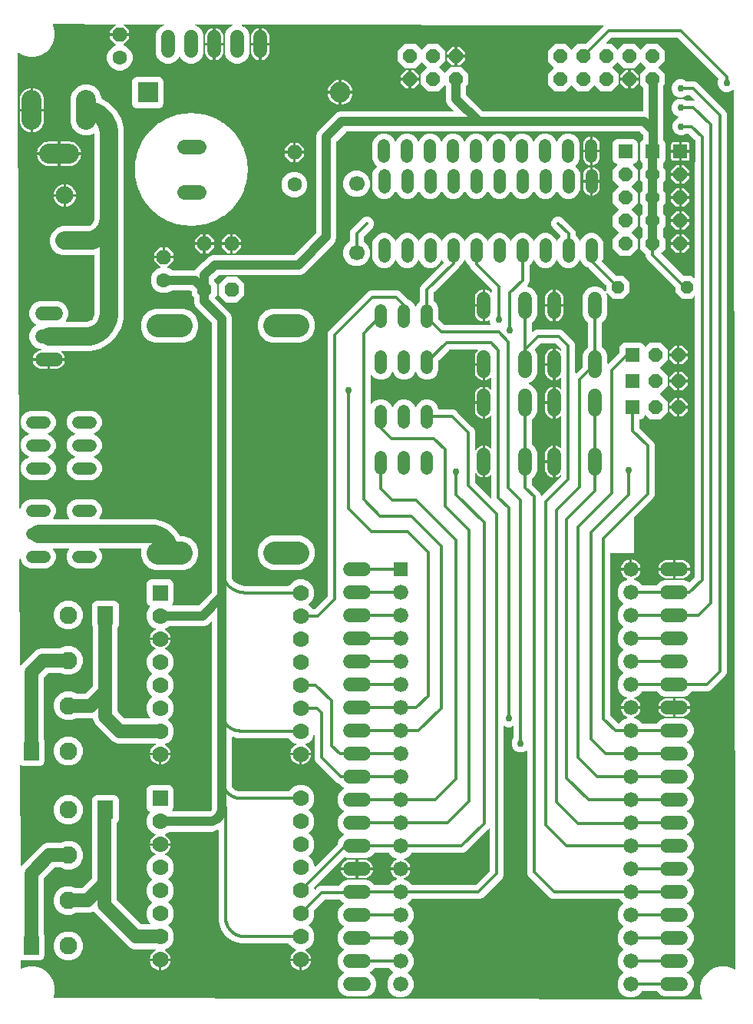
<source format=gbr>
G04 EAGLE Gerber RS-274X export*
G75*
%MOMM*%
%FSLAX34Y34*%
%LPD*%
%INBottom Copper*%
%IPPOS*%
%AMOC8*
5,1,8,0,0,1.08239X$1,22.5*%
G01*
%ADD10C,2.184400*%
%ADD11C,1.950000*%
%ADD12P,1.732040X8X112.500000*%
%ADD13C,1.600200*%
%ADD14C,1.650000*%
%ADD15R,2.250000X2.250000*%
%ADD16C,2.250000*%
%ADD17R,1.778000X1.778000*%
%ADD18C,1.778000*%
%ADD19R,1.560000X1.560000*%
%ADD20C,1.676400*%
%ADD21C,1.320800*%
%ADD22C,2.540000*%
%ADD23C,1.524000*%
%ADD24P,1.632244X8X202.500000*%
%ADD25R,1.524000X1.524000*%
%ADD26P,1.649562X8X22.500000*%
%ADD27P,1.649562X8X112.500000*%
%ADD28C,1.508000*%
%ADD29R,1.700000X2.000000*%
%ADD30P,1.732040X8X292.500000*%
%ADD31C,1.700000*%
%ADD32P,1.429621X8X22.500000*%
%ADD33C,0.756400*%
%ADD34C,0.304800*%
%ADD35C,1.500000*%
%ADD36C,2.000000*%
%ADD37C,1.000000*%

G36*
X770332Y16477D02*
X770332Y16477D01*
X770428Y16485D01*
X770453Y16496D01*
X770479Y16500D01*
X770565Y16545D01*
X770653Y16584D01*
X770673Y16602D01*
X770697Y16615D01*
X770764Y16685D01*
X770835Y16749D01*
X770848Y16773D01*
X770867Y16793D01*
X770908Y16880D01*
X770955Y16964D01*
X770960Y16991D01*
X770971Y17015D01*
X770982Y17111D01*
X771000Y17206D01*
X770996Y17233D01*
X770999Y17260D01*
X770979Y17354D01*
X770965Y17449D01*
X770952Y17481D01*
X770948Y17500D01*
X770931Y17529D01*
X770898Y17603D01*
X770604Y18112D01*
X768889Y24512D01*
X768889Y31137D01*
X770604Y37536D01*
X773916Y43273D01*
X778601Y47958D01*
X784338Y51270D01*
X790738Y52985D01*
X797363Y52985D01*
X803762Y51270D01*
X806710Y49568D01*
X806800Y49534D01*
X806887Y49494D01*
X806914Y49491D01*
X806940Y49481D01*
X807036Y49478D01*
X807132Y49467D01*
X807158Y49473D01*
X807186Y49472D01*
X807278Y49499D01*
X807372Y49520D01*
X807395Y49534D01*
X807422Y49542D01*
X807500Y49597D01*
X807583Y49647D01*
X807600Y49668D01*
X807623Y49683D01*
X807680Y49761D01*
X807742Y49834D01*
X807752Y49859D01*
X807769Y49881D01*
X807798Y49973D01*
X807834Y50062D01*
X807837Y50096D01*
X807843Y50116D01*
X807843Y50149D01*
X807852Y50229D01*
X805762Y1018720D01*
X805750Y1018790D01*
X805749Y1018861D01*
X805730Y1018911D01*
X805722Y1018963D01*
X805688Y1019026D01*
X805664Y1019092D01*
X805631Y1019133D01*
X805606Y1019180D01*
X805555Y1019229D01*
X805510Y1019284D01*
X805466Y1019313D01*
X805428Y1019349D01*
X805363Y1019379D01*
X805304Y1019417D01*
X805252Y1019430D01*
X805204Y1019452D01*
X805134Y1019460D01*
X805065Y1019477D01*
X805012Y1019473D01*
X804960Y1019479D01*
X804891Y1019464D01*
X804820Y1019458D01*
X804771Y1019437D01*
X804719Y1019426D01*
X804659Y1019389D01*
X804593Y1019362D01*
X804536Y1019316D01*
X804509Y1019299D01*
X804494Y1019282D01*
X804463Y1019257D01*
X803676Y1018470D01*
X800045Y1016966D01*
X796115Y1016966D01*
X792484Y1018470D01*
X789705Y1021249D01*
X788201Y1024880D01*
X788201Y1028810D01*
X789132Y1031056D01*
X789158Y1031170D01*
X789187Y1031283D01*
X789186Y1031290D01*
X789188Y1031296D01*
X789177Y1031412D01*
X789168Y1031529D01*
X789165Y1031534D01*
X789165Y1031541D01*
X789117Y1031648D01*
X789072Y1031755D01*
X789067Y1031761D01*
X789065Y1031765D01*
X789052Y1031779D01*
X788967Y1031886D01*
X744391Y1076461D01*
X744317Y1076514D01*
X744248Y1076574D01*
X744218Y1076586D01*
X744192Y1076605D01*
X744105Y1076632D01*
X744020Y1076666D01*
X743979Y1076670D01*
X743957Y1076677D01*
X743924Y1076676D01*
X743853Y1076684D01*
X671130Y1076684D01*
X671040Y1076670D01*
X670949Y1076662D01*
X670919Y1076650D01*
X670887Y1076645D01*
X670807Y1076602D01*
X670723Y1076566D01*
X670691Y1076540D01*
X670670Y1076529D01*
X670648Y1076506D01*
X670592Y1076461D01*
X665520Y1071389D01*
X665478Y1071331D01*
X665428Y1071279D01*
X665406Y1071232D01*
X665376Y1071189D01*
X665355Y1071121D01*
X665325Y1071056D01*
X665319Y1071004D01*
X665304Y1070954D01*
X665306Y1070883D01*
X665298Y1070811D01*
X665309Y1070761D01*
X665310Y1070708D01*
X665335Y1070641D01*
X665350Y1070571D01*
X665377Y1070526D01*
X665395Y1070477D01*
X665439Y1070421D01*
X665476Y1070360D01*
X665516Y1070326D01*
X665548Y1070285D01*
X665609Y1070247D01*
X665663Y1070200D01*
X665711Y1070181D01*
X665755Y1070152D01*
X665825Y1070135D01*
X665891Y1070108D01*
X665963Y1070100D01*
X665994Y1070092D01*
X666017Y1070094D01*
X666058Y1070090D01*
X670855Y1070090D01*
X677368Y1063576D01*
X677384Y1063565D01*
X677396Y1063549D01*
X677484Y1063493D01*
X677568Y1063433D01*
X677586Y1063427D01*
X677603Y1063416D01*
X677704Y1063391D01*
X677803Y1063360D01*
X677823Y1063361D01*
X677842Y1063356D01*
X677945Y1063364D01*
X678049Y1063367D01*
X678067Y1063374D01*
X678087Y1063375D01*
X678182Y1063416D01*
X678280Y1063451D01*
X678295Y1063464D01*
X678313Y1063472D01*
X678444Y1063576D01*
X684958Y1070090D01*
X696255Y1070090D01*
X702768Y1063576D01*
X702784Y1063565D01*
X702796Y1063549D01*
X702884Y1063493D01*
X702968Y1063433D01*
X702986Y1063427D01*
X703003Y1063416D01*
X703104Y1063391D01*
X703203Y1063360D01*
X703223Y1063361D01*
X703242Y1063356D01*
X703345Y1063364D01*
X703449Y1063367D01*
X703467Y1063374D01*
X703487Y1063375D01*
X703582Y1063416D01*
X703680Y1063451D01*
X703695Y1063464D01*
X703713Y1063472D01*
X703844Y1063576D01*
X710358Y1070090D01*
X721655Y1070090D01*
X729643Y1062101D01*
X729643Y1050804D01*
X723130Y1044291D01*
X723118Y1044275D01*
X723102Y1044263D01*
X723046Y1044175D01*
X722986Y1044091D01*
X722980Y1044072D01*
X722969Y1044056D01*
X722944Y1043955D01*
X722914Y1043856D01*
X722914Y1043836D01*
X722909Y1043817D01*
X722917Y1043714D01*
X722920Y1043610D01*
X722927Y1043592D01*
X722928Y1043572D01*
X722969Y1043477D01*
X723004Y1043379D01*
X723017Y1043364D01*
X723025Y1043346D01*
X723130Y1043215D01*
X729643Y1036701D01*
X729643Y1025404D01*
X728356Y1024117D01*
X728311Y1024056D01*
X728281Y1024023D01*
X728275Y1024011D01*
X728243Y1023974D01*
X728231Y1023944D01*
X728212Y1023918D01*
X728185Y1023831D01*
X728151Y1023746D01*
X728147Y1023705D01*
X728140Y1023682D01*
X728141Y1023650D01*
X728133Y1023579D01*
X728133Y972017D01*
X728090Y971913D01*
X728075Y971849D01*
X728050Y971788D01*
X728041Y971705D01*
X728034Y971673D01*
X728035Y971654D01*
X728032Y971621D01*
X728032Y963943D01*
X728046Y963853D01*
X728054Y963762D01*
X728066Y963733D01*
X728071Y963701D01*
X728114Y963620D01*
X728150Y963536D01*
X728176Y963504D01*
X728187Y963483D01*
X728210Y963461D01*
X728255Y963405D01*
X729386Y962274D01*
X730314Y960033D01*
X730314Y942368D01*
X729386Y940127D01*
X727917Y938658D01*
X727864Y938584D01*
X727804Y938515D01*
X727792Y938484D01*
X727773Y938458D01*
X727747Y938371D01*
X727712Y938286D01*
X727708Y938246D01*
X727701Y938223D01*
X727702Y938191D01*
X727694Y938120D01*
X727694Y934417D01*
X727709Y934327D01*
X727716Y934236D01*
X727728Y934207D01*
X727734Y934175D01*
X727776Y934094D01*
X727812Y934010D01*
X727838Y933978D01*
X727849Y933957D01*
X727872Y933935D01*
X727917Y933879D01*
X730314Y931482D01*
X730314Y920119D01*
X727917Y917722D01*
X727864Y917648D01*
X727804Y917578D01*
X727792Y917548D01*
X727773Y917522D01*
X727747Y917435D01*
X727712Y917350D01*
X727708Y917309D01*
X727701Y917287D01*
X727702Y917255D01*
X727694Y917183D01*
X727694Y909017D01*
X727709Y908927D01*
X727716Y908836D01*
X727728Y908807D01*
X727734Y908775D01*
X727776Y908694D01*
X727812Y908610D01*
X727838Y908578D01*
X727849Y908557D01*
X727872Y908535D01*
X727917Y908479D01*
X730314Y906082D01*
X730314Y894719D01*
X727917Y892322D01*
X727864Y892248D01*
X727804Y892178D01*
X727792Y892148D01*
X727773Y892122D01*
X727747Y892035D01*
X727712Y891950D01*
X727708Y891909D01*
X727701Y891887D01*
X727702Y891855D01*
X727694Y891783D01*
X727694Y883617D01*
X727709Y883527D01*
X727716Y883436D01*
X727728Y883407D01*
X727734Y883375D01*
X727776Y883294D01*
X727812Y883210D01*
X727838Y883178D01*
X727849Y883157D01*
X727872Y883135D01*
X727917Y883079D01*
X730314Y880682D01*
X730314Y869319D01*
X727917Y866922D01*
X727864Y866848D01*
X727804Y866778D01*
X727792Y866748D01*
X727773Y866722D01*
X727747Y866635D01*
X727712Y866550D01*
X727708Y866509D01*
X727701Y866487D01*
X727702Y866455D01*
X727694Y866383D01*
X727694Y858217D01*
X727709Y858127D01*
X727716Y858036D01*
X727728Y858007D01*
X727734Y857975D01*
X727776Y857894D01*
X727812Y857810D01*
X727838Y857778D01*
X727849Y857757D01*
X727872Y857735D01*
X727917Y857679D01*
X730314Y855282D01*
X730314Y843919D01*
X726053Y839658D01*
X726042Y839642D01*
X726026Y839630D01*
X725970Y839542D01*
X725910Y839458D01*
X725904Y839439D01*
X725893Y839423D01*
X725868Y839322D01*
X725837Y839223D01*
X725838Y839203D01*
X725833Y839184D01*
X725841Y839081D01*
X725844Y838977D01*
X725851Y838959D01*
X725852Y838939D01*
X725893Y838844D01*
X725928Y838746D01*
X725941Y838731D01*
X725949Y838713D01*
X726053Y838582D01*
X749936Y814699D01*
X750010Y814646D01*
X750080Y814586D01*
X750110Y814574D01*
X750136Y814555D01*
X750223Y814528D01*
X750308Y814494D01*
X750349Y814490D01*
X750371Y814483D01*
X750403Y814484D01*
X750475Y814476D01*
X759256Y814476D01*
X761910Y811822D01*
X761968Y811780D01*
X762020Y811731D01*
X762067Y811709D01*
X762109Y811678D01*
X762178Y811657D01*
X762243Y811627D01*
X762295Y811621D01*
X762345Y811606D01*
X762416Y811608D01*
X762487Y811600D01*
X762538Y811611D01*
X762590Y811612D01*
X762658Y811637D01*
X762728Y811652D01*
X762773Y811679D01*
X762821Y811697D01*
X762877Y811742D01*
X762939Y811778D01*
X762973Y811818D01*
X763013Y811850D01*
X763052Y811911D01*
X763099Y811965D01*
X763118Y812014D01*
X763146Y812057D01*
X763164Y812127D01*
X763191Y812193D01*
X763199Y812265D01*
X763207Y812296D01*
X763205Y812319D01*
X763209Y812360D01*
X763209Y939356D01*
X763211Y939361D01*
X763226Y939424D01*
X763251Y939485D01*
X763260Y939568D01*
X763267Y939600D01*
X763266Y939620D01*
X763269Y939652D01*
X763269Y963598D01*
X763255Y963688D01*
X763247Y963779D01*
X763235Y963809D01*
X763230Y963841D01*
X763187Y963922D01*
X763151Y964005D01*
X763125Y964038D01*
X763114Y964058D01*
X763091Y964080D01*
X763046Y964136D01*
X756176Y971006D01*
X756102Y971059D01*
X756033Y971119D01*
X756003Y971131D01*
X755977Y971150D01*
X755890Y971177D01*
X755805Y971211D01*
X755764Y971215D01*
X755742Y971222D01*
X755709Y971221D01*
X755638Y971229D01*
X754555Y971229D01*
X754465Y971215D01*
X754374Y971207D01*
X754344Y971195D01*
X754312Y971190D01*
X754232Y971147D01*
X754148Y971111D01*
X754116Y971085D01*
X754095Y971074D01*
X754073Y971051D01*
X754017Y971006D01*
X753486Y970475D01*
X749855Y968971D01*
X745925Y968971D01*
X742294Y970475D01*
X739515Y973254D01*
X738011Y976885D01*
X738011Y980815D01*
X739515Y984446D01*
X742294Y987225D01*
X744966Y988332D01*
X745027Y988369D01*
X745093Y988399D01*
X745131Y988434D01*
X745175Y988461D01*
X745221Y988516D01*
X745274Y988565D01*
X745299Y988611D01*
X745332Y988651D01*
X745358Y988718D01*
X745392Y988780D01*
X745402Y988832D01*
X745420Y988880D01*
X745423Y988952D01*
X745436Y989022D01*
X745428Y989074D01*
X745431Y989126D01*
X745411Y989195D01*
X745400Y989266D01*
X745377Y989312D01*
X745362Y989362D01*
X745321Y989421D01*
X745289Y989485D01*
X745252Y989522D01*
X745222Y989564D01*
X745164Y989607D01*
X745113Y989657D01*
X745050Y989692D01*
X745025Y989711D01*
X745002Y989718D01*
X744966Y989738D01*
X741714Y991085D01*
X738935Y993864D01*
X737431Y997495D01*
X737431Y1001425D01*
X738935Y1005056D01*
X741714Y1007835D01*
X745345Y1009339D01*
X749275Y1009339D01*
X752906Y1007835D01*
X753437Y1007304D01*
X753511Y1007251D01*
X753580Y1007191D01*
X753611Y1007179D01*
X753637Y1007160D01*
X753724Y1007133D01*
X753809Y1007099D01*
X753849Y1007095D01*
X753872Y1007088D01*
X753904Y1007089D01*
X753975Y1007081D01*
X762099Y1007081D01*
X762170Y1007092D01*
X762242Y1007094D01*
X762291Y1007112D01*
X762342Y1007120D01*
X762405Y1007154D01*
X762473Y1007179D01*
X762513Y1007211D01*
X762559Y1007236D01*
X762609Y1007288D01*
X762665Y1007332D01*
X762693Y1007376D01*
X762729Y1007414D01*
X762759Y1007479D01*
X762798Y1007539D01*
X762810Y1007590D01*
X762832Y1007637D01*
X762840Y1007708D01*
X762858Y1007778D01*
X762854Y1007830D01*
X762859Y1007881D01*
X762844Y1007952D01*
X762839Y1008023D01*
X762818Y1008071D01*
X762807Y1008122D01*
X762770Y1008183D01*
X762742Y1008249D01*
X762697Y1008305D01*
X762681Y1008333D01*
X762663Y1008348D01*
X762637Y1008380D01*
X757996Y1013021D01*
X757922Y1013074D01*
X757853Y1013134D01*
X757823Y1013146D01*
X757797Y1013165D01*
X757709Y1013192D01*
X757625Y1013226D01*
X757584Y1013230D01*
X757562Y1013237D01*
X757529Y1013236D01*
X757458Y1013244D01*
X753995Y1013244D01*
X753905Y1013230D01*
X753814Y1013222D01*
X753784Y1013210D01*
X753752Y1013205D01*
X753672Y1013162D01*
X753588Y1013126D01*
X753556Y1013100D01*
X753535Y1013089D01*
X753513Y1013066D01*
X753457Y1013021D01*
X752926Y1012490D01*
X749295Y1010986D01*
X745365Y1010986D01*
X741734Y1012490D01*
X738955Y1015269D01*
X737451Y1018900D01*
X737451Y1022830D01*
X738955Y1026461D01*
X741734Y1029240D01*
X745365Y1030744D01*
X749295Y1030744D01*
X752926Y1029240D01*
X753457Y1028709D01*
X753531Y1028656D01*
X753600Y1028596D01*
X753631Y1028584D01*
X753657Y1028565D01*
X753744Y1028538D01*
X753829Y1028504D01*
X753869Y1028500D01*
X753892Y1028493D01*
X753924Y1028494D01*
X753995Y1028486D01*
X762446Y1028486D01*
X765247Y1027326D01*
X796966Y995607D01*
X798126Y992806D01*
X798126Y376599D01*
X796966Y373798D01*
X780399Y357231D01*
X777598Y356071D01*
X759969Y356071D01*
X759879Y356057D01*
X759788Y356049D01*
X759758Y356037D01*
X759726Y356032D01*
X759645Y355989D01*
X759562Y355953D01*
X759529Y355927D01*
X759509Y355916D01*
X759487Y355893D01*
X759431Y355848D01*
X755646Y352064D01*
X750604Y349975D01*
X729907Y349975D01*
X724866Y352064D01*
X721065Y355864D01*
X720991Y355917D01*
X720922Y355977D01*
X720892Y355989D01*
X720865Y356008D01*
X720778Y356035D01*
X720694Y356069D01*
X720653Y356073D01*
X720630Y356080D01*
X720598Y356079D01*
X720527Y356087D01*
X705280Y356087D01*
X705165Y356068D01*
X705049Y356051D01*
X705043Y356049D01*
X705037Y356048D01*
X704934Y355993D01*
X704829Y355940D01*
X704825Y355935D01*
X704819Y355932D01*
X704739Y355848D01*
X704657Y355764D01*
X704653Y355758D01*
X704650Y355754D01*
X704642Y355737D01*
X704576Y355617D01*
X704530Y355506D01*
X700457Y351434D01*
X696521Y349803D01*
X696485Y349781D01*
X696446Y349767D01*
X696381Y349716D01*
X696312Y349673D01*
X696285Y349641D01*
X696252Y349615D01*
X696207Y349547D01*
X696155Y349484D01*
X696140Y349445D01*
X696117Y349410D01*
X696096Y349331D01*
X696067Y349254D01*
X696065Y349212D01*
X696054Y349172D01*
X696060Y349090D01*
X696056Y349009D01*
X696068Y348968D01*
X696071Y348926D01*
X696102Y348851D01*
X696125Y348772D01*
X696149Y348738D01*
X696165Y348699D01*
X696218Y348638D01*
X696265Y348570D01*
X696299Y348545D01*
X696326Y348514D01*
X696456Y348429D01*
X696463Y348423D01*
X696464Y348423D01*
X696467Y348421D01*
X697981Y347650D01*
X699372Y346639D01*
X700587Y345424D01*
X701598Y344033D01*
X702378Y342501D01*
X702910Y340866D01*
X703073Y339831D01*
X693018Y339831D01*
X692998Y339828D01*
X692978Y339830D01*
X692877Y339808D01*
X692775Y339791D01*
X692758Y339782D01*
X692738Y339778D01*
X692649Y339725D01*
X692558Y339676D01*
X692544Y339662D01*
X692527Y339652D01*
X692460Y339573D01*
X692388Y339498D01*
X692380Y339480D01*
X692367Y339465D01*
X692328Y339369D01*
X692285Y339275D01*
X692283Y339255D01*
X692275Y339237D01*
X692257Y339070D01*
X692257Y337546D01*
X692260Y337526D01*
X692258Y337507D01*
X692280Y337405D01*
X692296Y337303D01*
X692306Y337286D01*
X692310Y337266D01*
X692363Y337177D01*
X692412Y337086D01*
X692426Y337072D01*
X692436Y337055D01*
X692515Y336988D01*
X692590Y336917D01*
X692608Y336908D01*
X692623Y336895D01*
X692719Y336856D01*
X692813Y336813D01*
X692833Y336811D01*
X692851Y336803D01*
X693018Y336785D01*
X703073Y336785D01*
X702910Y335750D01*
X702378Y334115D01*
X701598Y332583D01*
X700587Y331192D01*
X699372Y329977D01*
X697981Y328966D01*
X696467Y328195D01*
X696433Y328170D01*
X696394Y328153D01*
X696334Y328097D01*
X696268Y328049D01*
X696244Y328015D01*
X696213Y327986D01*
X696174Y327915D01*
X696127Y327848D01*
X696115Y327808D01*
X696095Y327771D01*
X696080Y327690D01*
X696057Y327612D01*
X696058Y327570D01*
X696051Y327529D01*
X696063Y327448D01*
X696066Y327366D01*
X696081Y327327D01*
X696087Y327285D01*
X696124Y327212D01*
X696153Y327136D01*
X696179Y327104D01*
X696198Y327066D01*
X696257Y327009D01*
X696308Y326946D01*
X696344Y326923D01*
X696374Y326894D01*
X696510Y326819D01*
X696517Y326815D01*
X696518Y326814D01*
X696521Y326813D01*
X700457Y325182D01*
X704530Y321110D01*
X704576Y320999D01*
X704638Y320899D01*
X704698Y320799D01*
X704703Y320795D01*
X704706Y320790D01*
X704796Y320715D01*
X704885Y320639D01*
X704890Y320637D01*
X704895Y320633D01*
X705004Y320591D01*
X705113Y320547D01*
X705120Y320546D01*
X705125Y320545D01*
X705143Y320544D01*
X705280Y320529D01*
X720559Y320529D01*
X720649Y320543D01*
X720740Y320551D01*
X720770Y320563D01*
X720802Y320568D01*
X720882Y320611D01*
X720966Y320647D01*
X720998Y320673D01*
X721019Y320684D01*
X721041Y320707D01*
X721097Y320752D01*
X724866Y324520D01*
X729907Y326609D01*
X750604Y326609D01*
X755646Y324520D01*
X759504Y320662D01*
X761593Y315620D01*
X761593Y310164D01*
X759504Y305122D01*
X755646Y301264D01*
X754757Y300895D01*
X754696Y300858D01*
X754630Y300828D01*
X754592Y300793D01*
X754548Y300766D01*
X754502Y300711D01*
X754449Y300662D01*
X754424Y300616D01*
X754391Y300576D01*
X754365Y300509D01*
X754331Y300446D01*
X754321Y300395D01*
X754303Y300347D01*
X754300Y300275D01*
X754287Y300204D01*
X754295Y300153D01*
X754292Y300101D01*
X754312Y300032D01*
X754323Y299961D01*
X754346Y299915D01*
X754361Y299865D01*
X754402Y299806D01*
X754434Y299742D01*
X754471Y299705D01*
X754501Y299663D01*
X754559Y299620D01*
X754610Y299570D01*
X754673Y299535D01*
X754699Y299516D01*
X754721Y299509D01*
X754757Y299489D01*
X755646Y299120D01*
X759504Y295262D01*
X761593Y290220D01*
X761593Y284764D01*
X759504Y279722D01*
X755646Y275864D01*
X754757Y275495D01*
X754696Y275458D01*
X754630Y275428D01*
X754592Y275393D01*
X754548Y275366D01*
X754502Y275310D01*
X754449Y275262D01*
X754424Y275216D01*
X754391Y275176D01*
X754365Y275109D01*
X754331Y275046D01*
X754321Y274995D01*
X754303Y274947D01*
X754300Y274875D01*
X754287Y274804D01*
X754295Y274753D01*
X754292Y274701D01*
X754312Y274632D01*
X754323Y274561D01*
X754346Y274515D01*
X754361Y274465D01*
X754402Y274406D01*
X754434Y274342D01*
X754471Y274305D01*
X754501Y274263D01*
X754559Y274220D01*
X754610Y274170D01*
X754673Y274135D01*
X754698Y274116D01*
X754721Y274108D01*
X754757Y274089D01*
X755646Y273720D01*
X759504Y269862D01*
X761593Y264820D01*
X761593Y259364D01*
X759504Y254322D01*
X755646Y250464D01*
X754757Y250095D01*
X754696Y250058D01*
X754630Y250028D01*
X754592Y249993D01*
X754548Y249966D01*
X754502Y249911D01*
X754449Y249862D01*
X754424Y249816D01*
X754391Y249776D01*
X754365Y249709D01*
X754331Y249646D01*
X754321Y249595D01*
X754303Y249547D01*
X754300Y249475D01*
X754287Y249404D01*
X754295Y249353D01*
X754292Y249301D01*
X754312Y249232D01*
X754323Y249161D01*
X754346Y249115D01*
X754361Y249065D01*
X754402Y249006D01*
X754434Y248942D01*
X754471Y248905D01*
X754501Y248863D01*
X754559Y248820D01*
X754610Y248770D01*
X754673Y248735D01*
X754698Y248716D01*
X754721Y248709D01*
X754757Y248689D01*
X755646Y248320D01*
X759504Y244462D01*
X761593Y239420D01*
X761593Y233964D01*
X759504Y228922D01*
X755646Y225064D01*
X754757Y224695D01*
X754696Y224658D01*
X754630Y224628D01*
X754592Y224593D01*
X754548Y224566D01*
X754502Y224511D01*
X754449Y224462D01*
X754424Y224416D01*
X754391Y224376D01*
X754365Y224309D01*
X754331Y224246D01*
X754321Y224195D01*
X754303Y224147D01*
X754300Y224075D01*
X754287Y224004D01*
X754295Y223953D01*
X754292Y223901D01*
X754312Y223832D01*
X754323Y223761D01*
X754346Y223715D01*
X754361Y223665D01*
X754402Y223606D01*
X754434Y223542D01*
X754471Y223505D01*
X754501Y223463D01*
X754559Y223420D01*
X754610Y223370D01*
X754673Y223335D01*
X754698Y223316D01*
X754721Y223309D01*
X754757Y223289D01*
X755646Y222920D01*
X759504Y219062D01*
X761593Y214020D01*
X761593Y208564D01*
X759504Y203522D01*
X755646Y199664D01*
X754757Y199295D01*
X754696Y199258D01*
X754630Y199228D01*
X754592Y199193D01*
X754548Y199166D01*
X754502Y199111D01*
X754449Y199062D01*
X754424Y199016D01*
X754391Y198976D01*
X754365Y198909D01*
X754331Y198846D01*
X754321Y198795D01*
X754303Y198747D01*
X754300Y198675D01*
X754287Y198604D01*
X754295Y198553D01*
X754292Y198501D01*
X754312Y198432D01*
X754323Y198361D01*
X754346Y198315D01*
X754361Y198265D01*
X754402Y198206D01*
X754434Y198142D01*
X754471Y198105D01*
X754501Y198063D01*
X754559Y198020D01*
X754610Y197970D01*
X754673Y197935D01*
X754698Y197916D01*
X754721Y197909D01*
X754757Y197889D01*
X755646Y197520D01*
X759504Y193662D01*
X761593Y188620D01*
X761593Y183164D01*
X759504Y178122D01*
X755646Y174264D01*
X754757Y173895D01*
X754696Y173858D01*
X754630Y173828D01*
X754592Y173793D01*
X754548Y173766D01*
X754502Y173711D01*
X754449Y173662D01*
X754424Y173616D01*
X754391Y173576D01*
X754365Y173509D01*
X754331Y173446D01*
X754321Y173395D01*
X754303Y173347D01*
X754300Y173275D01*
X754287Y173204D01*
X754295Y173153D01*
X754292Y173101D01*
X754312Y173032D01*
X754323Y172961D01*
X754346Y172915D01*
X754361Y172865D01*
X754402Y172806D01*
X754434Y172742D01*
X754471Y172705D01*
X754501Y172663D01*
X754559Y172620D01*
X754610Y172570D01*
X754673Y172535D01*
X754698Y172516D01*
X754721Y172509D01*
X754757Y172489D01*
X755646Y172120D01*
X759504Y168262D01*
X761593Y163220D01*
X761593Y157764D01*
X759504Y152722D01*
X755646Y148864D01*
X754757Y148495D01*
X754696Y148458D01*
X754630Y148428D01*
X754592Y148393D01*
X754548Y148366D01*
X754502Y148311D01*
X754449Y148262D01*
X754424Y148216D01*
X754391Y148176D01*
X754365Y148109D01*
X754331Y148046D01*
X754321Y147995D01*
X754303Y147947D01*
X754300Y147875D01*
X754287Y147804D01*
X754295Y147753D01*
X754292Y147701D01*
X754312Y147632D01*
X754323Y147561D01*
X754346Y147515D01*
X754361Y147465D01*
X754402Y147406D01*
X754434Y147342D01*
X754471Y147305D01*
X754501Y147263D01*
X754559Y147220D01*
X754610Y147170D01*
X754673Y147135D01*
X754698Y147116D01*
X754721Y147109D01*
X754757Y147089D01*
X755646Y146720D01*
X759504Y142862D01*
X761593Y137820D01*
X761593Y132364D01*
X759504Y127322D01*
X755646Y123464D01*
X754757Y123095D01*
X754696Y123058D01*
X754630Y123028D01*
X754592Y122993D01*
X754548Y122966D01*
X754502Y122911D01*
X754449Y122862D01*
X754424Y122816D01*
X754391Y122776D01*
X754365Y122709D01*
X754331Y122646D01*
X754321Y122595D01*
X754303Y122547D01*
X754300Y122475D01*
X754287Y122404D01*
X754295Y122353D01*
X754292Y122301D01*
X754312Y122232D01*
X754323Y122161D01*
X754346Y122115D01*
X754361Y122065D01*
X754402Y122006D01*
X754434Y121942D01*
X754471Y121905D01*
X754501Y121863D01*
X754559Y121820D01*
X754610Y121770D01*
X754673Y121735D01*
X754698Y121716D01*
X754721Y121709D01*
X754757Y121689D01*
X755646Y121320D01*
X759504Y117462D01*
X761593Y112420D01*
X761593Y106964D01*
X759504Y101922D01*
X755646Y98064D01*
X754757Y97695D01*
X754696Y97658D01*
X754630Y97628D01*
X754592Y97593D01*
X754548Y97566D01*
X754502Y97511D01*
X754449Y97462D01*
X754424Y97416D01*
X754391Y97376D01*
X754365Y97309D01*
X754331Y97246D01*
X754321Y97195D01*
X754303Y97147D01*
X754300Y97075D01*
X754287Y97004D01*
X754295Y96953D01*
X754292Y96901D01*
X754312Y96832D01*
X754323Y96761D01*
X754346Y96715D01*
X754361Y96665D01*
X754402Y96606D01*
X754434Y96542D01*
X754471Y96505D01*
X754501Y96463D01*
X754559Y96420D01*
X754610Y96370D01*
X754673Y96335D01*
X754698Y96316D01*
X754721Y96309D01*
X754757Y96289D01*
X755646Y95920D01*
X759504Y92062D01*
X761593Y87020D01*
X761593Y81564D01*
X759504Y76522D01*
X755646Y72664D01*
X754757Y72295D01*
X754696Y72258D01*
X754630Y72228D01*
X754592Y72193D01*
X754548Y72166D01*
X754502Y72111D01*
X754449Y72062D01*
X754424Y72016D01*
X754391Y71976D01*
X754365Y71909D01*
X754331Y71846D01*
X754321Y71795D01*
X754303Y71747D01*
X754300Y71675D01*
X754287Y71604D01*
X754295Y71553D01*
X754292Y71501D01*
X754312Y71432D01*
X754323Y71361D01*
X754346Y71315D01*
X754361Y71265D01*
X754402Y71206D01*
X754434Y71142D01*
X754471Y71105D01*
X754501Y71063D01*
X754559Y71020D01*
X754610Y70970D01*
X754673Y70935D01*
X754698Y70916D01*
X754721Y70909D01*
X754757Y70889D01*
X755646Y70520D01*
X759504Y66662D01*
X761593Y61620D01*
X761593Y56164D01*
X759504Y51122D01*
X755646Y47264D01*
X754757Y46895D01*
X754696Y46858D01*
X754630Y46828D01*
X754592Y46793D01*
X754548Y46766D01*
X754502Y46711D01*
X754449Y46662D01*
X754424Y46616D01*
X754391Y46576D01*
X754365Y46509D01*
X754331Y46446D01*
X754321Y46395D01*
X754303Y46347D01*
X754300Y46275D01*
X754287Y46204D01*
X754295Y46153D01*
X754292Y46101D01*
X754312Y46032D01*
X754323Y45961D01*
X754346Y45915D01*
X754361Y45865D01*
X754402Y45806D01*
X754434Y45742D01*
X754471Y45705D01*
X754501Y45663D01*
X754559Y45620D01*
X754610Y45570D01*
X754673Y45535D01*
X754698Y45516D01*
X754721Y45509D01*
X754757Y45489D01*
X755646Y45120D01*
X759504Y41262D01*
X761593Y36220D01*
X761593Y30764D01*
X759504Y25722D01*
X755646Y21864D01*
X750604Y19775D01*
X729907Y19775D01*
X724866Y21864D01*
X721065Y25664D01*
X720991Y25717D01*
X720922Y25777D01*
X720892Y25789D01*
X720865Y25808D01*
X720778Y25835D01*
X720694Y25869D01*
X720653Y25873D01*
X720630Y25880D01*
X720598Y25879D01*
X720527Y25887D01*
X705280Y25887D01*
X705165Y25868D01*
X705049Y25851D01*
X705043Y25849D01*
X705037Y25848D01*
X704934Y25793D01*
X704829Y25740D01*
X704825Y25735D01*
X704819Y25732D01*
X704740Y25648D01*
X704657Y25564D01*
X704653Y25558D01*
X704650Y25554D01*
X704642Y25537D01*
X704576Y25417D01*
X704530Y25306D01*
X700457Y21234D01*
X695136Y19029D01*
X689376Y19029D01*
X684054Y21234D01*
X679981Y25306D01*
X677777Y30628D01*
X677777Y36388D01*
X679981Y41710D01*
X683942Y45670D01*
X683953Y45686D01*
X683969Y45698D01*
X684025Y45786D01*
X684085Y45869D01*
X684091Y45888D01*
X684102Y45905D01*
X684127Y46006D01*
X684157Y46105D01*
X684157Y46124D01*
X684162Y46144D01*
X684154Y46247D01*
X684151Y46350D01*
X684144Y46369D01*
X684143Y46389D01*
X684102Y46484D01*
X684067Y46581D01*
X684054Y46597D01*
X684046Y46615D01*
X683942Y46746D01*
X679981Y50706D01*
X677777Y56028D01*
X677777Y61788D01*
X679981Y67110D01*
X683942Y71070D01*
X683953Y71086D01*
X683969Y71098D01*
X684025Y71186D01*
X684085Y71269D01*
X684091Y71288D01*
X684102Y71305D01*
X684127Y71406D01*
X684157Y71505D01*
X684157Y71524D01*
X684162Y71544D01*
X684154Y71647D01*
X684151Y71750D01*
X684144Y71769D01*
X684143Y71789D01*
X684102Y71884D01*
X684067Y71981D01*
X684054Y71997D01*
X684046Y72015D01*
X683942Y72146D01*
X679981Y76106D01*
X677777Y81428D01*
X677777Y87188D01*
X679981Y92510D01*
X683942Y96470D01*
X683953Y96486D01*
X683969Y96498D01*
X684025Y96586D01*
X684085Y96669D01*
X684091Y96688D01*
X684102Y96705D01*
X684127Y96806D01*
X684157Y96905D01*
X684157Y96924D01*
X684162Y96944D01*
X684154Y97047D01*
X684151Y97150D01*
X684144Y97169D01*
X684143Y97189D01*
X684102Y97284D01*
X684067Y97381D01*
X684054Y97397D01*
X684046Y97415D01*
X683942Y97546D01*
X679981Y101506D01*
X677777Y106828D01*
X677777Y112588D01*
X679981Y117910D01*
X683942Y121870D01*
X683953Y121886D01*
X683969Y121898D01*
X684025Y121986D01*
X684085Y122069D01*
X684091Y122088D01*
X684102Y122105D01*
X684127Y122206D01*
X684157Y122305D01*
X684157Y122324D01*
X684162Y122344D01*
X684154Y122447D01*
X684151Y122550D01*
X684144Y122569D01*
X684143Y122589D01*
X684102Y122684D01*
X684067Y122781D01*
X684054Y122797D01*
X684046Y122815D01*
X683942Y122946D01*
X679981Y126906D01*
X679935Y127017D01*
X679874Y127117D01*
X679814Y127217D01*
X679809Y127221D01*
X679806Y127226D01*
X679716Y127301D01*
X679627Y127377D01*
X679621Y127379D01*
X679616Y127383D01*
X679508Y127425D01*
X679399Y127469D01*
X679391Y127470D01*
X679387Y127471D01*
X679368Y127472D01*
X679232Y127487D01*
X606161Y127487D01*
X603360Y128647D01*
X578969Y153038D01*
X577809Y155839D01*
X577809Y290121D01*
X577798Y290192D01*
X577796Y290263D01*
X577778Y290312D01*
X577770Y290364D01*
X577736Y290427D01*
X577711Y290494D01*
X577679Y290535D01*
X577654Y290581D01*
X577603Y290630D01*
X577558Y290686D01*
X577514Y290714D01*
X577476Y290750D01*
X577411Y290781D01*
X577351Y290819D01*
X577300Y290832D01*
X577253Y290854D01*
X577182Y290862D01*
X577112Y290879D01*
X577060Y290875D01*
X577009Y290881D01*
X576938Y290866D01*
X576867Y290860D01*
X576819Y290840D01*
X576768Y290829D01*
X576707Y290792D01*
X576641Y290764D01*
X576585Y290719D01*
X576557Y290703D01*
X576542Y290685D01*
X576510Y290659D01*
X576396Y290545D01*
X572765Y289041D01*
X568835Y289041D01*
X565204Y290545D01*
X562425Y293324D01*
X560921Y296955D01*
X560921Y300885D01*
X562425Y304516D01*
X562956Y305047D01*
X563009Y305121D01*
X563069Y305190D01*
X563081Y305221D01*
X563100Y305247D01*
X563127Y305334D01*
X563161Y305419D01*
X563165Y305459D01*
X563172Y305482D01*
X563171Y305514D01*
X563179Y305585D01*
X563179Y317007D01*
X563172Y317052D01*
X563174Y317098D01*
X563152Y317173D01*
X563140Y317250D01*
X563118Y317290D01*
X563105Y317334D01*
X563061Y317398D01*
X563024Y317467D01*
X562991Y317499D01*
X562965Y317536D01*
X562902Y317583D01*
X562846Y317636D01*
X562804Y317656D01*
X562768Y317683D01*
X562694Y317707D01*
X562623Y317740D01*
X562577Y317745D01*
X562534Y317759D01*
X562456Y317759D01*
X562379Y317767D01*
X562334Y317757D01*
X562288Y317757D01*
X562156Y317719D01*
X562138Y317715D01*
X562134Y317712D01*
X562127Y317710D01*
X559715Y316711D01*
X555785Y316711D01*
X553133Y317810D01*
X553089Y317820D01*
X553047Y317839D01*
X552970Y317848D01*
X552894Y317866D01*
X552848Y317862D01*
X552803Y317867D01*
X552726Y317850D01*
X552649Y317843D01*
X552607Y317824D01*
X552562Y317814D01*
X552495Y317774D01*
X552424Y317743D01*
X552390Y317712D01*
X552351Y317688D01*
X552300Y317629D01*
X552243Y317576D01*
X552221Y317536D01*
X552191Y317501D01*
X552162Y317429D01*
X552125Y317361D01*
X552116Y317316D01*
X552099Y317273D01*
X552084Y317137D01*
X552081Y317119D01*
X552082Y317114D01*
X552081Y317106D01*
X552081Y153649D01*
X550921Y150848D01*
X528720Y128647D01*
X525919Y127487D01*
X451280Y127487D01*
X451165Y127468D01*
X451049Y127451D01*
X451043Y127449D01*
X451037Y127448D01*
X450934Y127393D01*
X450829Y127340D01*
X450825Y127335D01*
X450819Y127332D01*
X450739Y127248D01*
X450657Y127164D01*
X450653Y127158D01*
X450650Y127154D01*
X450642Y127137D01*
X450576Y127017D01*
X450530Y126906D01*
X446570Y122946D01*
X446558Y122930D01*
X446543Y122918D01*
X446487Y122830D01*
X446427Y122747D01*
X446421Y122728D01*
X446410Y122711D01*
X446385Y122610D01*
X446354Y122511D01*
X446355Y122492D01*
X446350Y122472D01*
X446358Y122369D01*
X446361Y122266D01*
X446367Y122247D01*
X446369Y122227D01*
X446409Y122132D01*
X446445Y122035D01*
X446458Y122019D01*
X446465Y122001D01*
X446570Y121870D01*
X450530Y117910D01*
X452735Y112588D01*
X452735Y106828D01*
X450530Y101506D01*
X446570Y97546D01*
X446558Y97530D01*
X446543Y97518D01*
X446487Y97430D01*
X446427Y97347D01*
X446421Y97328D01*
X446410Y97311D01*
X446385Y97210D01*
X446354Y97111D01*
X446355Y97092D01*
X446350Y97072D01*
X446358Y96969D01*
X446361Y96866D01*
X446367Y96847D01*
X446369Y96827D01*
X446409Y96732D01*
X446445Y96635D01*
X446458Y96619D01*
X446465Y96601D01*
X446570Y96470D01*
X450530Y92510D01*
X452735Y87188D01*
X452735Y81428D01*
X450530Y76106D01*
X446570Y72146D01*
X446558Y72130D01*
X446543Y72118D01*
X446487Y72030D01*
X446427Y71947D01*
X446421Y71928D01*
X446410Y71911D01*
X446385Y71810D01*
X446354Y71711D01*
X446355Y71692D01*
X446350Y71672D01*
X446358Y71569D01*
X446361Y71466D01*
X446367Y71447D01*
X446369Y71427D01*
X446409Y71332D01*
X446445Y71235D01*
X446458Y71219D01*
X446465Y71201D01*
X446570Y71070D01*
X450530Y67110D01*
X452735Y61788D01*
X452735Y56028D01*
X450530Y50706D01*
X446570Y46746D01*
X446558Y46730D01*
X446543Y46718D01*
X446487Y46630D01*
X446427Y46547D01*
X446421Y46528D01*
X446410Y46511D01*
X446385Y46410D01*
X446354Y46311D01*
X446355Y46292D01*
X446350Y46272D01*
X446358Y46169D01*
X446361Y46066D01*
X446367Y46047D01*
X446369Y46027D01*
X446409Y45932D01*
X446445Y45835D01*
X446458Y45819D01*
X446465Y45801D01*
X446570Y45670D01*
X450530Y41710D01*
X452735Y36388D01*
X452735Y30628D01*
X450530Y25306D01*
X446457Y21234D01*
X441136Y19029D01*
X435376Y19029D01*
X430054Y21234D01*
X425981Y25306D01*
X423777Y30628D01*
X423777Y36388D01*
X425981Y41710D01*
X429942Y45670D01*
X429953Y45686D01*
X429969Y45698D01*
X430025Y45786D01*
X430085Y45869D01*
X430091Y45888D01*
X430102Y45905D01*
X430127Y46006D01*
X430157Y46105D01*
X430157Y46124D01*
X430162Y46144D01*
X430154Y46247D01*
X430151Y46350D01*
X430144Y46369D01*
X430143Y46389D01*
X430102Y46484D01*
X430067Y46581D01*
X430054Y46597D01*
X430046Y46615D01*
X429942Y46746D01*
X425981Y50706D01*
X425942Y50801D01*
X425881Y50901D01*
X425821Y51001D01*
X425816Y51005D01*
X425812Y51010D01*
X425723Y51085D01*
X425634Y51161D01*
X425628Y51163D01*
X425623Y51167D01*
X425515Y51209D01*
X425405Y51253D01*
X425398Y51254D01*
X425393Y51255D01*
X425375Y51256D01*
X425239Y51271D01*
X409969Y51271D01*
X409879Y51257D01*
X409788Y51249D01*
X409758Y51237D01*
X409726Y51232D01*
X409645Y51189D01*
X409562Y51153D01*
X409529Y51127D01*
X409509Y51116D01*
X409487Y51093D01*
X409431Y51048D01*
X405646Y47264D01*
X404757Y46895D01*
X404696Y46858D01*
X404630Y46828D01*
X404592Y46793D01*
X404548Y46766D01*
X404502Y46710D01*
X404449Y46662D01*
X404424Y46616D01*
X404391Y46576D01*
X404365Y46509D01*
X404331Y46446D01*
X404321Y46395D01*
X404303Y46347D01*
X404300Y46275D01*
X404287Y46204D01*
X404295Y46153D01*
X404292Y46101D01*
X404312Y46032D01*
X404323Y45961D01*
X404346Y45915D01*
X404361Y45865D01*
X404402Y45806D01*
X404434Y45742D01*
X404471Y45705D01*
X404501Y45663D01*
X404559Y45620D01*
X404610Y45570D01*
X404673Y45535D01*
X404698Y45516D01*
X404721Y45508D01*
X404757Y45489D01*
X405646Y45120D01*
X409504Y41262D01*
X411593Y36220D01*
X411593Y30764D01*
X409504Y25722D01*
X405646Y21864D01*
X400604Y19775D01*
X379907Y19775D01*
X374866Y21864D01*
X371007Y25722D01*
X368919Y30764D01*
X368919Y36220D01*
X371007Y41262D01*
X374866Y45120D01*
X375755Y45489D01*
X375816Y45526D01*
X375881Y45556D01*
X375920Y45591D01*
X375964Y45618D01*
X376010Y45673D01*
X376062Y45722D01*
X376088Y45768D01*
X376121Y45808D01*
X376146Y45875D01*
X376181Y45938D01*
X376190Y45989D01*
X376209Y46037D01*
X376212Y46109D01*
X376225Y46180D01*
X376217Y46231D01*
X376219Y46283D01*
X376199Y46352D01*
X376189Y46423D01*
X376165Y46469D01*
X376151Y46519D01*
X376110Y46578D01*
X376077Y46642D01*
X376040Y46679D01*
X376011Y46721D01*
X375953Y46764D01*
X375902Y46814D01*
X375839Y46849D01*
X375813Y46868D01*
X375791Y46875D01*
X375755Y46895D01*
X374866Y47264D01*
X371007Y51122D01*
X368919Y56164D01*
X368919Y61620D01*
X371007Y66662D01*
X374866Y70520D01*
X375755Y70889D01*
X375816Y70926D01*
X375881Y70956D01*
X375920Y70991D01*
X375964Y71018D01*
X376010Y71073D01*
X376062Y71122D01*
X376087Y71168D01*
X376121Y71208D01*
X376146Y71275D01*
X376181Y71338D01*
X376190Y71389D01*
X376209Y71437D01*
X376212Y71509D01*
X376225Y71580D01*
X376217Y71631D01*
X376219Y71683D01*
X376199Y71752D01*
X376189Y71823D01*
X376165Y71869D01*
X376151Y71919D01*
X376110Y71978D01*
X376077Y72042D01*
X376040Y72079D01*
X376010Y72121D01*
X375953Y72164D01*
X375902Y72214D01*
X375839Y72249D01*
X375813Y72268D01*
X375791Y72275D01*
X375755Y72295D01*
X374866Y72664D01*
X371007Y76522D01*
X368919Y81564D01*
X368919Y87020D01*
X371007Y92062D01*
X374866Y95920D01*
X375755Y96289D01*
X375816Y96326D01*
X375881Y96356D01*
X375920Y96391D01*
X375964Y96418D01*
X376010Y96473D01*
X376062Y96522D01*
X376087Y96568D01*
X376121Y96608D01*
X376146Y96675D01*
X376181Y96738D01*
X376190Y96789D01*
X376209Y96837D01*
X376212Y96909D01*
X376225Y96980D01*
X376217Y97031D01*
X376219Y97083D01*
X376199Y97152D01*
X376189Y97223D01*
X376165Y97269D01*
X376151Y97319D01*
X376110Y97378D01*
X376077Y97442D01*
X376040Y97479D01*
X376010Y97521D01*
X375953Y97564D01*
X375902Y97614D01*
X375839Y97649D01*
X375813Y97668D01*
X375791Y97675D01*
X375755Y97695D01*
X374866Y98064D01*
X371007Y101922D01*
X368919Y106964D01*
X368919Y112420D01*
X371007Y117462D01*
X374866Y121320D01*
X375755Y121689D01*
X375816Y121726D01*
X375881Y121756D01*
X375920Y121791D01*
X375964Y121818D01*
X376010Y121874D01*
X376062Y121922D01*
X376087Y121968D01*
X376121Y122008D01*
X376146Y122075D01*
X376181Y122138D01*
X376190Y122189D01*
X376209Y122237D01*
X376212Y122309D01*
X376225Y122380D01*
X376217Y122431D01*
X376219Y122483D01*
X376199Y122552D01*
X376189Y122623D01*
X376165Y122669D01*
X376151Y122719D01*
X376110Y122778D01*
X376077Y122842D01*
X376040Y122879D01*
X376011Y122921D01*
X375953Y122964D01*
X375902Y123014D01*
X375839Y123049D01*
X375813Y123068D01*
X375791Y123076D01*
X375755Y123095D01*
X374866Y123464D01*
X371546Y126783D01*
X371472Y126836D01*
X371403Y126896D01*
X371373Y126908D01*
X371346Y126927D01*
X371259Y126954D01*
X371175Y126988D01*
X371134Y126992D01*
X371111Y126999D01*
X371079Y126998D01*
X371008Y127006D01*
X355199Y127006D01*
X355109Y126992D01*
X355018Y126984D01*
X354988Y126972D01*
X354956Y126967D01*
X354876Y126924D01*
X354792Y126888D01*
X354760Y126862D01*
X354739Y126851D01*
X354717Y126828D01*
X354661Y126783D01*
X343166Y115289D01*
X343098Y115194D01*
X343028Y115100D01*
X343026Y115094D01*
X343023Y115089D01*
X342988Y114977D01*
X342952Y114866D01*
X342952Y114860D01*
X342950Y114854D01*
X342953Y114737D01*
X342954Y114620D01*
X342957Y114613D01*
X342957Y114608D01*
X342963Y114591D01*
X343001Y114459D01*
X343166Y114061D01*
X343166Y108098D01*
X340885Y102590D01*
X337212Y98918D01*
X337201Y98902D01*
X337185Y98889D01*
X337129Y98802D01*
X337069Y98718D01*
X337063Y98699D01*
X337052Y98682D01*
X337027Y98582D01*
X336996Y98483D01*
X336997Y98463D01*
X336992Y98444D01*
X337000Y98341D01*
X337003Y98237D01*
X337010Y98218D01*
X337011Y98199D01*
X337052Y98104D01*
X337087Y98006D01*
X337100Y97990D01*
X337107Y97972D01*
X337212Y97841D01*
X340885Y94169D01*
X343166Y88661D01*
X343166Y82698D01*
X340885Y77190D01*
X336669Y72974D01*
X333657Y71727D01*
X333621Y71705D01*
X333582Y71691D01*
X333517Y71640D01*
X333448Y71597D01*
X333421Y71565D01*
X333388Y71539D01*
X333343Y71471D01*
X333291Y71408D01*
X333276Y71369D01*
X333253Y71333D01*
X333232Y71254D01*
X333203Y71178D01*
X333201Y71136D01*
X333191Y71096D01*
X333196Y71014D01*
X333193Y70932D01*
X333204Y70892D01*
X333207Y70850D01*
X333238Y70775D01*
X333261Y70696D01*
X333285Y70662D01*
X333301Y70623D01*
X333355Y70561D01*
X333401Y70494D01*
X333435Y70469D01*
X333463Y70437D01*
X333592Y70352D01*
X333599Y70347D01*
X333601Y70347D01*
X333603Y70345D01*
X334171Y70056D01*
X335626Y68998D01*
X336898Y67726D01*
X337956Y66270D01*
X338773Y64667D01*
X339329Y62956D01*
X339512Y61803D01*
X328942Y61803D01*
X328922Y61799D01*
X328902Y61802D01*
X328801Y61780D01*
X328699Y61763D01*
X328681Y61754D01*
X328662Y61749D01*
X328573Y61696D01*
X328482Y61648D01*
X328468Y61633D01*
X328451Y61623D01*
X328383Y61545D01*
X328312Y61470D01*
X328304Y61451D01*
X328291Y61436D01*
X328252Y61340D01*
X328209Y61246D01*
X328206Y61227D01*
X328199Y61208D01*
X328180Y61041D01*
X328180Y60279D01*
X328179Y60279D01*
X328179Y61041D01*
X328175Y61061D01*
X328178Y61081D01*
X328156Y61182D01*
X328139Y61284D01*
X328130Y61302D01*
X328125Y61321D01*
X328072Y61410D01*
X328024Y61502D01*
X328009Y61515D01*
X327999Y61532D01*
X327920Y61600D01*
X327845Y61671D01*
X327827Y61679D01*
X327812Y61692D01*
X327716Y61731D01*
X327622Y61775D01*
X327603Y61777D01*
X327584Y61784D01*
X327417Y61803D01*
X316848Y61803D01*
X317030Y62956D01*
X317586Y64667D01*
X318403Y66270D01*
X319461Y67726D01*
X320733Y68998D01*
X322189Y70056D01*
X322756Y70345D01*
X322790Y70370D01*
X322829Y70387D01*
X322889Y70442D01*
X322955Y70491D01*
X322979Y70525D01*
X323010Y70554D01*
X323049Y70625D01*
X323096Y70692D01*
X323108Y70732D01*
X323128Y70769D01*
X323143Y70849D01*
X323166Y70928D01*
X323164Y70970D01*
X323172Y71011D01*
X323160Y71092D01*
X323157Y71174D01*
X323142Y71213D01*
X323136Y71254D01*
X323099Y71327D01*
X323070Y71404D01*
X323044Y71436D01*
X323025Y71474D01*
X322966Y71531D01*
X322915Y71594D01*
X322879Y71617D01*
X322849Y71646D01*
X322713Y71721D01*
X322706Y71725D01*
X322704Y71726D01*
X322702Y71727D01*
X319690Y72974D01*
X315474Y77190D01*
X315309Y77589D01*
X315247Y77689D01*
X315188Y77788D01*
X315183Y77792D01*
X315180Y77798D01*
X315089Y77873D01*
X315001Y77948D01*
X314995Y77951D01*
X314990Y77955D01*
X314882Y77996D01*
X314773Y78040D01*
X314765Y78041D01*
X314761Y78043D01*
X314742Y78044D01*
X314606Y78059D01*
X262288Y78059D01*
X253420Y80940D01*
X245876Y86421D01*
X240396Y93964D01*
X237514Y102832D01*
X237514Y202763D01*
X237512Y202779D01*
X237514Y202794D01*
X237492Y202900D01*
X237475Y203006D01*
X237467Y203020D01*
X237464Y203035D01*
X237410Y203128D01*
X237359Y203223D01*
X237348Y203234D01*
X237340Y203248D01*
X237259Y203319D01*
X237181Y203392D01*
X237167Y203399D01*
X237155Y203410D01*
X237055Y203451D01*
X236958Y203496D01*
X236942Y203498D01*
X236927Y203504D01*
X236820Y203511D01*
X236714Y203523D01*
X236698Y203520D01*
X236682Y203521D01*
X236518Y203487D01*
X230658Y201583D01*
X183653Y201583D01*
X183562Y201568D01*
X183472Y201561D01*
X183442Y201548D01*
X183410Y201543D01*
X183329Y201500D01*
X183245Y201465D01*
X183213Y201439D01*
X183192Y201428D01*
X183170Y201405D01*
X183114Y201360D01*
X181729Y199974D01*
X178717Y198727D01*
X178681Y198705D01*
X178642Y198691D01*
X178577Y198640D01*
X178508Y198597D01*
X178481Y198565D01*
X178448Y198539D01*
X178403Y198471D01*
X178351Y198408D01*
X178336Y198368D01*
X178313Y198333D01*
X178292Y198254D01*
X178263Y198178D01*
X178261Y198136D01*
X178250Y198096D01*
X178256Y198014D01*
X178253Y197932D01*
X178264Y197892D01*
X178267Y197850D01*
X178298Y197775D01*
X178321Y197696D01*
X178345Y197662D01*
X178361Y197623D01*
X178415Y197561D01*
X178461Y197494D01*
X178495Y197469D01*
X178523Y197437D01*
X178652Y197353D01*
X178659Y197347D01*
X178661Y197347D01*
X178663Y197345D01*
X179230Y197056D01*
X180686Y195998D01*
X181958Y194726D01*
X183016Y193270D01*
X183833Y191667D01*
X184389Y189956D01*
X184572Y188803D01*
X174002Y188803D01*
X173982Y188799D01*
X173962Y188802D01*
X173861Y188780D01*
X173759Y188763D01*
X173741Y188754D01*
X173722Y188749D01*
X173633Y188696D01*
X173542Y188648D01*
X173528Y188633D01*
X173511Y188623D01*
X173443Y188545D01*
X173372Y188470D01*
X173364Y188451D01*
X173351Y188436D01*
X173312Y188340D01*
X173269Y188246D01*
X173266Y188227D01*
X173259Y188208D01*
X173240Y188041D01*
X173240Y186518D01*
X173244Y186498D01*
X173241Y186478D01*
X173263Y186377D01*
X173280Y186275D01*
X173289Y186257D01*
X173294Y186238D01*
X173347Y186149D01*
X173395Y186057D01*
X173410Y186044D01*
X173420Y186027D01*
X173499Y185959D01*
X173574Y185888D01*
X173592Y185880D01*
X173607Y185867D01*
X173703Y185828D01*
X173797Y185784D01*
X173816Y185782D01*
X173835Y185775D01*
X174002Y185756D01*
X184572Y185756D01*
X184389Y184603D01*
X183833Y182892D01*
X183016Y181289D01*
X181958Y179833D01*
X180686Y178561D01*
X179230Y177503D01*
X178663Y177214D01*
X178629Y177189D01*
X178591Y177172D01*
X178530Y177116D01*
X178465Y177068D01*
X178440Y177034D01*
X178409Y177005D01*
X178370Y176934D01*
X178323Y176867D01*
X178311Y176827D01*
X178291Y176790D01*
X178276Y176709D01*
X178253Y176631D01*
X178255Y176589D01*
X178247Y176548D01*
X178259Y176467D01*
X178262Y176385D01*
X178277Y176346D01*
X178283Y176305D01*
X178320Y176232D01*
X178349Y176155D01*
X178375Y176123D01*
X178394Y176085D01*
X178453Y176028D01*
X178505Y175965D01*
X178540Y175942D01*
X178570Y175913D01*
X178706Y175838D01*
X178713Y175834D01*
X178715Y175833D01*
X178717Y175832D01*
X181729Y174585D01*
X185945Y170369D01*
X188226Y164861D01*
X188226Y158898D01*
X185945Y153390D01*
X182272Y149718D01*
X182261Y149702D01*
X182245Y149689D01*
X182189Y149602D01*
X182129Y149518D01*
X182123Y149499D01*
X182112Y149482D01*
X182087Y149382D01*
X182056Y149283D01*
X182057Y149263D01*
X182052Y149244D01*
X182060Y149141D01*
X182063Y149037D01*
X182070Y149018D01*
X182071Y148999D01*
X182112Y148904D01*
X182147Y148806D01*
X182160Y148790D01*
X182167Y148772D01*
X182272Y148641D01*
X185945Y144969D01*
X188226Y139461D01*
X188226Y133498D01*
X185945Y127990D01*
X182272Y124318D01*
X182261Y124302D01*
X182245Y124289D01*
X182215Y124242D01*
X182199Y124226D01*
X182186Y124198D01*
X182129Y124118D01*
X182123Y124099D01*
X182112Y124082D01*
X182087Y123982D01*
X182056Y123883D01*
X182057Y123863D01*
X182052Y123844D01*
X182060Y123741D01*
X182063Y123637D01*
X182070Y123618D01*
X182071Y123599D01*
X182112Y123504D01*
X182147Y123406D01*
X182160Y123390D01*
X182167Y123372D01*
X182272Y123241D01*
X185945Y119569D01*
X188226Y114061D01*
X188226Y108098D01*
X185945Y102590D01*
X182272Y98918D01*
X182261Y98902D01*
X182245Y98889D01*
X182189Y98802D01*
X182129Y98718D01*
X182123Y98699D01*
X182112Y98682D01*
X182087Y98582D01*
X182056Y98483D01*
X182057Y98463D01*
X182052Y98444D01*
X182060Y98341D01*
X182063Y98237D01*
X182070Y98218D01*
X182071Y98199D01*
X182112Y98104D01*
X182147Y98006D01*
X182160Y97990D01*
X182167Y97972D01*
X182272Y97841D01*
X185945Y94169D01*
X188226Y88661D01*
X188226Y82698D01*
X185945Y77190D01*
X181729Y72974D01*
X178717Y71727D01*
X178681Y71705D01*
X178642Y71691D01*
X178577Y71640D01*
X178508Y71597D01*
X178481Y71565D01*
X178448Y71539D01*
X178403Y71471D01*
X178351Y71408D01*
X178336Y71369D01*
X178313Y71333D01*
X178292Y71254D01*
X178263Y71178D01*
X178261Y71136D01*
X178251Y71096D01*
X178256Y71014D01*
X178253Y70932D01*
X178264Y70892D01*
X178267Y70850D01*
X178298Y70775D01*
X178321Y70696D01*
X178345Y70662D01*
X178361Y70623D01*
X178415Y70561D01*
X178461Y70494D01*
X178495Y70469D01*
X178523Y70437D01*
X178652Y70352D01*
X178659Y70347D01*
X178661Y70347D01*
X178663Y70345D01*
X179231Y70056D01*
X180686Y68998D01*
X181958Y67726D01*
X183016Y66270D01*
X183833Y64667D01*
X184389Y62956D01*
X184572Y61803D01*
X174002Y61803D01*
X173982Y61799D01*
X173962Y61802D01*
X173861Y61780D01*
X173759Y61763D01*
X173741Y61754D01*
X173722Y61749D01*
X173633Y61696D01*
X173542Y61648D01*
X173528Y61633D01*
X173511Y61623D01*
X173443Y61545D01*
X173372Y61470D01*
X173364Y61451D01*
X173351Y61436D01*
X173312Y61340D01*
X173269Y61246D01*
X173266Y61227D01*
X173259Y61208D01*
X173240Y61041D01*
X173240Y60279D01*
X173239Y60279D01*
X173239Y61041D01*
X173235Y61061D01*
X173238Y61081D01*
X173216Y61182D01*
X173199Y61284D01*
X173190Y61302D01*
X173185Y61321D01*
X173132Y61410D01*
X173084Y61502D01*
X173069Y61515D01*
X173059Y61532D01*
X172980Y61600D01*
X172905Y61671D01*
X172887Y61679D01*
X172872Y61692D01*
X172776Y61731D01*
X172682Y61775D01*
X172663Y61777D01*
X172644Y61784D01*
X172477Y61803D01*
X161908Y61803D01*
X162090Y62956D01*
X162646Y64667D01*
X163463Y66270D01*
X164521Y67726D01*
X165793Y68998D01*
X167249Y70056D01*
X167816Y70345D01*
X167850Y70370D01*
X167889Y70387D01*
X167949Y70443D01*
X168015Y70491D01*
X168039Y70525D01*
X168070Y70554D01*
X168109Y70625D01*
X168156Y70692D01*
X168168Y70732D01*
X168188Y70769D01*
X168203Y70850D01*
X168226Y70928D01*
X168224Y70970D01*
X168232Y71011D01*
X168220Y71092D01*
X168217Y71174D01*
X168202Y71213D01*
X168196Y71254D01*
X168159Y71327D01*
X168130Y71404D01*
X168104Y71436D01*
X168085Y71474D01*
X168026Y71531D01*
X167975Y71594D01*
X167939Y71617D01*
X167909Y71646D01*
X167773Y71721D01*
X167766Y71725D01*
X167765Y71726D01*
X167762Y71727D01*
X167043Y72025D01*
X166979Y72040D01*
X166918Y72064D01*
X166835Y72073D01*
X166803Y72081D01*
X166784Y72079D01*
X166751Y72083D01*
X143941Y72083D01*
X138944Y74153D01*
X100273Y112823D01*
X100146Y113130D01*
X100136Y113147D01*
X100130Y113166D01*
X100071Y113251D01*
X100016Y113339D01*
X100001Y113352D01*
X99990Y113368D01*
X99907Y113430D01*
X99827Y113496D01*
X99808Y113503D01*
X99792Y113515D01*
X99694Y113547D01*
X99597Y113584D01*
X99578Y113585D01*
X99559Y113591D01*
X99455Y113590D01*
X99352Y113595D01*
X99332Y113589D01*
X99313Y113589D01*
X99151Y113542D01*
X95510Y112034D01*
X80598Y112034D01*
X80534Y112023D01*
X80468Y112023D01*
X80388Y111999D01*
X80356Y111994D01*
X80338Y111985D01*
X80307Y111976D01*
X75015Y109784D01*
X68711Y109784D01*
X62886Y112196D01*
X58429Y116654D01*
X56016Y122478D01*
X56016Y128783D01*
X58429Y134607D01*
X62886Y139065D01*
X68711Y141477D01*
X75015Y141477D01*
X80307Y139285D01*
X80371Y139270D01*
X80432Y139246D01*
X80515Y139237D01*
X80547Y139229D01*
X80566Y139231D01*
X80598Y139227D01*
X86858Y139227D01*
X86948Y139242D01*
X87039Y139249D01*
X87069Y139262D01*
X87101Y139267D01*
X87182Y139310D01*
X87266Y139345D01*
X87298Y139371D01*
X87318Y139382D01*
X87341Y139405D01*
X87397Y139450D01*
X97980Y150034D01*
X98033Y150108D01*
X98093Y150177D01*
X98105Y150208D01*
X98124Y150234D01*
X98151Y150321D01*
X98185Y150406D01*
X98189Y150446D01*
X98196Y150469D01*
X98195Y150501D01*
X98203Y150572D01*
X98203Y227505D01*
X98245Y227606D01*
X98260Y227670D01*
X98285Y227731D01*
X98294Y227813D01*
X98301Y227846D01*
X98300Y227865D01*
X98303Y227897D01*
X98303Y237113D01*
X99231Y239354D01*
X100946Y241069D01*
X103187Y241997D01*
X122613Y241997D01*
X124854Y241069D01*
X126569Y239354D01*
X127497Y237113D01*
X127497Y214687D01*
X126569Y212446D01*
X125620Y211498D01*
X125567Y211424D01*
X125507Y211354D01*
X125495Y211324D01*
X125476Y211298D01*
X125449Y211211D01*
X125415Y211126D01*
X125411Y211085D01*
X125404Y211063D01*
X125405Y211031D01*
X125397Y210959D01*
X125397Y126472D01*
X125411Y126382D01*
X125419Y126291D01*
X125431Y126261D01*
X125436Y126230D01*
X125479Y126149D01*
X125515Y126065D01*
X125541Y126033D01*
X125552Y126012D01*
X125575Y125990D01*
X125620Y125934D01*
X152054Y99499D01*
X152128Y99446D01*
X152198Y99387D01*
X152228Y99374D01*
X152254Y99356D01*
X152341Y99329D01*
X152426Y99295D01*
X152467Y99290D01*
X152489Y99283D01*
X152521Y99284D01*
X152593Y99276D01*
X162011Y99276D01*
X162081Y99288D01*
X162153Y99290D01*
X162202Y99308D01*
X162253Y99316D01*
X162317Y99350D01*
X162384Y99374D01*
X162425Y99407D01*
X162471Y99431D01*
X162520Y99483D01*
X162576Y99528D01*
X162604Y99572D01*
X162640Y99609D01*
X162670Y99674D01*
X162709Y99735D01*
X162722Y99785D01*
X162744Y99832D01*
X162752Y99904D01*
X162769Y99973D01*
X162765Y100025D01*
X162771Y100077D01*
X162756Y100147D01*
X162750Y100218D01*
X162730Y100266D01*
X162719Y100317D01*
X162682Y100379D01*
X162654Y100445D01*
X162609Y100501D01*
X162592Y100528D01*
X162575Y100544D01*
X162549Y100576D01*
X160534Y102590D01*
X158253Y108098D01*
X158253Y114061D01*
X160534Y119569D01*
X164207Y123241D01*
X164218Y123257D01*
X164234Y123270D01*
X164290Y123357D01*
X164350Y123441D01*
X164356Y123460D01*
X164367Y123477D01*
X164392Y123577D01*
X164423Y123676D01*
X164422Y123696D01*
X164427Y123715D01*
X164419Y123818D01*
X164416Y123922D01*
X164410Y123941D01*
X164408Y123961D01*
X164368Y124055D01*
X164332Y124153D01*
X164319Y124169D01*
X164312Y124187D01*
X164238Y124279D01*
X164232Y124288D01*
X164226Y124294D01*
X164207Y124318D01*
X160534Y127990D01*
X158253Y133498D01*
X158253Y139461D01*
X160534Y144969D01*
X164207Y148641D01*
X164218Y148657D01*
X164234Y148670D01*
X164290Y148757D01*
X164350Y148841D01*
X164356Y148860D01*
X164367Y148877D01*
X164392Y148977D01*
X164423Y149076D01*
X164422Y149096D01*
X164427Y149115D01*
X164419Y149218D01*
X164416Y149322D01*
X164410Y149341D01*
X164408Y149361D01*
X164368Y149455D01*
X164332Y149553D01*
X164319Y149569D01*
X164312Y149587D01*
X164207Y149718D01*
X160534Y153390D01*
X158253Y158898D01*
X158253Y164861D01*
X160534Y170369D01*
X164750Y174585D01*
X167762Y175832D01*
X167798Y175854D01*
X167837Y175868D01*
X167902Y175919D01*
X167971Y175962D01*
X167998Y175994D01*
X168031Y176020D01*
X168076Y176088D01*
X168128Y176151D01*
X168143Y176191D01*
X168166Y176226D01*
X168187Y176305D01*
X168216Y176381D01*
X168218Y176423D01*
X168229Y176463D01*
X168223Y176545D01*
X168227Y176627D01*
X168215Y176667D01*
X168212Y176709D01*
X168181Y176784D01*
X168158Y176863D01*
X168134Y176897D01*
X168118Y176936D01*
X168064Y176998D01*
X168018Y177065D01*
X167984Y177090D01*
X167957Y177122D01*
X167827Y177206D01*
X167820Y177212D01*
X167819Y177212D01*
X167816Y177214D01*
X167249Y177503D01*
X165793Y178561D01*
X164521Y179833D01*
X163463Y181289D01*
X162646Y182892D01*
X162090Y184603D01*
X161908Y185756D01*
X172477Y185756D01*
X172497Y185759D01*
X172517Y185757D01*
X172618Y185779D01*
X172720Y185796D01*
X172738Y185805D01*
X172757Y185810D01*
X172846Y185863D01*
X172938Y185911D01*
X172951Y185926D01*
X172968Y185936D01*
X173036Y186014D01*
X173107Y186089D01*
X173115Y186107D01*
X173128Y186123D01*
X173167Y186219D01*
X173211Y186313D01*
X173213Y186332D01*
X173220Y186351D01*
X173239Y186518D01*
X173239Y188041D01*
X173235Y188061D01*
X173238Y188081D01*
X173216Y188182D01*
X173199Y188284D01*
X173190Y188302D01*
X173185Y188321D01*
X173132Y188410D01*
X173084Y188502D01*
X173069Y188515D01*
X173059Y188532D01*
X172980Y188600D01*
X172905Y188671D01*
X172887Y188679D01*
X172872Y188692D01*
X172776Y188731D01*
X172682Y188775D01*
X172663Y188777D01*
X172644Y188784D01*
X172477Y188803D01*
X161908Y188803D01*
X162090Y189956D01*
X162646Y191667D01*
X163463Y193270D01*
X164521Y194726D01*
X165793Y195998D01*
X167249Y197056D01*
X167816Y197345D01*
X167850Y197370D01*
X167889Y197387D01*
X167949Y197443D01*
X168015Y197491D01*
X168039Y197525D01*
X168070Y197554D01*
X168109Y197625D01*
X168156Y197692D01*
X168168Y197732D01*
X168188Y197769D01*
X168203Y197850D01*
X168226Y197928D01*
X168224Y197970D01*
X168232Y198011D01*
X168220Y198092D01*
X168217Y198174D01*
X168202Y198213D01*
X168196Y198254D01*
X168159Y198327D01*
X168130Y198404D01*
X168104Y198436D01*
X168085Y198474D01*
X168026Y198531D01*
X167975Y198594D01*
X167939Y198617D01*
X167909Y198646D01*
X167773Y198721D01*
X167766Y198725D01*
X167765Y198726D01*
X167762Y198727D01*
X164750Y199974D01*
X160534Y204190D01*
X158253Y209698D01*
X158253Y215661D01*
X160534Y221169D01*
X161852Y222486D01*
X161878Y222523D01*
X161912Y222554D01*
X161950Y222622D01*
X161995Y222686D01*
X162009Y222729D01*
X162031Y222770D01*
X162045Y222846D01*
X162067Y222921D01*
X162066Y222967D01*
X162074Y223012D01*
X162063Y223089D01*
X162061Y223167D01*
X162045Y223210D01*
X162039Y223255D01*
X162003Y223324D01*
X161977Y223398D01*
X161948Y223434D01*
X161927Y223474D01*
X161872Y223529D01*
X161823Y223590D01*
X161784Y223615D01*
X161752Y223647D01*
X161632Y223713D01*
X161616Y223723D01*
X161611Y223724D01*
X161605Y223727D01*
X160896Y224021D01*
X159181Y225736D01*
X158253Y227977D01*
X158253Y248182D01*
X159181Y250423D01*
X160896Y252138D01*
X163137Y253066D01*
X183342Y253066D01*
X185583Y252138D01*
X187298Y250423D01*
X188226Y248182D01*
X188226Y227977D01*
X187298Y225736D01*
X186638Y225076D01*
X186596Y225018D01*
X186547Y224966D01*
X186525Y224918D01*
X186494Y224876D01*
X186473Y224808D01*
X186443Y224742D01*
X186437Y224691D01*
X186422Y224641D01*
X186424Y224569D01*
X186416Y224498D01*
X186427Y224447D01*
X186428Y224395D01*
X186453Y224328D01*
X186468Y224258D01*
X186495Y224213D01*
X186513Y224164D01*
X186558Y224108D01*
X186594Y224047D01*
X186634Y224013D01*
X186667Y223972D01*
X186727Y223933D01*
X186781Y223887D01*
X186830Y223867D01*
X186873Y223839D01*
X186943Y223822D01*
X187009Y223795D01*
X187081Y223787D01*
X187112Y223779D01*
X187135Y223781D01*
X187176Y223776D01*
X226520Y223776D01*
X226541Y223780D01*
X226579Y223779D01*
X227076Y223818D01*
X227081Y223819D01*
X227087Y223819D01*
X227251Y223853D01*
X228195Y224159D01*
X228227Y224176D01*
X228262Y224184D01*
X228407Y224267D01*
X229210Y224851D01*
X229235Y224876D01*
X229266Y224895D01*
X229379Y225019D01*
X229962Y225822D01*
X229978Y225854D01*
X230001Y225882D01*
X230070Y226034D01*
X230377Y226979D01*
X230378Y226984D01*
X230380Y226989D01*
X230412Y227154D01*
X230451Y227650D01*
X230449Y227672D01*
X230453Y227710D01*
X230453Y432302D01*
X230442Y432373D01*
X230440Y432445D01*
X230422Y432494D01*
X230414Y432545D01*
X230380Y432608D01*
X230355Y432676D01*
X230323Y432716D01*
X230298Y432762D01*
X230246Y432812D01*
X230202Y432868D01*
X230158Y432896D01*
X230120Y432932D01*
X230055Y432962D01*
X229995Y433001D01*
X229944Y433014D01*
X229897Y433035D01*
X229826Y433043D01*
X229756Y433061D01*
X229704Y433057D01*
X229653Y433063D01*
X229582Y433047D01*
X229511Y433042D01*
X229463Y433021D01*
X229412Y433010D01*
X229351Y432973D01*
X229285Y432945D01*
X229229Y432901D01*
X229201Y432884D01*
X229186Y432866D01*
X229154Y432841D01*
X226447Y430133D01*
X222368Y428444D01*
X183653Y428444D01*
X183562Y428429D01*
X183472Y428422D01*
X183442Y428409D01*
X183410Y428404D01*
X183329Y428361D01*
X183245Y428326D01*
X183213Y428300D01*
X183192Y428289D01*
X183170Y428266D01*
X183114Y428221D01*
X181729Y426836D01*
X178717Y425588D01*
X178681Y425566D01*
X178642Y425552D01*
X178577Y425501D01*
X178508Y425458D01*
X178481Y425426D01*
X178448Y425400D01*
X178403Y425332D01*
X178351Y425269D01*
X178336Y425230D01*
X178313Y425195D01*
X178292Y425116D01*
X178263Y425039D01*
X178261Y424997D01*
X178250Y424957D01*
X178256Y424875D01*
X178253Y424794D01*
X178264Y424753D01*
X178267Y424711D01*
X178298Y424636D01*
X178321Y424557D01*
X178345Y424523D01*
X178361Y424484D01*
X178415Y424422D01*
X178461Y424355D01*
X178495Y424330D01*
X178523Y424299D01*
X178652Y424214D01*
X178659Y424208D01*
X178661Y424208D01*
X178663Y424206D01*
X179230Y423917D01*
X180686Y422860D01*
X181958Y421587D01*
X183016Y420132D01*
X183833Y418529D01*
X184389Y416817D01*
X184572Y415664D01*
X174002Y415664D01*
X173982Y415661D01*
X173962Y415663D01*
X173861Y415641D01*
X173759Y415624D01*
X173741Y415615D01*
X173722Y415611D01*
X173633Y415557D01*
X173542Y415509D01*
X173528Y415495D01*
X173511Y415484D01*
X173443Y415406D01*
X173372Y415331D01*
X173364Y415313D01*
X173351Y415298D01*
X173312Y415201D01*
X173269Y415108D01*
X173266Y415088D01*
X173259Y415069D01*
X173240Y414903D01*
X173240Y413379D01*
X173244Y413359D01*
X173241Y413339D01*
X173263Y413238D01*
X173280Y413136D01*
X173289Y413118D01*
X173294Y413099D01*
X173347Y413010D01*
X173395Y412919D01*
X173410Y412905D01*
X173420Y412888D01*
X173499Y412820D01*
X173574Y412749D01*
X173592Y412741D01*
X173607Y412728D01*
X173703Y412689D01*
X173797Y412646D01*
X173816Y412643D01*
X173835Y412636D01*
X174002Y412617D01*
X184572Y412617D01*
X184389Y411464D01*
X183833Y409753D01*
X183016Y408150D01*
X181958Y406694D01*
X180686Y405422D01*
X179231Y404364D01*
X178663Y404075D01*
X178629Y404050D01*
X178591Y404033D01*
X178530Y403978D01*
X178465Y403929D01*
X178440Y403895D01*
X178409Y403867D01*
X178370Y403795D01*
X178323Y403728D01*
X178311Y403688D01*
X178291Y403651D01*
X178276Y403571D01*
X178253Y403492D01*
X178255Y403450D01*
X178247Y403409D01*
X178259Y403328D01*
X178262Y403247D01*
X178277Y403207D01*
X178283Y403166D01*
X178320Y403093D01*
X178349Y403016D01*
X178375Y402984D01*
X178394Y402946D01*
X178453Y402889D01*
X178505Y402826D01*
X178540Y402804D01*
X178570Y402774D01*
X178706Y402700D01*
X178713Y402695D01*
X178715Y402695D01*
X178717Y402693D01*
X181729Y401446D01*
X185945Y397230D01*
X188226Y391722D01*
X188226Y385760D01*
X185945Y380251D01*
X182272Y376579D01*
X182261Y376563D01*
X182245Y376550D01*
X182189Y376463D01*
X182129Y376379D01*
X182123Y376360D01*
X182112Y376343D01*
X182087Y376243D01*
X182056Y376144D01*
X182057Y376124D01*
X182052Y376105D01*
X182060Y376002D01*
X182063Y375898D01*
X182070Y375880D01*
X182071Y375860D01*
X182112Y375765D01*
X182147Y375667D01*
X182160Y375652D01*
X182167Y375633D01*
X182272Y375502D01*
X185945Y371830D01*
X188226Y366322D01*
X188226Y360360D01*
X185945Y354851D01*
X182272Y351179D01*
X182261Y351163D01*
X182245Y351150D01*
X182216Y351105D01*
X182190Y351078D01*
X182173Y351041D01*
X182129Y350979D01*
X182123Y350960D01*
X182112Y350943D01*
X182093Y350870D01*
X182087Y350855D01*
X182085Y350836D01*
X182056Y350744D01*
X182057Y350724D01*
X182052Y350705D01*
X182060Y350602D01*
X182063Y350498D01*
X182070Y350480D01*
X182071Y350460D01*
X182112Y350365D01*
X182147Y350267D01*
X182160Y350252D01*
X182167Y350233D01*
X182272Y350102D01*
X185945Y346430D01*
X188226Y340922D01*
X188226Y334960D01*
X185945Y329451D01*
X182272Y325779D01*
X182261Y325763D01*
X182245Y325750D01*
X182189Y325663D01*
X182129Y325579D01*
X182123Y325560D01*
X182112Y325543D01*
X182087Y325443D01*
X182056Y325344D01*
X182057Y325324D01*
X182052Y325305D01*
X182060Y325202D01*
X182063Y325098D01*
X182070Y325080D01*
X182071Y325060D01*
X182112Y324965D01*
X182147Y324867D01*
X182160Y324852D01*
X182167Y324833D01*
X182272Y324702D01*
X185945Y321030D01*
X188226Y315522D01*
X188226Y309560D01*
X185945Y304051D01*
X181729Y299836D01*
X178717Y298588D01*
X178681Y298566D01*
X178642Y298552D01*
X178577Y298501D01*
X178508Y298458D01*
X178481Y298426D01*
X178448Y298400D01*
X178403Y298332D01*
X178351Y298269D01*
X178336Y298230D01*
X178313Y298195D01*
X178292Y298116D01*
X178263Y298039D01*
X178261Y297997D01*
X178251Y297957D01*
X178256Y297875D01*
X178253Y297794D01*
X178264Y297753D01*
X178267Y297711D01*
X178298Y297636D01*
X178321Y297557D01*
X178345Y297523D01*
X178361Y297484D01*
X178415Y297422D01*
X178461Y297355D01*
X178495Y297330D01*
X178523Y297299D01*
X178652Y297214D01*
X178659Y297208D01*
X178661Y297208D01*
X178663Y297206D01*
X179231Y296917D01*
X180686Y295860D01*
X181958Y294587D01*
X183016Y293132D01*
X183833Y291529D01*
X184389Y289817D01*
X184572Y288664D01*
X174002Y288664D01*
X173982Y288661D01*
X173962Y288663D01*
X173861Y288641D01*
X173759Y288624D01*
X173741Y288615D01*
X173722Y288611D01*
X173633Y288557D01*
X173542Y288509D01*
X173528Y288495D01*
X173511Y288484D01*
X173443Y288406D01*
X173372Y288331D01*
X173364Y288313D01*
X173351Y288298D01*
X173312Y288201D01*
X173269Y288108D01*
X173266Y288088D01*
X173259Y288069D01*
X173240Y287903D01*
X173240Y287140D01*
X173239Y287140D01*
X173239Y287903D01*
X173235Y287922D01*
X173238Y287942D01*
X173216Y288043D01*
X173199Y288145D01*
X173190Y288163D01*
X173185Y288182D01*
X173132Y288271D01*
X173084Y288363D01*
X173069Y288376D01*
X173059Y288394D01*
X172980Y288461D01*
X172905Y288532D01*
X172887Y288541D01*
X172872Y288553D01*
X172776Y288592D01*
X172682Y288636D01*
X172663Y288638D01*
X172644Y288645D01*
X172477Y288664D01*
X161908Y288664D01*
X162090Y289817D01*
X162646Y291529D01*
X163463Y293132D01*
X164521Y294587D01*
X165793Y295860D01*
X167249Y296917D01*
X167816Y297206D01*
X167850Y297231D01*
X167889Y297248D01*
X167949Y297304D01*
X168015Y297352D01*
X168039Y297386D01*
X168070Y297415D01*
X168109Y297486D01*
X168156Y297553D01*
X168168Y297593D01*
X168188Y297630D01*
X168203Y297711D01*
X168226Y297789D01*
X168224Y297831D01*
X168232Y297872D01*
X168220Y297953D01*
X168217Y298035D01*
X168202Y298074D01*
X168196Y298116D01*
X168159Y298189D01*
X168130Y298265D01*
X168104Y298297D01*
X168085Y298335D01*
X168026Y298392D01*
X167975Y298455D01*
X167939Y298478D01*
X167909Y298507D01*
X167773Y298582D01*
X167766Y298586D01*
X167764Y298587D01*
X167762Y298588D01*
X167043Y298886D01*
X166979Y298901D01*
X166918Y298925D01*
X166835Y298935D01*
X166803Y298942D01*
X166784Y298940D01*
X166751Y298944D01*
X125815Y298944D01*
X120817Y301014D01*
X101373Y320458D01*
X99303Y325455D01*
X99303Y326055D01*
X99300Y326075D01*
X99302Y326094D01*
X99280Y326196D01*
X99264Y326298D01*
X99254Y326315D01*
X99250Y326335D01*
X99197Y326424D01*
X99148Y326515D01*
X99134Y326529D01*
X99124Y326546D01*
X99045Y326613D01*
X98970Y326684D01*
X98952Y326693D01*
X98937Y326706D01*
X98841Y326745D01*
X98747Y326788D01*
X98727Y326790D01*
X98709Y326798D01*
X98542Y326816D01*
X80586Y326816D01*
X80521Y326806D01*
X80455Y326805D01*
X80375Y326782D01*
X80343Y326776D01*
X80326Y326767D01*
X80294Y326758D01*
X75002Y324566D01*
X68698Y324566D01*
X62874Y326979D01*
X58416Y331436D01*
X56003Y337261D01*
X56003Y343565D01*
X58416Y349389D01*
X62874Y353847D01*
X68698Y356260D01*
X75002Y356260D01*
X80294Y354068D01*
X80358Y354053D01*
X80419Y354028D01*
X80502Y354019D01*
X80534Y354011D01*
X80553Y354013D01*
X80586Y354010D01*
X90851Y354010D01*
X90941Y354024D01*
X91032Y354031D01*
X91061Y354044D01*
X91093Y354049D01*
X91174Y354092D01*
X91258Y354128D01*
X91290Y354153D01*
X91311Y354164D01*
X91333Y354188D01*
X91389Y354233D01*
X99080Y361924D01*
X99133Y361998D01*
X99193Y362067D01*
X99205Y362098D01*
X99224Y362124D01*
X99251Y362211D01*
X99285Y362296D01*
X99289Y362336D01*
X99296Y362359D01*
X99295Y362391D01*
X99303Y362462D01*
X99303Y426622D01*
X99293Y426686D01*
X99292Y426752D01*
X99269Y426832D01*
X99264Y426864D01*
X99254Y426882D01*
X99245Y426913D01*
X98303Y429187D01*
X98303Y451613D01*
X99231Y453854D01*
X100946Y455569D01*
X103187Y456497D01*
X122613Y456497D01*
X124854Y455569D01*
X126569Y453854D01*
X127497Y451613D01*
X127497Y429187D01*
X126555Y426913D01*
X126540Y426849D01*
X126515Y426788D01*
X126506Y426706D01*
X126499Y426674D01*
X126500Y426654D01*
X126497Y426622D01*
X126497Y334107D01*
X126511Y334017D01*
X126519Y333926D01*
X126531Y333896D01*
X126536Y333865D01*
X126579Y333784D01*
X126615Y333700D01*
X126641Y333668D01*
X126652Y333647D01*
X126675Y333625D01*
X126720Y333569D01*
X133928Y326360D01*
X134002Y326307D01*
X134072Y326248D01*
X134102Y326236D01*
X134128Y326217D01*
X134215Y326190D01*
X134300Y326156D01*
X134341Y326151D01*
X134363Y326144D01*
X134395Y326145D01*
X134467Y326137D01*
X162011Y326137D01*
X162081Y326149D01*
X162153Y326151D01*
X162202Y326169D01*
X162253Y326177D01*
X162317Y326211D01*
X162384Y326235D01*
X162425Y326268D01*
X162471Y326292D01*
X162520Y326344D01*
X162576Y326389D01*
X162604Y326433D01*
X162640Y326471D01*
X162670Y326536D01*
X162709Y326596D01*
X162722Y326646D01*
X162744Y326694D01*
X162752Y326765D01*
X162769Y326834D01*
X162765Y326886D01*
X162771Y326938D01*
X162756Y327008D01*
X162750Y327080D01*
X162730Y327128D01*
X162719Y327178D01*
X162682Y327240D01*
X162654Y327306D01*
X162609Y327362D01*
X162592Y327390D01*
X162575Y327405D01*
X162549Y327437D01*
X160534Y329451D01*
X158253Y334960D01*
X158253Y340922D01*
X160534Y346430D01*
X164207Y350102D01*
X164218Y350119D01*
X164234Y350131D01*
X164290Y350218D01*
X164350Y350302D01*
X164356Y350321D01*
X164367Y350338D01*
X164392Y350438D01*
X164423Y350537D01*
X164422Y350557D01*
X164427Y350576D01*
X164419Y350679D01*
X164419Y350685D01*
X164419Y350689D01*
X164419Y350693D01*
X164416Y350783D01*
X164410Y350802D01*
X164408Y350822D01*
X164373Y350905D01*
X164367Y350930D01*
X164356Y350949D01*
X164332Y351014D01*
X164319Y351030D01*
X164312Y351048D01*
X164252Y351123D01*
X164241Y351141D01*
X164229Y351151D01*
X164207Y351179D01*
X160534Y354851D01*
X158253Y360360D01*
X158253Y366322D01*
X160534Y371830D01*
X164207Y375502D01*
X164218Y375519D01*
X164234Y375531D01*
X164290Y375618D01*
X164350Y375702D01*
X164356Y375721D01*
X164367Y375738D01*
X164392Y375838D01*
X164423Y375937D01*
X164422Y375957D01*
X164427Y375976D01*
X164419Y376079D01*
X164416Y376183D01*
X164410Y376202D01*
X164408Y376222D01*
X164368Y376317D01*
X164332Y376414D01*
X164319Y376430D01*
X164312Y376448D01*
X164207Y376579D01*
X160534Y380251D01*
X158253Y385760D01*
X158253Y391722D01*
X160534Y397230D01*
X164750Y401446D01*
X167762Y402693D01*
X167798Y402716D01*
X167837Y402729D01*
X167902Y402780D01*
X167971Y402823D01*
X167998Y402855D01*
X168031Y402881D01*
X168076Y402950D01*
X168128Y403012D01*
X168143Y403052D01*
X168166Y403087D01*
X168187Y403166D01*
X168216Y403242D01*
X168218Y403284D01*
X168229Y403325D01*
X168223Y403406D01*
X168227Y403488D01*
X168215Y403528D01*
X168212Y403570D01*
X168181Y403646D01*
X168158Y403724D01*
X168134Y403759D01*
X168118Y403797D01*
X168064Y403859D01*
X168018Y403926D01*
X167984Y403951D01*
X167957Y403983D01*
X167827Y404068D01*
X167820Y404073D01*
X167819Y404073D01*
X167816Y404075D01*
X167249Y404364D01*
X165793Y405422D01*
X164521Y406694D01*
X163463Y408150D01*
X162646Y409753D01*
X162090Y411464D01*
X161908Y412617D01*
X172477Y412617D01*
X172497Y412621D01*
X172517Y412618D01*
X172618Y412640D01*
X172720Y412657D01*
X172738Y412666D01*
X172757Y412671D01*
X172846Y412724D01*
X172938Y412772D01*
X172951Y412787D01*
X172968Y412797D01*
X173036Y412876D01*
X173107Y412951D01*
X173115Y412969D01*
X173128Y412984D01*
X173167Y413080D01*
X173211Y413174D01*
X173213Y413193D01*
X173220Y413212D01*
X173239Y413379D01*
X173239Y414903D01*
X173235Y414922D01*
X173238Y414942D01*
X173216Y415043D01*
X173199Y415145D01*
X173190Y415163D01*
X173185Y415182D01*
X173132Y415271D01*
X173084Y415363D01*
X173069Y415376D01*
X173059Y415394D01*
X172980Y415461D01*
X172905Y415532D01*
X172887Y415541D01*
X172872Y415553D01*
X172776Y415592D01*
X172682Y415636D01*
X172663Y415638D01*
X172644Y415645D01*
X172477Y415664D01*
X161908Y415664D01*
X162090Y416817D01*
X162646Y418529D01*
X163463Y420132D01*
X164521Y421587D01*
X165793Y422860D01*
X167249Y423917D01*
X167816Y424206D01*
X167850Y424231D01*
X167889Y424248D01*
X167949Y424304D01*
X168015Y424352D01*
X168039Y424386D01*
X168070Y424415D01*
X168109Y424487D01*
X168156Y424553D01*
X168168Y424593D01*
X168188Y424630D01*
X168203Y424711D01*
X168226Y424789D01*
X168224Y424831D01*
X168232Y424872D01*
X168220Y424953D01*
X168217Y425035D01*
X168202Y425074D01*
X168196Y425116D01*
X168159Y425189D01*
X168130Y425265D01*
X168104Y425297D01*
X168085Y425335D01*
X168026Y425392D01*
X167975Y425455D01*
X167939Y425478D01*
X167909Y425507D01*
X167773Y425582D01*
X167766Y425586D01*
X167765Y425587D01*
X167762Y425588D01*
X164750Y426836D01*
X160534Y431051D01*
X158253Y436560D01*
X158253Y442522D01*
X160534Y448030D01*
X161852Y449347D01*
X161878Y449384D01*
X161912Y449415D01*
X161950Y449484D01*
X161995Y449547D01*
X162009Y449591D01*
X162031Y449631D01*
X162045Y449708D01*
X162067Y449782D01*
X162066Y449828D01*
X162074Y449873D01*
X162063Y449950D01*
X162061Y450028D01*
X162045Y450071D01*
X162039Y450116D01*
X162003Y450186D01*
X161977Y450259D01*
X161948Y450295D01*
X161927Y450336D01*
X161872Y450390D01*
X161823Y450451D01*
X161784Y450476D01*
X161752Y450508D01*
X161632Y450574D01*
X161616Y450584D01*
X161611Y450585D01*
X161605Y450589D01*
X160896Y450882D01*
X159181Y452597D01*
X158253Y454838D01*
X158253Y475043D01*
X159181Y477284D01*
X160896Y478999D01*
X163137Y479927D01*
X183342Y479927D01*
X185583Y478999D01*
X187298Y477284D01*
X188226Y475043D01*
X188226Y454838D01*
X187298Y452597D01*
X186638Y451937D01*
X186596Y451879D01*
X186547Y451827D01*
X186525Y451779D01*
X186494Y451737D01*
X186473Y451669D01*
X186443Y451604D01*
X186437Y451552D01*
X186422Y451502D01*
X186424Y451430D01*
X186416Y451359D01*
X186427Y451308D01*
X186428Y451256D01*
X186453Y451189D01*
X186468Y451119D01*
X186495Y451074D01*
X186513Y451025D01*
X186558Y450969D01*
X186594Y450908D01*
X186634Y450874D01*
X186667Y450833D01*
X186727Y450794D01*
X186781Y450748D01*
X186830Y450728D01*
X186873Y450700D01*
X186943Y450683D01*
X187009Y450656D01*
X187081Y450648D01*
X187112Y450640D01*
X187135Y450642D01*
X187176Y450637D01*
X215249Y450637D01*
X215339Y450652D01*
X215430Y450659D01*
X215460Y450672D01*
X215492Y450677D01*
X215572Y450720D01*
X215656Y450756D01*
X215688Y450781D01*
X215709Y450792D01*
X215731Y450816D01*
X215787Y450860D01*
X230230Y465303D01*
X230283Y465377D01*
X230343Y465447D01*
X230355Y465477D01*
X230374Y465503D01*
X230401Y465590D01*
X230435Y465675D01*
X230439Y465716D01*
X230446Y465738D01*
X230445Y465770D01*
X230453Y465842D01*
X230453Y761653D01*
X230439Y761743D01*
X230431Y761834D01*
X230419Y761864D01*
X230414Y761896D01*
X230371Y761977D01*
X230335Y762061D01*
X230309Y762093D01*
X230298Y762113D01*
X230275Y762136D01*
X230230Y762192D01*
X212538Y779884D01*
X210848Y783963D01*
X210848Y789664D01*
X210834Y789754D01*
X210826Y789845D01*
X210814Y789875D01*
X210809Y789907D01*
X210766Y789988D01*
X210730Y790072D01*
X210704Y790104D01*
X210693Y790124D01*
X210670Y790147D01*
X210625Y790202D01*
X207847Y792981D01*
X207847Y796909D01*
X207833Y796999D01*
X207825Y797090D01*
X207813Y797120D01*
X207808Y797152D01*
X207765Y797233D01*
X207729Y797317D01*
X207703Y797349D01*
X207692Y797369D01*
X207669Y797392D01*
X207624Y797448D01*
X206917Y798155D01*
X206843Y798208D01*
X206773Y798268D01*
X206743Y798280D01*
X206717Y798299D01*
X206630Y798326D01*
X206545Y798360D01*
X206504Y798364D01*
X206482Y798371D01*
X206450Y798370D01*
X206378Y798378D01*
X186441Y798378D01*
X186351Y798364D01*
X186260Y798356D01*
X186230Y798344D01*
X186198Y798339D01*
X186117Y798296D01*
X186033Y798260D01*
X186001Y798234D01*
X185981Y798223D01*
X185958Y798200D01*
X185903Y798155D01*
X185271Y797524D01*
X180089Y795377D01*
X174481Y795377D01*
X169299Y797524D01*
X165334Y801489D01*
X163187Y806671D01*
X163187Y812279D01*
X165334Y817461D01*
X169299Y821426D01*
X172861Y822902D01*
X172900Y822926D01*
X172943Y822942D01*
X173004Y822991D01*
X173070Y823032D01*
X173100Y823067D01*
X173135Y823096D01*
X173178Y823161D01*
X173227Y823221D01*
X173244Y823264D01*
X173268Y823302D01*
X173287Y823378D01*
X173315Y823451D01*
X173317Y823496D01*
X173329Y823541D01*
X173322Y823619D01*
X173326Y823696D01*
X173313Y823741D01*
X173309Y823786D01*
X173279Y823858D01*
X173257Y823933D01*
X173231Y823970D01*
X173213Y824013D01*
X173128Y824119D01*
X173117Y824135D01*
X173113Y824138D01*
X173108Y824143D01*
X166743Y830508D01*
X166743Y833352D01*
X176523Y833352D01*
X176543Y833355D01*
X176562Y833353D01*
X176664Y833375D01*
X176766Y833392D01*
X176783Y833401D01*
X176803Y833405D01*
X176892Y833458D01*
X176983Y833507D01*
X176997Y833521D01*
X177014Y833531D01*
X177081Y833610D01*
X177152Y833685D01*
X177161Y833703D01*
X177174Y833718D01*
X177212Y833814D01*
X177256Y833908D01*
X177258Y833928D01*
X177266Y833946D01*
X177284Y834113D01*
X177284Y834876D01*
X177286Y834876D01*
X177286Y834113D01*
X177289Y834093D01*
X177287Y834074D01*
X177309Y833972D01*
X177326Y833870D01*
X177335Y833853D01*
X177339Y833833D01*
X177392Y833744D01*
X177441Y833653D01*
X177455Y833639D01*
X177465Y833622D01*
X177544Y833555D01*
X177619Y833484D01*
X177637Y833475D01*
X177652Y833462D01*
X177748Y833423D01*
X177842Y833380D01*
X177862Y833378D01*
X177880Y833370D01*
X178047Y833352D01*
X187827Y833352D01*
X187827Y830508D01*
X181462Y824143D01*
X181435Y824106D01*
X181401Y824075D01*
X181363Y824007D01*
X181318Y823944D01*
X181305Y823900D01*
X181283Y823860D01*
X181269Y823783D01*
X181246Y823709D01*
X181247Y823663D01*
X181239Y823618D01*
X181250Y823541D01*
X181252Y823463D01*
X181268Y823420D01*
X181275Y823374D01*
X181310Y823305D01*
X181337Y823232D01*
X181365Y823196D01*
X181386Y823155D01*
X181442Y823100D01*
X181490Y823040D01*
X181529Y823015D01*
X181562Y822983D01*
X181682Y822917D01*
X181697Y822907D01*
X181702Y822906D01*
X181709Y822902D01*
X185271Y821426D01*
X185903Y820795D01*
X185976Y820742D01*
X186046Y820682D01*
X186076Y820670D01*
X186102Y820651D01*
X186189Y820624D01*
X186274Y820590D01*
X186315Y820586D01*
X186337Y820579D01*
X186370Y820580D01*
X186441Y820572D01*
X211553Y820572D01*
X211668Y820591D01*
X211784Y820608D01*
X211790Y820610D01*
X211796Y820611D01*
X211898Y820666D01*
X212003Y820719D01*
X212008Y820724D01*
X212013Y820727D01*
X212093Y820811D01*
X212175Y820895D01*
X212179Y820901D01*
X212183Y820905D01*
X212190Y820922D01*
X212256Y821042D01*
X212538Y821721D01*
X212627Y821810D01*
X212655Y821849D01*
X212690Y821882D01*
X212757Y821991D01*
X212770Y822009D01*
X212772Y822016D01*
X212778Y822025D01*
X212831Y822139D01*
X214263Y823448D01*
X214272Y823458D01*
X214288Y823471D01*
X215659Y824842D01*
X215775Y824890D01*
X215817Y824916D01*
X215862Y824933D01*
X215965Y825008D01*
X215984Y825020D01*
X215989Y825025D01*
X215998Y825032D01*
X225823Y834007D01*
X225831Y834018D01*
X225848Y834031D01*
X227219Y835402D01*
X227335Y835450D01*
X227377Y835476D01*
X227422Y835493D01*
X227525Y835568D01*
X227544Y835580D01*
X227549Y835585D01*
X227558Y835592D01*
X227651Y835677D01*
X229474Y836337D01*
X229486Y836344D01*
X229506Y836350D01*
X231298Y837092D01*
X231424Y837092D01*
X231471Y837100D01*
X231520Y837098D01*
X231643Y837128D01*
X231666Y837131D01*
X231672Y837135D01*
X231683Y837137D01*
X231801Y837180D01*
X233739Y837093D01*
X233752Y837094D01*
X233773Y837092D01*
X320852Y837092D01*
X320948Y837107D01*
X321045Y837117D01*
X321069Y837127D01*
X321095Y837131D01*
X321180Y837177D01*
X321269Y837216D01*
X321295Y837237D01*
X321312Y837247D01*
X321335Y837270D01*
X321399Y837323D01*
X345359Y862062D01*
X345407Y862132D01*
X345463Y862196D01*
X345477Y862232D01*
X345499Y862264D01*
X345523Y862345D01*
X345555Y862424D01*
X345560Y862474D01*
X345568Y862500D01*
X345566Y862530D01*
X345573Y862591D01*
X345573Y969342D01*
X347263Y973421D01*
X364101Y990259D01*
X367329Y993487D01*
X371408Y995177D01*
X495857Y995177D01*
X495928Y995188D01*
X496000Y995190D01*
X496049Y995208D01*
X496100Y995216D01*
X496163Y995250D01*
X496231Y995275D01*
X496271Y995307D01*
X496317Y995332D01*
X496367Y995384D01*
X496423Y995428D01*
X496451Y995472D01*
X496487Y995510D01*
X496517Y995575D01*
X496556Y995635D01*
X496569Y995686D01*
X496590Y995733D01*
X496598Y995804D01*
X496616Y995874D01*
X496612Y995926D01*
X496618Y995977D01*
X496602Y996048D01*
X496597Y996119D01*
X496576Y996167D01*
X496565Y996218D01*
X496528Y996279D01*
X496500Y996345D01*
X496456Y996401D01*
X496439Y996429D01*
X496421Y996444D01*
X496396Y996476D01*
X490214Y1002658D01*
X488524Y1006737D01*
X488524Y1022625D01*
X488509Y1022715D01*
X488502Y1022806D01*
X488490Y1022836D01*
X488484Y1022868D01*
X488442Y1022949D01*
X488406Y1023033D01*
X488380Y1023065D01*
X488369Y1023085D01*
X488346Y1023108D01*
X488301Y1023164D01*
X487459Y1024006D01*
X487443Y1024017D01*
X487431Y1024033D01*
X487343Y1024089D01*
X487259Y1024149D01*
X487240Y1024155D01*
X487224Y1024166D01*
X487123Y1024191D01*
X487024Y1024222D01*
X487004Y1024221D01*
X486985Y1024226D01*
X486882Y1024218D01*
X486778Y1024215D01*
X486760Y1024208D01*
X486740Y1024207D01*
X486645Y1024166D01*
X486547Y1024131D01*
X486532Y1024118D01*
X486514Y1024110D01*
X486383Y1024006D01*
X479869Y1017492D01*
X468572Y1017492D01*
X460584Y1025481D01*
X460584Y1036778D01*
X467097Y1043291D01*
X467109Y1043307D01*
X467125Y1043319D01*
X467181Y1043407D01*
X467241Y1043491D01*
X467247Y1043510D01*
X467258Y1043526D01*
X467283Y1043627D01*
X467313Y1043726D01*
X467313Y1043746D01*
X467318Y1043765D01*
X467310Y1043868D01*
X467307Y1043972D01*
X467300Y1043990D01*
X467298Y1044010D01*
X467258Y1044105D01*
X467222Y1044203D01*
X467210Y1044218D01*
X467202Y1044236D01*
X467097Y1044367D01*
X462059Y1049406D01*
X462043Y1049417D01*
X462031Y1049433D01*
X461943Y1049489D01*
X461859Y1049549D01*
X461840Y1049555D01*
X461824Y1049566D01*
X461723Y1049591D01*
X461624Y1049622D01*
X461604Y1049621D01*
X461585Y1049626D01*
X461482Y1049618D01*
X461378Y1049615D01*
X461360Y1049608D01*
X461340Y1049607D01*
X461245Y1049566D01*
X461147Y1049531D01*
X461132Y1049518D01*
X461114Y1049510D01*
X460983Y1049406D01*
X454469Y1042892D01*
X443172Y1042892D01*
X435184Y1050881D01*
X435184Y1062178D01*
X443172Y1070166D01*
X454469Y1070166D01*
X460983Y1063653D01*
X460999Y1063641D01*
X461011Y1063625D01*
X461099Y1063569D01*
X461182Y1063509D01*
X461201Y1063503D01*
X461218Y1063492D01*
X461319Y1063467D01*
X461417Y1063437D01*
X461437Y1063437D01*
X461457Y1063432D01*
X461560Y1063440D01*
X461663Y1063443D01*
X461682Y1063450D01*
X461702Y1063452D01*
X461797Y1063492D01*
X461894Y1063528D01*
X461910Y1063540D01*
X461928Y1063548D01*
X462059Y1063653D01*
X468572Y1070166D01*
X479869Y1070166D01*
X487858Y1062178D01*
X487858Y1050881D01*
X481344Y1044367D01*
X481333Y1044351D01*
X481317Y1044339D01*
X481261Y1044252D01*
X481201Y1044168D01*
X481195Y1044149D01*
X481184Y1044132D01*
X481159Y1044031D01*
X481128Y1043933D01*
X481129Y1043913D01*
X481124Y1043893D01*
X481132Y1043790D01*
X481135Y1043687D01*
X481142Y1043668D01*
X481143Y1043648D01*
X481184Y1043553D01*
X481219Y1043456D01*
X481232Y1043440D01*
X481240Y1043422D01*
X481344Y1043291D01*
X486383Y1038253D01*
X486399Y1038241D01*
X486411Y1038225D01*
X486491Y1038174D01*
X486497Y1038169D01*
X486501Y1038167D01*
X486582Y1038109D01*
X486601Y1038103D01*
X486618Y1038092D01*
X486719Y1038067D01*
X486817Y1038037D01*
X486837Y1038037D01*
X486857Y1038032D01*
X486960Y1038040D01*
X487063Y1038043D01*
X487082Y1038050D01*
X487102Y1038052D01*
X487197Y1038092D01*
X487294Y1038128D01*
X487310Y1038140D01*
X487328Y1038148D01*
X487459Y1038253D01*
X493972Y1044766D01*
X505269Y1044766D01*
X513258Y1036778D01*
X513258Y1025481D01*
X510941Y1023164D01*
X510887Y1023090D01*
X510828Y1023020D01*
X510816Y1022990D01*
X510797Y1022964D01*
X510770Y1022877D01*
X510736Y1022792D01*
X510732Y1022751D01*
X510725Y1022729D01*
X510726Y1022697D01*
X510718Y1022625D01*
X510718Y1013856D01*
X510732Y1013766D01*
X510739Y1013675D01*
X510752Y1013645D01*
X510757Y1013613D01*
X510800Y1013532D01*
X510836Y1013449D01*
X510861Y1013416D01*
X510872Y1013396D01*
X510896Y1013374D01*
X510941Y1013318D01*
X528858Y995400D01*
X528932Y995347D01*
X529002Y995287D01*
X529032Y995275D01*
X529058Y995256D01*
X529145Y995229D01*
X529230Y995195D01*
X529271Y995191D01*
X529293Y995184D01*
X529325Y995185D01*
X529397Y995177D01*
X705178Y995177D01*
X705198Y995180D01*
X705218Y995178D01*
X705319Y995200D01*
X705421Y995216D01*
X705438Y995226D01*
X705458Y995230D01*
X705547Y995283D01*
X705638Y995332D01*
X705652Y995346D01*
X705669Y995356D01*
X705736Y995435D01*
X705808Y995510D01*
X705816Y995528D01*
X705829Y995543D01*
X705868Y995639D01*
X705911Y995733D01*
X705913Y995753D01*
X705921Y995771D01*
X705939Y995938D01*
X705939Y1021519D01*
X705925Y1021609D01*
X705917Y1021700D01*
X705905Y1021730D01*
X705900Y1021762D01*
X705857Y1021842D01*
X705821Y1021926D01*
X705795Y1021958D01*
X705785Y1021979D01*
X705761Y1022001D01*
X705716Y1022057D01*
X702369Y1025404D01*
X702369Y1036701D01*
X708883Y1043215D01*
X708894Y1043231D01*
X708910Y1043243D01*
X708966Y1043331D01*
X709026Y1043414D01*
X709032Y1043433D01*
X709043Y1043450D01*
X709068Y1043551D01*
X709098Y1043649D01*
X709098Y1043669D01*
X709103Y1043689D01*
X709095Y1043792D01*
X709092Y1043895D01*
X709085Y1043914D01*
X709084Y1043934D01*
X709043Y1044029D01*
X709008Y1044126D01*
X708995Y1044142D01*
X708987Y1044160D01*
X708883Y1044291D01*
X703844Y1049329D01*
X703828Y1049341D01*
X703816Y1049357D01*
X703728Y1049413D01*
X703645Y1049473D01*
X703626Y1049479D01*
X703609Y1049490D01*
X703508Y1049515D01*
X703410Y1049545D01*
X703390Y1049545D01*
X703370Y1049550D01*
X703267Y1049542D01*
X703164Y1049539D01*
X703145Y1049532D01*
X703125Y1049530D01*
X703030Y1049490D01*
X702933Y1049454D01*
X702917Y1049442D01*
X702899Y1049434D01*
X702768Y1049329D01*
X696255Y1042816D01*
X684958Y1042816D01*
X678444Y1049329D01*
X678428Y1049341D01*
X678416Y1049357D01*
X678329Y1049413D01*
X678245Y1049473D01*
X678226Y1049479D01*
X678209Y1049490D01*
X678108Y1049515D01*
X678010Y1049545D01*
X677990Y1049545D01*
X677970Y1049550D01*
X677867Y1049542D01*
X677764Y1049539D01*
X677745Y1049532D01*
X677725Y1049530D01*
X677630Y1049490D01*
X677533Y1049454D01*
X677517Y1049442D01*
X677499Y1049434D01*
X677368Y1049329D01*
X672330Y1044291D01*
X672318Y1044275D01*
X672302Y1044263D01*
X672246Y1044175D01*
X672186Y1044091D01*
X672180Y1044072D01*
X672169Y1044056D01*
X672144Y1043955D01*
X672114Y1043856D01*
X672114Y1043836D01*
X672109Y1043817D01*
X672117Y1043714D01*
X672120Y1043610D01*
X672127Y1043592D01*
X672128Y1043572D01*
X672169Y1043477D01*
X672204Y1043379D01*
X672217Y1043364D01*
X672225Y1043346D01*
X672330Y1043215D01*
X678843Y1036701D01*
X678843Y1025404D01*
X670855Y1017416D01*
X659558Y1017416D01*
X653044Y1023929D01*
X653028Y1023941D01*
X653016Y1023957D01*
X652929Y1024013D01*
X652845Y1024073D01*
X652826Y1024079D01*
X652809Y1024090D01*
X652708Y1024115D01*
X652610Y1024145D01*
X652590Y1024145D01*
X652570Y1024150D01*
X652467Y1024142D01*
X652364Y1024139D01*
X652345Y1024132D01*
X652325Y1024130D01*
X652230Y1024090D01*
X652133Y1024054D01*
X652117Y1024042D01*
X652099Y1024034D01*
X651968Y1023929D01*
X645455Y1017416D01*
X634158Y1017416D01*
X627644Y1023929D01*
X627628Y1023941D01*
X627616Y1023957D01*
X627528Y1024013D01*
X627445Y1024073D01*
X627426Y1024079D01*
X627409Y1024090D01*
X627308Y1024115D01*
X627210Y1024145D01*
X627190Y1024145D01*
X627170Y1024150D01*
X627067Y1024142D01*
X626964Y1024139D01*
X626945Y1024132D01*
X626925Y1024130D01*
X626830Y1024090D01*
X626733Y1024054D01*
X626717Y1024042D01*
X626699Y1024034D01*
X626568Y1023929D01*
X620055Y1017416D01*
X608758Y1017416D01*
X600769Y1025404D01*
X600769Y1036701D01*
X607283Y1043215D01*
X607294Y1043231D01*
X607310Y1043243D01*
X607366Y1043331D01*
X607426Y1043414D01*
X607432Y1043433D01*
X607443Y1043450D01*
X607468Y1043551D01*
X607498Y1043649D01*
X607498Y1043669D01*
X607503Y1043689D01*
X607495Y1043792D01*
X607492Y1043895D01*
X607485Y1043914D01*
X607484Y1043934D01*
X607443Y1044029D01*
X607408Y1044126D01*
X607395Y1044142D01*
X607387Y1044160D01*
X607283Y1044291D01*
X600769Y1050804D01*
X600769Y1062101D01*
X608758Y1070090D01*
X620055Y1070090D01*
X626568Y1063576D01*
X626584Y1063565D01*
X626596Y1063549D01*
X626684Y1063493D01*
X626767Y1063433D01*
X626786Y1063427D01*
X626803Y1063416D01*
X626904Y1063391D01*
X627003Y1063360D01*
X627023Y1063361D01*
X627042Y1063356D01*
X627145Y1063364D01*
X627248Y1063367D01*
X627267Y1063374D01*
X627287Y1063375D01*
X627382Y1063416D01*
X627479Y1063451D01*
X627495Y1063464D01*
X627513Y1063472D01*
X627644Y1063576D01*
X634158Y1070090D01*
X642350Y1070090D01*
X642440Y1070104D01*
X642531Y1070111D01*
X642561Y1070124D01*
X642593Y1070129D01*
X642674Y1070172D01*
X642757Y1070208D01*
X642790Y1070233D01*
X642810Y1070244D01*
X642832Y1070268D01*
X642888Y1070313D01*
X661091Y1088515D01*
X661870Y1089295D01*
X661912Y1089352D01*
X661961Y1089404D01*
X661983Y1089451D01*
X662014Y1089494D01*
X662035Y1089562D01*
X662065Y1089627D01*
X662071Y1089679D01*
X662086Y1089729D01*
X662085Y1089800D01*
X662092Y1089871D01*
X662081Y1089922D01*
X662080Y1089975D01*
X662056Y1090042D01*
X662041Y1090111D01*
X662014Y1090157D01*
X661996Y1090206D01*
X661951Y1090262D01*
X661915Y1090323D01*
X661875Y1090357D01*
X661842Y1090398D01*
X661782Y1090437D01*
X661728Y1090483D01*
X661679Y1090503D01*
X661635Y1090531D01*
X661566Y1090549D01*
X661500Y1090575D01*
X661428Y1090583D01*
X661396Y1090591D01*
X661373Y1090590D01*
X661333Y1090594D01*
X263771Y1091273D01*
X263674Y1091257D01*
X263577Y1091248D01*
X263554Y1091238D01*
X263528Y1091233D01*
X263442Y1091188D01*
X263352Y1091148D01*
X263333Y1091131D01*
X263311Y1091119D01*
X263243Y1091048D01*
X263171Y1090981D01*
X263159Y1090959D01*
X263141Y1090941D01*
X263100Y1090852D01*
X263052Y1090766D01*
X263048Y1090741D01*
X263037Y1090718D01*
X263026Y1090620D01*
X263009Y1090524D01*
X263012Y1090499D01*
X263010Y1090473D01*
X263030Y1090378D01*
X263044Y1090281D01*
X263056Y1090258D01*
X263061Y1090233D01*
X263112Y1090149D01*
X263156Y1090061D01*
X263174Y1090043D01*
X263187Y1090022D01*
X263262Y1089958D01*
X263332Y1089889D01*
X263359Y1089874D01*
X263374Y1089861D01*
X263404Y1089849D01*
X263479Y1089808D01*
X265880Y1088813D01*
X269738Y1084955D01*
X271827Y1079913D01*
X271827Y1059217D01*
X269738Y1054175D01*
X265880Y1050317D01*
X260838Y1048228D01*
X255382Y1048228D01*
X250340Y1050317D01*
X246482Y1054175D01*
X244393Y1059217D01*
X244393Y1079913D01*
X246482Y1084955D01*
X250340Y1088813D01*
X252788Y1089827D01*
X252870Y1089878D01*
X252956Y1089923D01*
X252974Y1089943D01*
X252997Y1089957D01*
X253059Y1090032D01*
X253125Y1090102D01*
X253137Y1090126D01*
X253154Y1090146D01*
X253188Y1090237D01*
X253229Y1090324D01*
X253232Y1090351D01*
X253242Y1090376D01*
X253246Y1090473D01*
X253257Y1090569D01*
X253251Y1090595D01*
X253252Y1090622D01*
X253225Y1090715D01*
X253205Y1090809D01*
X253191Y1090832D01*
X253184Y1090858D01*
X253129Y1090937D01*
X253079Y1091021D01*
X253059Y1091038D01*
X253044Y1091060D01*
X252966Y1091118D01*
X252893Y1091181D01*
X252868Y1091191D01*
X252846Y1091207D01*
X252754Y1091237D01*
X252665Y1091273D01*
X252631Y1091277D01*
X252612Y1091283D01*
X252579Y1091283D01*
X252498Y1091292D01*
X212761Y1091360D01*
X212664Y1091344D01*
X212567Y1091335D01*
X212543Y1091325D01*
X212518Y1091320D01*
X212431Y1091275D01*
X212342Y1091235D01*
X212323Y1091218D01*
X212301Y1091206D01*
X212233Y1091135D01*
X212161Y1091068D01*
X212148Y1091046D01*
X212131Y1091028D01*
X212089Y1090939D01*
X212042Y1090853D01*
X212038Y1090828D01*
X212027Y1090805D01*
X212016Y1090708D01*
X211998Y1090611D01*
X212002Y1090586D01*
X211999Y1090560D01*
X212020Y1090465D01*
X212034Y1090368D01*
X212046Y1090345D01*
X212051Y1090320D01*
X212101Y1090236D01*
X212146Y1090148D01*
X212164Y1090131D01*
X212177Y1090109D01*
X212251Y1090045D01*
X212321Y1089976D01*
X212349Y1089961D01*
X212364Y1089948D01*
X212394Y1089936D01*
X212397Y1089934D01*
X212398Y1089934D01*
X212468Y1089895D01*
X215080Y1088813D01*
X218938Y1084955D01*
X221027Y1079913D01*
X221027Y1059217D01*
X218938Y1054175D01*
X215080Y1050317D01*
X210038Y1048228D01*
X204582Y1048228D01*
X199540Y1050317D01*
X195682Y1054175D01*
X195313Y1055064D01*
X195276Y1055125D01*
X195246Y1055190D01*
X195211Y1055229D01*
X195184Y1055273D01*
X195128Y1055319D01*
X195080Y1055372D01*
X195034Y1055397D01*
X194994Y1055430D01*
X194927Y1055456D01*
X194864Y1055490D01*
X194813Y1055499D01*
X194765Y1055518D01*
X194693Y1055521D01*
X194622Y1055534D01*
X194571Y1055526D01*
X194519Y1055528D01*
X194450Y1055509D01*
X194379Y1055498D01*
X194333Y1055474D01*
X194283Y1055460D01*
X194224Y1055419D01*
X194160Y1055387D01*
X194123Y1055349D01*
X194081Y1055320D01*
X194038Y1055262D01*
X193988Y1055211D01*
X193953Y1055148D01*
X193934Y1055122D01*
X193926Y1055100D01*
X193907Y1055064D01*
X193538Y1054175D01*
X189680Y1050317D01*
X184638Y1048228D01*
X179182Y1048228D01*
X174140Y1050317D01*
X170282Y1054175D01*
X168193Y1059217D01*
X168193Y1079913D01*
X170282Y1084955D01*
X174140Y1088813D01*
X176901Y1089957D01*
X176983Y1090008D01*
X177068Y1090053D01*
X177087Y1090072D01*
X177110Y1090087D01*
X177171Y1090161D01*
X177238Y1090231D01*
X177249Y1090255D01*
X177267Y1090276D01*
X177301Y1090366D01*
X177342Y1090454D01*
X177345Y1090481D01*
X177355Y1090506D01*
X177359Y1090602D01*
X177370Y1090698D01*
X177364Y1090725D01*
X177365Y1090751D01*
X177338Y1090844D01*
X177318Y1090939D01*
X177304Y1090962D01*
X177297Y1090988D01*
X177242Y1091067D01*
X177192Y1091150D01*
X177172Y1091168D01*
X177156Y1091190D01*
X177079Y1091247D01*
X177005Y1091310D01*
X176981Y1091320D01*
X176959Y1091336D01*
X176867Y1091367D01*
X176777Y1091403D01*
X176744Y1091406D01*
X176725Y1091413D01*
X176692Y1091412D01*
X176611Y1091422D01*
X133878Y1091494D01*
X133807Y1091483D01*
X133734Y1091481D01*
X133686Y1091463D01*
X133635Y1091455D01*
X133571Y1091421D01*
X133503Y1091397D01*
X133463Y1091364D01*
X133418Y1091340D01*
X133368Y1091288D01*
X133311Y1091243D01*
X133283Y1091200D01*
X133248Y1091162D01*
X133217Y1091097D01*
X133178Y1091036D01*
X133166Y1090986D01*
X133144Y1090939D01*
X133136Y1090868D01*
X133118Y1090797D01*
X133122Y1090746D01*
X133116Y1090695D01*
X133132Y1090624D01*
X133137Y1090552D01*
X133157Y1090505D01*
X133168Y1090455D01*
X133205Y1090392D01*
X133234Y1090326D01*
X133278Y1090271D01*
X133294Y1090243D01*
X133312Y1090228D01*
X133338Y1090195D01*
X139129Y1084404D01*
X139129Y1081561D01*
X129350Y1081561D01*
X129330Y1081558D01*
X129310Y1081560D01*
X129209Y1081538D01*
X129107Y1081521D01*
X129089Y1081512D01*
X129070Y1081508D01*
X128981Y1081454D01*
X128889Y1081406D01*
X128876Y1081392D01*
X128859Y1081381D01*
X128791Y1081303D01*
X128720Y1081228D01*
X128712Y1081210D01*
X128699Y1081195D01*
X128660Y1081098D01*
X128616Y1081005D01*
X128614Y1080985D01*
X128607Y1080966D01*
X128588Y1080800D01*
X128588Y1079276D01*
X128592Y1079256D01*
X128589Y1079236D01*
X128611Y1079135D01*
X128628Y1079033D01*
X128637Y1079015D01*
X128642Y1078996D01*
X128695Y1078907D01*
X128743Y1078816D01*
X128758Y1078802D01*
X128768Y1078785D01*
X128847Y1078717D01*
X128922Y1078646D01*
X128940Y1078638D01*
X128955Y1078625D01*
X129051Y1078586D01*
X129145Y1078543D01*
X129164Y1078540D01*
X129183Y1078533D01*
X129350Y1078514D01*
X139129Y1078514D01*
X139129Y1075671D01*
X132764Y1069306D01*
X132737Y1069269D01*
X132704Y1069238D01*
X132666Y1069169D01*
X132621Y1069106D01*
X132607Y1069063D01*
X132585Y1069022D01*
X132571Y1068946D01*
X132548Y1068871D01*
X132549Y1068826D01*
X132541Y1068780D01*
X132553Y1068703D01*
X132555Y1068625D01*
X132570Y1068582D01*
X132577Y1068537D01*
X132612Y1068468D01*
X132639Y1068394D01*
X132668Y1068359D01*
X132689Y1068318D01*
X132744Y1068263D01*
X132793Y1068202D01*
X132831Y1068178D01*
X132864Y1068145D01*
X132984Y1068080D01*
X133000Y1068069D01*
X133005Y1068068D01*
X133011Y1068065D01*
X136573Y1066589D01*
X140539Y1062623D01*
X142685Y1057442D01*
X142685Y1051834D01*
X140539Y1046652D01*
X136573Y1042686D01*
X131392Y1040540D01*
X125783Y1040540D01*
X120602Y1042686D01*
X116636Y1046652D01*
X114490Y1051834D01*
X114490Y1057442D01*
X116636Y1062623D01*
X120602Y1066589D01*
X124164Y1068065D01*
X124203Y1068089D01*
X124246Y1068105D01*
X124307Y1068153D01*
X124373Y1068194D01*
X124402Y1068230D01*
X124438Y1068258D01*
X124480Y1068324D01*
X124530Y1068384D01*
X124546Y1068427D01*
X124571Y1068465D01*
X124590Y1068541D01*
X124618Y1068613D01*
X124620Y1068659D01*
X124631Y1068704D01*
X124625Y1068781D01*
X124628Y1068859D01*
X124615Y1068903D01*
X124612Y1068949D01*
X124581Y1069020D01*
X124560Y1069095D01*
X124533Y1069133D01*
X124516Y1069175D01*
X124430Y1069282D01*
X124419Y1069297D01*
X124415Y1069300D01*
X124411Y1069306D01*
X118046Y1075671D01*
X118046Y1078514D01*
X127825Y1078514D01*
X127845Y1078518D01*
X127865Y1078516D01*
X127966Y1078538D01*
X128068Y1078554D01*
X128086Y1078564D01*
X128105Y1078568D01*
X128194Y1078621D01*
X128285Y1078669D01*
X128299Y1078684D01*
X128316Y1078694D01*
X128384Y1078773D01*
X128455Y1078848D01*
X128463Y1078866D01*
X128476Y1078881D01*
X128515Y1078977D01*
X128558Y1079071D01*
X128561Y1079090D01*
X128568Y1079109D01*
X128587Y1079276D01*
X128587Y1080800D01*
X128583Y1080819D01*
X128586Y1080839D01*
X128564Y1080940D01*
X128547Y1081042D01*
X128538Y1081060D01*
X128533Y1081079D01*
X128480Y1081169D01*
X128432Y1081260D01*
X128417Y1081273D01*
X128407Y1081291D01*
X128328Y1081358D01*
X128253Y1081429D01*
X128235Y1081438D01*
X128220Y1081451D01*
X128124Y1081489D01*
X128030Y1081533D01*
X128011Y1081535D01*
X127992Y1081542D01*
X127825Y1081561D01*
X118046Y1081561D01*
X118046Y1084404D01*
X123854Y1090213D01*
X123896Y1090271D01*
X123945Y1090322D01*
X123967Y1090370D01*
X123998Y1090413D01*
X124019Y1090481D01*
X124049Y1090545D01*
X124055Y1090597D01*
X124070Y1090648D01*
X124068Y1090719D01*
X124076Y1090789D01*
X124065Y1090841D01*
X124064Y1090894D01*
X124040Y1090960D01*
X124025Y1091030D01*
X123998Y1091075D01*
X123980Y1091125D01*
X123935Y1091180D01*
X123899Y1091241D01*
X123859Y1091276D01*
X123826Y1091317D01*
X123766Y1091355D01*
X123712Y1091401D01*
X123663Y1091421D01*
X123619Y1091450D01*
X123550Y1091467D01*
X123484Y1091494D01*
X123412Y1091502D01*
X123380Y1091510D01*
X123357Y1091508D01*
X123317Y1091512D01*
X55722Y1091628D01*
X55627Y1091613D01*
X55532Y1091604D01*
X55506Y1091593D01*
X55479Y1091589D01*
X55394Y1091544D01*
X55306Y1091505D01*
X55286Y1091487D01*
X55262Y1091474D01*
X55195Y1091404D01*
X55124Y1091340D01*
X55111Y1091316D01*
X55092Y1091296D01*
X55051Y1091209D01*
X55005Y1091125D01*
X54999Y1091098D01*
X54988Y1091073D01*
X54977Y1090977D01*
X54960Y1090883D01*
X54963Y1090856D01*
X54960Y1090828D01*
X54981Y1090735D01*
X54994Y1090640D01*
X55008Y1090608D01*
X55012Y1090588D01*
X55029Y1090560D01*
X55061Y1090486D01*
X55204Y1090239D01*
X56919Y1083840D01*
X56919Y1077215D01*
X55204Y1070815D01*
X51892Y1065078D01*
X47207Y1060393D01*
X41470Y1057081D01*
X35070Y1055366D01*
X28446Y1055366D01*
X22046Y1057081D01*
X17489Y1059712D01*
X17398Y1059747D01*
X17311Y1059787D01*
X17284Y1059790D01*
X17258Y1059799D01*
X17162Y1059803D01*
X17066Y1059813D01*
X17040Y1059808D01*
X17013Y1059809D01*
X16920Y1059781D01*
X16826Y1059760D01*
X16803Y1059746D01*
X16777Y1059739D01*
X16698Y1059683D01*
X16615Y1059634D01*
X16598Y1059613D01*
X16575Y1059597D01*
X16518Y1059520D01*
X16456Y1059446D01*
X16446Y1059421D01*
X16430Y1059399D01*
X16400Y1059307D01*
X16365Y1059218D01*
X16361Y1059184D01*
X16355Y1059165D01*
X16355Y1059132D01*
X16347Y1059051D01*
X17875Y558351D01*
X17891Y558256D01*
X17900Y558161D01*
X17911Y558136D01*
X17915Y558109D01*
X17961Y558024D01*
X18000Y557936D01*
X18018Y557916D01*
X18031Y557892D01*
X18101Y557826D01*
X18166Y557755D01*
X18190Y557742D01*
X18210Y557723D01*
X18297Y557683D01*
X18382Y557636D01*
X18409Y557631D01*
X18433Y557620D01*
X18529Y557610D01*
X18624Y557592D01*
X18651Y557596D01*
X18678Y557594D01*
X18772Y557614D01*
X18867Y557628D01*
X18891Y557641D01*
X18918Y557647D01*
X19000Y557696D01*
X19086Y557740D01*
X19105Y557759D01*
X19129Y557773D01*
X19191Y557847D01*
X19259Y557915D01*
X19275Y557945D01*
X19288Y557961D01*
X19300Y557991D01*
X19339Y558062D01*
X21283Y562754D01*
X24856Y566327D01*
X29524Y568261D01*
X47784Y568261D01*
X52453Y566327D01*
X56025Y562754D01*
X57959Y558086D01*
X57959Y553034D01*
X56025Y548366D01*
X55216Y547556D01*
X55174Y547498D01*
X55125Y547446D01*
X55103Y547399D01*
X55072Y547357D01*
X55051Y547288D01*
X55021Y547223D01*
X55015Y547171D01*
X55000Y547121D01*
X55002Y547050D01*
X54994Y546979D01*
X55005Y546928D01*
X55006Y546876D01*
X55031Y546808D01*
X55046Y546738D01*
X55073Y546693D01*
X55091Y546645D01*
X55136Y546589D01*
X55172Y546527D01*
X55212Y546493D01*
X55245Y546453D01*
X55305Y546414D01*
X55359Y546367D01*
X55408Y546348D01*
X55451Y546320D01*
X55521Y546302D01*
X55587Y546275D01*
X55659Y546267D01*
X55690Y546259D01*
X55713Y546261D01*
X55754Y546257D01*
X72354Y546257D01*
X72425Y546268D01*
X72496Y546270D01*
X72545Y546288D01*
X72597Y546296D01*
X72660Y546330D01*
X72727Y546355D01*
X72768Y546387D01*
X72814Y546412D01*
X72864Y546464D01*
X72920Y546508D01*
X72948Y546552D01*
X72984Y546590D01*
X73014Y546655D01*
X73053Y546715D01*
X73065Y546766D01*
X73087Y546813D01*
X73095Y546884D01*
X73113Y546954D01*
X73109Y547006D01*
X73114Y547057D01*
X73099Y547128D01*
X73093Y547199D01*
X73073Y547247D01*
X73062Y547298D01*
X73025Y547359D01*
X72997Y547425D01*
X72952Y547481D01*
X72936Y547509D01*
X72918Y547524D01*
X72892Y547556D01*
X72083Y548366D01*
X70149Y553034D01*
X70149Y558086D01*
X72083Y562754D01*
X75656Y566327D01*
X80324Y568261D01*
X98584Y568261D01*
X103253Y566327D01*
X106825Y562754D01*
X108759Y558086D01*
X108759Y553034D01*
X106825Y548366D01*
X106016Y547556D01*
X105974Y547498D01*
X105925Y547446D01*
X105903Y547399D01*
X105872Y547357D01*
X105851Y547288D01*
X105821Y547223D01*
X105815Y547171D01*
X105800Y547121D01*
X105802Y547050D01*
X105794Y546979D01*
X105805Y546928D01*
X105806Y546876D01*
X105831Y546808D01*
X105846Y546738D01*
X105873Y546693D01*
X105891Y546645D01*
X105936Y546589D01*
X105972Y546527D01*
X106012Y546493D01*
X106045Y546453D01*
X106105Y546414D01*
X106159Y546367D01*
X106208Y546348D01*
X106251Y546320D01*
X106321Y546302D01*
X106387Y546275D01*
X106459Y546267D01*
X106490Y546259D01*
X106513Y546261D01*
X106554Y546257D01*
X167225Y546257D01*
X176756Y543703D01*
X185300Y538770D01*
X192277Y531793D01*
X194489Y527962D01*
X194532Y527910D01*
X194566Y527852D01*
X194609Y527815D01*
X194645Y527772D01*
X194702Y527736D01*
X194753Y527692D01*
X194805Y527671D01*
X194853Y527641D01*
X194919Y527625D01*
X194981Y527600D01*
X195060Y527591D01*
X195092Y527584D01*
X195113Y527586D01*
X195148Y527582D01*
X200106Y527582D01*
X207015Y524720D01*
X212302Y519432D01*
X215164Y512524D01*
X215164Y505046D01*
X212302Y498137D01*
X207015Y492850D01*
X200106Y489988D01*
X167228Y489988D01*
X160320Y492850D01*
X155032Y498137D01*
X152171Y505046D01*
X152171Y512524D01*
X152372Y513011D01*
X152383Y513055D01*
X152402Y513097D01*
X152411Y513174D01*
X152428Y513250D01*
X152424Y513296D01*
X152429Y513341D01*
X152413Y513418D01*
X152405Y513495D01*
X152387Y513537D01*
X152377Y513582D01*
X152337Y513649D01*
X152305Y513720D01*
X152274Y513754D01*
X152251Y513793D01*
X152192Y513844D01*
X152139Y513901D01*
X152099Y513923D01*
X152064Y513953D01*
X151992Y513982D01*
X151923Y514019D01*
X151878Y514028D01*
X151836Y514045D01*
X151700Y514060D01*
X151681Y514063D01*
X151676Y514062D01*
X151669Y514063D01*
X106554Y514063D01*
X106483Y514052D01*
X106412Y514050D01*
X106363Y514032D01*
X106311Y514024D01*
X106248Y513990D01*
X106181Y513965D01*
X106140Y513933D01*
X106094Y513908D01*
X106045Y513856D01*
X105989Y513812D01*
X105961Y513768D01*
X105925Y513730D01*
X105894Y513665D01*
X105856Y513605D01*
X105843Y513554D01*
X105821Y513507D01*
X105813Y513436D01*
X105796Y513366D01*
X105800Y513314D01*
X105794Y513263D01*
X105809Y513192D01*
X105815Y513121D01*
X105835Y513073D01*
X105846Y513022D01*
X105883Y512961D01*
X105911Y512895D01*
X105956Y512839D01*
X105972Y512811D01*
X105990Y512796D01*
X106016Y512764D01*
X106825Y511954D01*
X108759Y507286D01*
X108759Y502234D01*
X106825Y497566D01*
X103253Y493993D01*
X98584Y492059D01*
X80324Y492059D01*
X75656Y493993D01*
X72083Y497566D01*
X70149Y502234D01*
X70149Y507286D01*
X72083Y511954D01*
X72892Y512764D01*
X72934Y512822D01*
X72984Y512874D01*
X73005Y512921D01*
X73036Y512963D01*
X73057Y513032D01*
X73087Y513097D01*
X73093Y513149D01*
X73108Y513199D01*
X73106Y513270D01*
X73114Y513341D01*
X73103Y513392D01*
X73102Y513444D01*
X73077Y513512D01*
X73062Y513582D01*
X73035Y513627D01*
X73017Y513675D01*
X72973Y513731D01*
X72936Y513793D01*
X72896Y513827D01*
X72864Y513867D01*
X72803Y513906D01*
X72749Y513953D01*
X72701Y513972D01*
X72657Y514000D01*
X72587Y514018D01*
X72521Y514045D01*
X72449Y514053D01*
X72418Y514061D01*
X72395Y514059D01*
X72354Y514063D01*
X55754Y514063D01*
X55683Y514052D01*
X55612Y514050D01*
X55563Y514032D01*
X55511Y514024D01*
X55448Y513990D01*
X55381Y513965D01*
X55340Y513933D01*
X55294Y513908D01*
X55245Y513856D01*
X55189Y513812D01*
X55161Y513768D01*
X55125Y513730D01*
X55094Y513665D01*
X55056Y513605D01*
X55043Y513554D01*
X55021Y513507D01*
X55013Y513436D01*
X54996Y513366D01*
X55000Y513314D01*
X54994Y513263D01*
X55009Y513192D01*
X55015Y513121D01*
X55035Y513073D01*
X55046Y513022D01*
X55083Y512961D01*
X55111Y512895D01*
X55156Y512839D01*
X55172Y512811D01*
X55190Y512796D01*
X55216Y512764D01*
X56025Y511954D01*
X57959Y507286D01*
X57959Y502234D01*
X56025Y497566D01*
X52453Y493993D01*
X47784Y492059D01*
X29524Y492059D01*
X24856Y493993D01*
X21283Y497566D01*
X19513Y501839D01*
X19461Y501923D01*
X19415Y502010D01*
X19396Y502027D01*
X19383Y502048D01*
X19307Y502111D01*
X19236Y502179D01*
X19213Y502189D01*
X19194Y502205D01*
X19102Y502240D01*
X19012Y502282D01*
X18987Y502284D01*
X18964Y502293D01*
X18866Y502297D01*
X18768Y502308D01*
X18743Y502302D01*
X18718Y502304D01*
X18624Y502276D01*
X18528Y502255D01*
X18506Y502242D01*
X18482Y502235D01*
X18401Y502179D01*
X18317Y502128D01*
X18301Y502109D01*
X18280Y502095D01*
X18221Y502016D01*
X18158Y501941D01*
X18148Y501917D01*
X18133Y501897D01*
X18103Y501804D01*
X18066Y501712D01*
X18063Y501681D01*
X18057Y501664D01*
X18057Y501630D01*
X18048Y501545D01*
X18402Y385646D01*
X18404Y385635D01*
X18403Y385628D01*
X18412Y385588D01*
X18414Y385577D01*
X18415Y385506D01*
X18434Y385456D01*
X18443Y385404D01*
X18476Y385341D01*
X18500Y385275D01*
X18533Y385234D01*
X18558Y385187D01*
X18610Y385138D01*
X18654Y385083D01*
X18698Y385054D01*
X18737Y385018D01*
X18801Y384988D01*
X18861Y384950D01*
X18912Y384937D01*
X18961Y384915D01*
X19031Y384907D01*
X19099Y384890D01*
X19152Y384894D01*
X19205Y384888D01*
X19274Y384904D01*
X19344Y384909D01*
X19393Y384930D01*
X19445Y384941D01*
X19506Y384978D01*
X19571Y385005D01*
X19628Y385051D01*
X19656Y385068D01*
X19671Y385086D01*
X19702Y385110D01*
X36531Y401940D01*
X41528Y404010D01*
X63115Y404010D01*
X63179Y404020D01*
X63245Y404021D01*
X63325Y404044D01*
X63357Y404049D01*
X63375Y404058D01*
X63406Y404068D01*
X68698Y406260D01*
X75002Y406260D01*
X80827Y403847D01*
X85284Y399389D01*
X87697Y393565D01*
X87697Y387261D01*
X85284Y381436D01*
X80827Y376979D01*
X75002Y374566D01*
X68698Y374566D01*
X63406Y376758D01*
X63342Y376773D01*
X63281Y376798D01*
X63199Y376807D01*
X63167Y376814D01*
X63147Y376813D01*
X63115Y376816D01*
X50180Y376816D01*
X50090Y376801D01*
X49999Y376794D01*
X49969Y376782D01*
X49937Y376776D01*
X49857Y376734D01*
X49773Y376698D01*
X49741Y376672D01*
X49720Y376661D01*
X49698Y376638D01*
X49642Y376593D01*
X44720Y371671D01*
X44667Y371597D01*
X44607Y371528D01*
X44595Y371497D01*
X44576Y371471D01*
X44549Y371384D01*
X44515Y371299D01*
X44511Y371259D01*
X44504Y371236D01*
X44505Y371204D01*
X44497Y371133D01*
X44497Y304178D01*
X44507Y304114D01*
X44508Y304048D01*
X44531Y303968D01*
X44536Y303936D01*
X44546Y303918D01*
X44555Y303887D01*
X45497Y301613D01*
X45497Y279187D01*
X44569Y276946D01*
X42854Y275231D01*
X40613Y274303D01*
X21187Y274303D01*
X19795Y274880D01*
X19749Y274891D01*
X19706Y274910D01*
X19630Y274919D01*
X19555Y274936D01*
X19509Y274932D01*
X19462Y274937D01*
X19387Y274920D01*
X19311Y274913D01*
X19267Y274894D01*
X19222Y274884D01*
X19156Y274844D01*
X19086Y274813D01*
X19051Y274781D01*
X19011Y274757D01*
X18961Y274699D01*
X18905Y274647D01*
X18882Y274605D01*
X18852Y274570D01*
X18823Y274498D01*
X18786Y274431D01*
X18778Y274385D01*
X18760Y274341D01*
X18746Y274210D01*
X18742Y274189D01*
X18743Y274183D01*
X18742Y274174D01*
X19076Y164770D01*
X19088Y164701D01*
X19090Y164630D01*
X19108Y164580D01*
X19117Y164528D01*
X19150Y164466D01*
X19174Y164399D01*
X19207Y164358D01*
X19232Y164311D01*
X19284Y164262D01*
X19328Y164207D01*
X19373Y164178D01*
X19411Y164142D01*
X19475Y164112D01*
X19535Y164074D01*
X19586Y164061D01*
X19635Y164039D01*
X19705Y164031D01*
X19773Y164014D01*
X19826Y164018D01*
X19879Y164013D01*
X19948Y164028D01*
X20018Y164033D01*
X20067Y164054D01*
X20119Y164066D01*
X20180Y164102D01*
X20245Y164130D01*
X20302Y164176D01*
X20330Y164192D01*
X20345Y164210D01*
X20376Y164234D01*
X23305Y167164D01*
X43299Y187157D01*
X48296Y189227D01*
X63127Y189227D01*
X63192Y189238D01*
X63258Y189238D01*
X63338Y189262D01*
X63370Y189267D01*
X63387Y189276D01*
X63419Y189285D01*
X68711Y191477D01*
X75015Y191477D01*
X80839Y189065D01*
X85297Y184607D01*
X87710Y178783D01*
X87710Y172478D01*
X85297Y166654D01*
X80839Y162196D01*
X75015Y159784D01*
X68711Y159784D01*
X63419Y161976D01*
X63355Y161991D01*
X63294Y162015D01*
X63211Y162024D01*
X63179Y162032D01*
X63160Y162030D01*
X63127Y162034D01*
X56948Y162034D01*
X56858Y162019D01*
X56767Y162012D01*
X56737Y161999D01*
X56705Y161994D01*
X56624Y161951D01*
X56540Y161916D01*
X56508Y161890D01*
X56488Y161879D01*
X56465Y161856D01*
X56409Y161811D01*
X44720Y150121D01*
X44667Y150047D01*
X44607Y149978D01*
X44595Y149948D01*
X44576Y149921D01*
X44549Y149834D01*
X44515Y149749D01*
X44511Y149709D01*
X44504Y149686D01*
X44505Y149654D01*
X44497Y149583D01*
X44497Y89678D01*
X44507Y89614D01*
X44508Y89548D01*
X44531Y89468D01*
X44536Y89436D01*
X44546Y89418D01*
X44555Y89387D01*
X45497Y87113D01*
X45497Y64687D01*
X44569Y62446D01*
X42854Y60731D01*
X40613Y59803D01*
X21187Y59803D01*
X20450Y60109D01*
X20405Y60119D01*
X20362Y60139D01*
X20286Y60147D01*
X20211Y60165D01*
X20164Y60160D01*
X20117Y60165D01*
X20042Y60149D01*
X19966Y60142D01*
X19923Y60122D01*
X19877Y60112D01*
X19811Y60073D01*
X19741Y60042D01*
X19707Y60010D01*
X19666Y59985D01*
X19617Y59927D01*
X19560Y59875D01*
X19537Y59834D01*
X19507Y59798D01*
X19479Y59727D01*
X19442Y59660D01*
X19433Y59613D01*
X19416Y59570D01*
X19402Y59438D01*
X19398Y59418D01*
X19399Y59412D01*
X19398Y59403D01*
X19423Y51072D01*
X19439Y50979D01*
X19447Y50885D01*
X19459Y50858D01*
X19464Y50829D01*
X19508Y50746D01*
X19546Y50660D01*
X19566Y50638D01*
X19579Y50612D01*
X19648Y50548D01*
X19711Y50478D01*
X19737Y50464D01*
X19758Y50444D01*
X19844Y50404D01*
X19926Y50358D01*
X19955Y50353D01*
X19982Y50341D01*
X20075Y50330D01*
X20168Y50313D01*
X20197Y50317D01*
X20226Y50314D01*
X20318Y50334D01*
X20412Y50348D01*
X20445Y50363D01*
X20466Y50367D01*
X20495Y50384D01*
X20565Y50415D01*
X22046Y51270D01*
X28446Y52985D01*
X35070Y52985D01*
X41470Y51270D01*
X47207Y47958D01*
X51892Y43273D01*
X55204Y37536D01*
X56919Y31137D01*
X56919Y24512D01*
X55576Y19501D01*
X55564Y19384D01*
X55551Y19266D01*
X55552Y19261D01*
X55552Y19256D01*
X55578Y19142D01*
X55603Y19026D01*
X55605Y19021D01*
X55606Y19016D01*
X55668Y18916D01*
X55728Y18814D01*
X55732Y18811D01*
X55735Y18806D01*
X55826Y18731D01*
X55915Y18654D01*
X55919Y18652D01*
X55924Y18649D01*
X56034Y18606D01*
X56142Y18561D01*
X56149Y18561D01*
X56153Y18559D01*
X56169Y18558D01*
X56309Y18542D01*
X770237Y16461D01*
X770332Y16477D01*
G37*
G36*
X679347Y320548D02*
X679347Y320548D01*
X679463Y320565D01*
X679469Y320567D01*
X679475Y320568D01*
X679577Y320623D01*
X679682Y320676D01*
X679687Y320681D01*
X679692Y320684D01*
X679772Y320768D01*
X679855Y320852D01*
X679858Y320858D01*
X679862Y320862D01*
X679869Y320879D01*
X679935Y320999D01*
X679981Y321110D01*
X684054Y325182D01*
X687991Y326813D01*
X688027Y326835D01*
X688066Y326849D01*
X688130Y326900D01*
X688200Y326943D01*
X688227Y326975D01*
X688260Y327001D01*
X688305Y327069D01*
X688357Y327132D01*
X688372Y327171D01*
X688395Y327206D01*
X688416Y327285D01*
X688445Y327362D01*
X688447Y327404D01*
X688457Y327444D01*
X688452Y327526D01*
X688455Y327607D01*
X688444Y327648D01*
X688441Y327690D01*
X688410Y327765D01*
X688387Y327844D01*
X688363Y327878D01*
X688347Y327917D01*
X688293Y327978D01*
X688246Y328046D01*
X688213Y328071D01*
X688185Y328102D01*
X688056Y328187D01*
X688049Y328193D01*
X688047Y328193D01*
X688045Y328195D01*
X686531Y328966D01*
X685140Y329977D01*
X683924Y331192D01*
X682914Y332583D01*
X682133Y334115D01*
X681602Y335750D01*
X681438Y336785D01*
X691494Y336785D01*
X691513Y336788D01*
X691533Y336786D01*
X691634Y336808D01*
X691736Y336825D01*
X691754Y336834D01*
X691773Y336838D01*
X691863Y336891D01*
X691954Y336940D01*
X691967Y336954D01*
X691985Y336964D01*
X692052Y337043D01*
X692123Y337118D01*
X692132Y337136D01*
X692145Y337151D01*
X692183Y337247D01*
X692227Y337341D01*
X692229Y337361D01*
X692236Y337379D01*
X692255Y337546D01*
X692255Y339070D01*
X692252Y339090D01*
X692254Y339109D01*
X692232Y339211D01*
X692215Y339313D01*
X692206Y339330D01*
X692202Y339350D01*
X692148Y339439D01*
X692100Y339530D01*
X692086Y339544D01*
X692075Y339561D01*
X691997Y339628D01*
X691922Y339699D01*
X691904Y339708D01*
X691889Y339721D01*
X691792Y339760D01*
X691699Y339803D01*
X691679Y339805D01*
X691660Y339813D01*
X691494Y339831D01*
X681438Y339831D01*
X681602Y340866D01*
X682133Y342501D01*
X682914Y344033D01*
X683924Y345424D01*
X685140Y346639D01*
X686531Y347650D01*
X688045Y348421D01*
X688079Y348446D01*
X688117Y348463D01*
X688177Y348519D01*
X688243Y348567D01*
X688267Y348601D01*
X688298Y348630D01*
X688338Y348701D01*
X688385Y348768D01*
X688397Y348808D01*
X688417Y348845D01*
X688431Y348926D01*
X688455Y349004D01*
X688453Y349046D01*
X688461Y349087D01*
X688449Y349168D01*
X688446Y349250D01*
X688431Y349289D01*
X688425Y349331D01*
X688388Y349404D01*
X688359Y349480D01*
X688332Y349512D01*
X688313Y349550D01*
X688255Y349607D01*
X688203Y349670D01*
X688168Y349693D01*
X688138Y349722D01*
X688002Y349797D01*
X687995Y349801D01*
X687993Y349802D01*
X687991Y349803D01*
X684054Y351434D01*
X679981Y355506D01*
X677777Y360828D01*
X677777Y366588D01*
X679981Y371910D01*
X683942Y375870D01*
X683953Y375886D01*
X683969Y375898D01*
X684025Y375986D01*
X684085Y376069D01*
X684091Y376088D01*
X684102Y376105D01*
X684127Y376206D01*
X684157Y376305D01*
X684157Y376324D01*
X684162Y376344D01*
X684154Y376447D01*
X684151Y376550D01*
X684144Y376569D01*
X684143Y376589D01*
X684102Y376684D01*
X684067Y376781D01*
X684054Y376797D01*
X684046Y376815D01*
X683942Y376946D01*
X679981Y380906D01*
X677777Y386228D01*
X677777Y391988D01*
X679981Y397310D01*
X683942Y401270D01*
X683953Y401286D01*
X683969Y401298D01*
X684025Y401386D01*
X684085Y401469D01*
X684091Y401488D01*
X684102Y401505D01*
X684127Y401606D01*
X684157Y401705D01*
X684157Y401724D01*
X684162Y401744D01*
X684154Y401847D01*
X684151Y401950D01*
X684144Y401969D01*
X684143Y401989D01*
X684102Y402084D01*
X684067Y402181D01*
X684054Y402197D01*
X684046Y402215D01*
X683942Y402346D01*
X679981Y406306D01*
X677777Y411628D01*
X677777Y417388D01*
X679981Y422710D01*
X683942Y426670D01*
X683953Y426686D01*
X683969Y426698D01*
X684025Y426786D01*
X684085Y426869D01*
X684091Y426888D01*
X684102Y426905D01*
X684127Y427006D01*
X684157Y427105D01*
X684157Y427124D01*
X684162Y427144D01*
X684154Y427247D01*
X684151Y427350D01*
X684144Y427369D01*
X684143Y427389D01*
X684102Y427484D01*
X684067Y427581D01*
X684054Y427597D01*
X684046Y427615D01*
X683942Y427746D01*
X679981Y431706D01*
X677777Y437028D01*
X677777Y442788D01*
X679981Y448110D01*
X683942Y452070D01*
X683953Y452086D01*
X683969Y452098D01*
X684025Y452186D01*
X684085Y452269D01*
X684091Y452288D01*
X684102Y452305D01*
X684127Y452406D01*
X684157Y452505D01*
X684157Y452524D01*
X684162Y452544D01*
X684154Y452647D01*
X684151Y452750D01*
X684144Y452769D01*
X684143Y452789D01*
X684102Y452884D01*
X684067Y452981D01*
X684054Y452997D01*
X684046Y453015D01*
X683942Y453146D01*
X679981Y457106D01*
X677777Y462428D01*
X677777Y468188D01*
X679981Y473510D01*
X684054Y477582D01*
X687991Y479213D01*
X688026Y479235D01*
X688066Y479249D01*
X688130Y479300D01*
X688200Y479343D01*
X688227Y479375D01*
X688260Y479401D01*
X688305Y479469D01*
X688357Y479532D01*
X688372Y479571D01*
X688395Y479606D01*
X688416Y479685D01*
X688445Y479762D01*
X688447Y479804D01*
X688457Y479844D01*
X688452Y479926D01*
X688455Y480007D01*
X688444Y480048D01*
X688441Y480090D01*
X688409Y480165D01*
X688387Y480244D01*
X688363Y480278D01*
X688347Y480317D01*
X688293Y480379D01*
X688246Y480446D01*
X688213Y480471D01*
X688185Y480502D01*
X688056Y480587D01*
X688049Y480593D01*
X688047Y480593D01*
X688045Y480595D01*
X686531Y481366D01*
X685140Y482377D01*
X683924Y483592D01*
X682914Y484983D01*
X682133Y486515D01*
X681602Y488150D01*
X681438Y489185D01*
X691494Y489185D01*
X691513Y489188D01*
X691533Y489186D01*
X691634Y489208D01*
X691736Y489225D01*
X691754Y489234D01*
X691773Y489238D01*
X691863Y489291D01*
X691954Y489340D01*
X691967Y489354D01*
X691985Y489364D01*
X692052Y489443D01*
X692123Y489518D01*
X692132Y489536D01*
X692145Y489551D01*
X692183Y489647D01*
X692227Y489741D01*
X692229Y489761D01*
X692236Y489779D01*
X692255Y489946D01*
X692255Y490709D01*
X692257Y490709D01*
X692257Y489946D01*
X692259Y489931D01*
X692258Y489919D01*
X692259Y489915D01*
X692258Y489907D01*
X692280Y489805D01*
X692296Y489703D01*
X692306Y489686D01*
X692310Y489666D01*
X692363Y489577D01*
X692412Y489486D01*
X692426Y489472D01*
X692436Y489455D01*
X692515Y489388D01*
X692590Y489317D01*
X692608Y489308D01*
X692623Y489295D01*
X692719Y489256D01*
X692813Y489213D01*
X692833Y489211D01*
X692851Y489203D01*
X693018Y489185D01*
X703073Y489185D01*
X702910Y488150D01*
X702378Y486515D01*
X701598Y484983D01*
X700587Y483592D01*
X699372Y482377D01*
X697981Y481366D01*
X696467Y480595D01*
X696433Y480570D01*
X696394Y480553D01*
X696334Y480497D01*
X696268Y480449D01*
X696244Y480415D01*
X696213Y480386D01*
X696174Y480315D01*
X696127Y480248D01*
X696115Y480208D01*
X696095Y480171D01*
X696080Y480090D01*
X696057Y480012D01*
X696058Y479970D01*
X696051Y479929D01*
X696063Y479848D01*
X696066Y479766D01*
X696081Y479727D01*
X696087Y479685D01*
X696124Y479612D01*
X696153Y479536D01*
X696179Y479504D01*
X696198Y479466D01*
X696257Y479409D01*
X696308Y479346D01*
X696344Y479323D01*
X696374Y479294D01*
X696510Y479219D01*
X696517Y479215D01*
X696518Y479214D01*
X696521Y479213D01*
X700457Y477582D01*
X704530Y473510D01*
X704576Y473399D01*
X704638Y473299D01*
X704698Y473199D01*
X704703Y473195D01*
X704706Y473190D01*
X704796Y473115D01*
X704885Y473039D01*
X704890Y473037D01*
X704895Y473033D01*
X705004Y472991D01*
X705113Y472947D01*
X705120Y472946D01*
X705125Y472945D01*
X705143Y472944D01*
X705280Y472929D01*
X720559Y472929D01*
X720649Y472943D01*
X720740Y472951D01*
X720770Y472963D01*
X720802Y472968D01*
X720882Y473011D01*
X720966Y473047D01*
X720998Y473073D01*
X721019Y473084D01*
X721041Y473107D01*
X721097Y473152D01*
X724866Y476920D01*
X729907Y479009D01*
X750604Y479009D01*
X755646Y476920D01*
X756281Y476285D01*
X756297Y476273D01*
X756310Y476258D01*
X756397Y476202D01*
X756481Y476142D01*
X756500Y476136D01*
X756517Y476125D01*
X756617Y476100D01*
X756716Y476069D01*
X756736Y476070D01*
X756755Y476065D01*
X756858Y476073D01*
X756962Y476076D01*
X756981Y476082D01*
X757000Y476084D01*
X757095Y476124D01*
X757193Y476160D01*
X757209Y476172D01*
X757227Y476180D01*
X757358Y476285D01*
X762986Y481914D01*
X763039Y481988D01*
X763099Y482057D01*
X763111Y482087D01*
X763130Y482113D01*
X763157Y482200D01*
X763191Y482285D01*
X763195Y482326D01*
X763202Y482348D01*
X763201Y482381D01*
X763209Y482452D01*
X763209Y791190D01*
X763198Y791261D01*
X763196Y791332D01*
X763178Y791381D01*
X763170Y791433D01*
X763136Y791496D01*
X763111Y791563D01*
X763079Y791604D01*
X763054Y791650D01*
X763002Y791699D01*
X762958Y791755D01*
X762914Y791784D01*
X762876Y791819D01*
X762811Y791850D01*
X762751Y791888D01*
X762700Y791901D01*
X762653Y791923D01*
X762582Y791931D01*
X762512Y791948D01*
X762460Y791944D01*
X762409Y791950D01*
X762338Y791935D01*
X762267Y791929D01*
X762219Y791909D01*
X762168Y791898D01*
X762107Y791861D01*
X762041Y791833D01*
X761985Y791788D01*
X761957Y791772D01*
X761942Y791754D01*
X761910Y791728D01*
X759256Y789074D01*
X748734Y789074D01*
X741294Y796514D01*
X741294Y801471D01*
X741280Y801561D01*
X741272Y801652D01*
X741260Y801682D01*
X741255Y801714D01*
X741212Y801794D01*
X741176Y801878D01*
X741150Y801910D01*
X741139Y801931D01*
X741116Y801953D01*
X741071Y802009D01*
X712388Y830693D01*
X710137Y832944D01*
X708977Y835745D01*
X708977Y837507D01*
X708962Y837598D01*
X708955Y837688D01*
X708942Y837718D01*
X708937Y837750D01*
X708894Y837831D01*
X708858Y837915D01*
X708833Y837947D01*
X708822Y837968D01*
X708798Y837990D01*
X708754Y838046D01*
X702881Y843919D01*
X702881Y855282D01*
X705278Y857679D01*
X705331Y857753D01*
X705390Y857823D01*
X705402Y857853D01*
X705421Y857879D01*
X705448Y857966D01*
X705482Y858051D01*
X705487Y858092D01*
X705493Y858114D01*
X705493Y858146D01*
X705501Y858217D01*
X705501Y866383D01*
X705486Y866474D01*
X705479Y866564D01*
X705466Y866594D01*
X705461Y866626D01*
X705418Y866707D01*
X705382Y866791D01*
X705357Y866823D01*
X705346Y866844D01*
X705322Y866866D01*
X705278Y866922D01*
X702881Y869319D01*
X702881Y880682D01*
X705278Y883079D01*
X705331Y883153D01*
X705390Y883223D01*
X705402Y883253D01*
X705421Y883279D01*
X705448Y883366D01*
X705482Y883451D01*
X705487Y883492D01*
X705493Y883514D01*
X705493Y883546D01*
X705501Y883617D01*
X705501Y891783D01*
X705486Y891874D01*
X705479Y891964D01*
X705466Y891994D01*
X705461Y892026D01*
X705418Y892107D01*
X705382Y892191D01*
X705357Y892223D01*
X705346Y892244D01*
X705322Y892266D01*
X705278Y892322D01*
X702881Y894719D01*
X702881Y906082D01*
X705278Y908479D01*
X705331Y908553D01*
X705390Y908623D01*
X705402Y908653D01*
X705421Y908679D01*
X705448Y908766D01*
X705482Y908851D01*
X705487Y908892D01*
X705493Y908914D01*
X705493Y908946D01*
X705501Y909017D01*
X705501Y917183D01*
X705486Y917274D01*
X705479Y917364D01*
X705466Y917394D01*
X705461Y917426D01*
X705418Y917507D01*
X705382Y917591D01*
X705357Y917623D01*
X705346Y917644D01*
X705322Y917666D01*
X705278Y917722D01*
X702881Y920119D01*
X702881Y931482D01*
X705278Y933879D01*
X705331Y933953D01*
X705390Y934023D01*
X705402Y934053D01*
X705421Y934079D01*
X705448Y934166D01*
X705482Y934251D01*
X705487Y934292D01*
X705493Y934314D01*
X705493Y934346D01*
X705501Y934417D01*
X705501Y938120D01*
X705486Y938210D01*
X705479Y938301D01*
X705466Y938331D01*
X705461Y938363D01*
X705418Y938443D01*
X705382Y938527D01*
X705357Y938559D01*
X705346Y938580D01*
X705322Y938602D01*
X705278Y938658D01*
X703809Y940127D01*
X702881Y942368D01*
X702881Y960033D01*
X703809Y962274D01*
X705615Y964081D01*
X705668Y964155D01*
X705728Y964224D01*
X705740Y964254D01*
X705759Y964280D01*
X705786Y964367D01*
X705820Y964452D01*
X705824Y964493D01*
X705831Y964515D01*
X705830Y964548D01*
X705838Y964619D01*
X705838Y969413D01*
X705824Y969503D01*
X705816Y969594D01*
X705804Y969624D01*
X705799Y969656D01*
X705756Y969737D01*
X705720Y969821D01*
X705694Y969853D01*
X705683Y969873D01*
X705660Y969896D01*
X705615Y969952D01*
X702807Y972760D01*
X702733Y972813D01*
X702663Y972873D01*
X702633Y972885D01*
X702607Y972904D01*
X702520Y972931D01*
X702435Y972965D01*
X702394Y972969D01*
X702372Y972976D01*
X702340Y972975D01*
X702268Y972983D01*
X378527Y972983D01*
X378437Y972969D01*
X378346Y972961D01*
X378316Y972949D01*
X378284Y972944D01*
X378203Y972901D01*
X378119Y972865D01*
X378087Y972839D01*
X378067Y972828D01*
X378044Y972805D01*
X377988Y972760D01*
X367990Y962762D01*
X367937Y962688D01*
X367877Y962618D01*
X367865Y962588D01*
X367846Y962562D01*
X367819Y962475D01*
X367785Y962390D01*
X367781Y962349D01*
X367774Y962327D01*
X367775Y962295D01*
X367767Y962223D01*
X367767Y857885D01*
X367768Y857880D01*
X367767Y857873D01*
X367801Y855735D01*
X367785Y855696D01*
X367775Y855602D01*
X366958Y853631D01*
X366957Y853627D01*
X366954Y853620D01*
X366167Y851632D01*
X366138Y851602D01*
X366092Y851519D01*
X364584Y850011D01*
X364581Y850007D01*
X364576Y850003D01*
X335418Y819898D01*
X335385Y819850D01*
X335343Y819807D01*
X335297Y819724D01*
X333789Y818216D01*
X333786Y818212D01*
X333780Y818207D01*
X332293Y816671D01*
X332254Y816655D01*
X332180Y816596D01*
X330210Y815779D01*
X330205Y815777D01*
X330198Y815775D01*
X328237Y814925D01*
X328194Y814925D01*
X328103Y814898D01*
X325970Y814898D01*
X325965Y814897D01*
X325957Y814898D01*
X323820Y814864D01*
X323781Y814880D01*
X323686Y814890D01*
X323654Y814897D01*
X323639Y814896D01*
X323615Y814898D01*
X238106Y814898D01*
X238033Y814886D01*
X237958Y814884D01*
X237912Y814867D01*
X237863Y814859D01*
X237798Y814824D01*
X237728Y814798D01*
X237673Y814758D01*
X237646Y814743D01*
X237629Y814725D01*
X237592Y814699D01*
X233290Y810768D01*
X233223Y810684D01*
X233152Y810601D01*
X233146Y810587D01*
X233137Y810575D01*
X233101Y810474D01*
X233060Y810373D01*
X233058Y810355D01*
X233054Y810344D01*
X233054Y810314D01*
X233042Y810206D01*
X233042Y807976D01*
X233056Y807886D01*
X233064Y807795D01*
X233076Y807765D01*
X233081Y807733D01*
X233124Y807652D01*
X233160Y807568D01*
X233186Y807536D01*
X233197Y807516D01*
X233220Y807493D01*
X233265Y807438D01*
X236043Y804659D01*
X236043Y792981D01*
X233973Y790911D01*
X233962Y790895D01*
X233946Y790883D01*
X233890Y790795D01*
X233830Y790711D01*
X233824Y790693D01*
X233813Y790676D01*
X233788Y790575D01*
X233758Y790476D01*
X233758Y790456D01*
X233753Y790437D01*
X233761Y790334D01*
X233764Y790231D01*
X233771Y790212D01*
X233772Y790192D01*
X233813Y790097D01*
X233848Y790000D01*
X233861Y789984D01*
X233869Y789966D01*
X233973Y789835D01*
X250957Y772851D01*
X252647Y768772D01*
X252647Y480265D01*
X252652Y480233D01*
X252649Y480201D01*
X252672Y480112D01*
X252686Y480022D01*
X252701Y479994D01*
X252709Y479963D01*
X252792Y479817D01*
X254251Y477810D01*
X254276Y477784D01*
X254295Y477754D01*
X254419Y477641D01*
X258683Y474543D01*
X258715Y474527D01*
X258743Y474504D01*
X258896Y474435D01*
X263909Y472806D01*
X263914Y472805D01*
X263919Y472803D01*
X264084Y472771D01*
X266720Y472564D01*
X266742Y472566D01*
X266779Y472561D01*
X314606Y472561D01*
X314721Y472580D01*
X314837Y472597D01*
X314843Y472600D01*
X314849Y472601D01*
X314951Y472655D01*
X315056Y472709D01*
X315061Y472713D01*
X315066Y472716D01*
X315146Y472800D01*
X315228Y472884D01*
X315232Y472891D01*
X315236Y472895D01*
X315243Y472911D01*
X315309Y473031D01*
X315474Y473430D01*
X319690Y477646D01*
X325199Y479927D01*
X331161Y479927D01*
X336669Y477646D01*
X340885Y473430D01*
X343166Y467922D01*
X343166Y461960D01*
X340885Y456451D01*
X337212Y452779D01*
X337201Y452763D01*
X337185Y452750D01*
X337129Y452663D01*
X337069Y452579D01*
X337063Y452560D01*
X337052Y452543D01*
X337027Y452443D01*
X336996Y452344D01*
X336997Y452324D01*
X336992Y452305D01*
X337000Y452202D01*
X337003Y452098D01*
X337010Y452080D01*
X337011Y452060D01*
X337052Y451965D01*
X337087Y451867D01*
X337100Y451852D01*
X337107Y451833D01*
X337212Y451702D01*
X340885Y448030D01*
X341050Y447631D01*
X341112Y447531D01*
X341171Y447432D01*
X341176Y447428D01*
X341179Y447422D01*
X341270Y447347D01*
X341358Y447272D01*
X341364Y447269D01*
X341369Y447265D01*
X341477Y447224D01*
X341586Y447180D01*
X341594Y447179D01*
X341599Y447177D01*
X341617Y447177D01*
X341753Y447161D01*
X343879Y447161D01*
X343969Y447176D01*
X344060Y447183D01*
X344090Y447196D01*
X344122Y447201D01*
X344202Y447244D01*
X344286Y447280D01*
X344318Y447305D01*
X344339Y447316D01*
X344361Y447340D01*
X344417Y447384D01*
X357756Y460724D01*
X357809Y460798D01*
X357869Y460867D01*
X357881Y460897D01*
X357900Y460923D01*
X357927Y461010D01*
X357961Y461095D01*
X357965Y461136D01*
X357972Y461158D01*
X357971Y461191D01*
X357979Y461262D01*
X357979Y750846D01*
X359139Y753647D01*
X402773Y797281D01*
X405574Y798441D01*
X434686Y798441D01*
X437487Y797281D01*
X446206Y788561D01*
X446259Y788523D01*
X446306Y788477D01*
X446379Y788437D01*
X446406Y788418D01*
X446424Y788412D01*
X446453Y788396D01*
X449416Y787169D01*
X452989Y783596D01*
X454218Y780628D01*
X454256Y780567D01*
X454285Y780501D01*
X454321Y780463D01*
X454348Y780419D01*
X454403Y780373D01*
X454452Y780320D01*
X454497Y780295D01*
X454537Y780262D01*
X454604Y780236D01*
X454667Y780202D01*
X454719Y780192D01*
X454767Y780174D01*
X454839Y780171D01*
X454909Y780158D01*
X454961Y780166D01*
X455013Y780163D01*
X455082Y780183D01*
X455153Y780194D01*
X455199Y780217D01*
X455249Y780232D01*
X455308Y780273D01*
X455372Y780305D01*
X455408Y780343D01*
X455451Y780372D01*
X455494Y780430D01*
X455544Y780481D01*
X455579Y780544D01*
X455598Y780570D01*
X455605Y780592D01*
X455625Y780628D01*
X456855Y783596D01*
X459778Y786520D01*
X459831Y786594D01*
X459891Y786663D01*
X459903Y786693D01*
X459921Y786719D01*
X459948Y786806D01*
X459982Y786891D01*
X459987Y786932D01*
X459994Y786955D01*
X459993Y786987D01*
X460001Y787058D01*
X460001Y800713D01*
X461161Y803513D01*
X485452Y827804D01*
X485519Y827898D01*
X485590Y827993D01*
X485592Y827999D01*
X485595Y828004D01*
X485629Y828115D01*
X485666Y828227D01*
X485666Y828233D01*
X485668Y828239D01*
X485665Y828356D01*
X485664Y828473D01*
X485661Y828480D01*
X485661Y828485D01*
X485655Y828502D01*
X485617Y828634D01*
X484513Y831297D01*
X484476Y831358D01*
X484447Y831424D01*
X484412Y831462D01*
X484395Y831490D01*
X484393Y831491D01*
X484384Y831506D01*
X484329Y831552D01*
X484280Y831605D01*
X484234Y831630D01*
X484194Y831663D01*
X484128Y831689D01*
X484065Y831724D01*
X484013Y831733D01*
X483965Y831751D01*
X483893Y831754D01*
X483823Y831767D01*
X483771Y831760D01*
X483719Y831762D01*
X483650Y831742D01*
X483579Y831731D01*
X483533Y831708D01*
X483483Y831693D01*
X483424Y831652D01*
X483360Y831620D01*
X483324Y831583D01*
X483281Y831553D01*
X483238Y831496D01*
X483188Y831444D01*
X483179Y831428D01*
X483178Y831427D01*
X483175Y831422D01*
X483153Y831382D01*
X483134Y831356D01*
X483127Y831333D01*
X483107Y831297D01*
X481877Y828329D01*
X478305Y824756D01*
X473637Y822823D01*
X468584Y822823D01*
X463916Y824756D01*
X460343Y828329D01*
X459113Y831297D01*
X459076Y831358D01*
X459047Y831424D01*
X459012Y831462D01*
X458995Y831490D01*
X458993Y831491D01*
X458984Y831506D01*
X458929Y831552D01*
X458880Y831605D01*
X458834Y831630D01*
X458794Y831663D01*
X458728Y831689D01*
X458665Y831724D01*
X458613Y831733D01*
X458565Y831751D01*
X458493Y831754D01*
X458423Y831767D01*
X458371Y831760D01*
X458319Y831762D01*
X458250Y831742D01*
X458179Y831731D01*
X458133Y831708D01*
X458083Y831693D01*
X458024Y831652D01*
X457960Y831620D01*
X457924Y831583D01*
X457881Y831553D01*
X457838Y831496D01*
X457788Y831444D01*
X457779Y831428D01*
X457778Y831427D01*
X457775Y831422D01*
X457753Y831382D01*
X457734Y831356D01*
X457727Y831333D01*
X457707Y831297D01*
X456477Y828329D01*
X452905Y824756D01*
X448237Y822823D01*
X443184Y822823D01*
X438516Y824756D01*
X434943Y828329D01*
X433713Y831297D01*
X433676Y831358D01*
X433647Y831424D01*
X433612Y831462D01*
X433595Y831490D01*
X433593Y831491D01*
X433584Y831506D01*
X433529Y831552D01*
X433480Y831605D01*
X433434Y831630D01*
X433394Y831663D01*
X433328Y831689D01*
X433265Y831724D01*
X433213Y831733D01*
X433165Y831751D01*
X433093Y831754D01*
X433023Y831767D01*
X432971Y831760D01*
X432919Y831762D01*
X432850Y831742D01*
X432779Y831731D01*
X432733Y831708D01*
X432683Y831693D01*
X432624Y831652D01*
X432560Y831620D01*
X432524Y831583D01*
X432481Y831553D01*
X432438Y831496D01*
X432388Y831444D01*
X432379Y831428D01*
X432378Y831427D01*
X432375Y831422D01*
X432353Y831382D01*
X432334Y831356D01*
X432327Y831333D01*
X432307Y831297D01*
X431077Y828329D01*
X427505Y824756D01*
X422837Y822823D01*
X417784Y822823D01*
X413116Y824756D01*
X409543Y828329D01*
X407609Y832997D01*
X407609Y851258D01*
X409543Y855926D01*
X413116Y859499D01*
X417784Y861432D01*
X422837Y861432D01*
X427505Y859499D01*
X431077Y855926D01*
X432307Y852957D01*
X432345Y852896D01*
X432374Y852831D01*
X432409Y852793D01*
X432436Y852748D01*
X432492Y852703D01*
X432540Y852650D01*
X432586Y852625D01*
X432626Y852592D01*
X432693Y852566D01*
X432756Y852531D01*
X432807Y852522D01*
X432856Y852503D01*
X432927Y852500D01*
X432998Y852488D01*
X433049Y852495D01*
X433101Y852493D01*
X433170Y852513D01*
X433241Y852523D01*
X433288Y852547D01*
X433338Y852561D01*
X433396Y852602D01*
X433460Y852635D01*
X433497Y852672D01*
X433540Y852702D01*
X433582Y852759D01*
X433633Y852810D01*
X433667Y852873D01*
X433686Y852899D01*
X433694Y852921D01*
X433713Y852957D01*
X434943Y855926D01*
X438516Y859499D01*
X443184Y861432D01*
X448237Y861432D01*
X452905Y859499D01*
X456477Y855926D01*
X457707Y852957D01*
X457745Y852896D01*
X457774Y852831D01*
X457809Y852793D01*
X457836Y852748D01*
X457892Y852703D01*
X457940Y852650D01*
X457986Y852625D01*
X458026Y852592D01*
X458093Y852566D01*
X458156Y852531D01*
X458207Y852522D01*
X458256Y852503D01*
X458327Y852500D01*
X458398Y852488D01*
X458449Y852495D01*
X458501Y852493D01*
X458570Y852513D01*
X458641Y852523D01*
X458688Y852547D01*
X458738Y852561D01*
X458796Y852602D01*
X458860Y852635D01*
X458897Y852672D01*
X458940Y852702D01*
X458982Y852759D01*
X459033Y852810D01*
X459067Y852873D01*
X459086Y852899D01*
X459094Y852921D01*
X459113Y852957D01*
X460343Y855926D01*
X463916Y859499D01*
X468584Y861432D01*
X473637Y861432D01*
X478305Y859499D01*
X481877Y855926D01*
X483107Y852957D01*
X483145Y852896D01*
X483174Y852831D01*
X483209Y852793D01*
X483236Y852748D01*
X483292Y852703D01*
X483340Y852650D01*
X483386Y852625D01*
X483426Y852592D01*
X483493Y852566D01*
X483556Y852531D01*
X483607Y852522D01*
X483656Y852503D01*
X483727Y852500D01*
X483798Y852488D01*
X483849Y852495D01*
X483901Y852493D01*
X483970Y852513D01*
X484041Y852523D01*
X484088Y852547D01*
X484138Y852561D01*
X484196Y852602D01*
X484260Y852635D01*
X484297Y852672D01*
X484340Y852702D01*
X484382Y852759D01*
X484433Y852810D01*
X484467Y852873D01*
X484486Y852899D01*
X484494Y852921D01*
X484513Y852957D01*
X485743Y855926D01*
X489316Y859499D01*
X493984Y861432D01*
X499037Y861432D01*
X503705Y859499D01*
X507277Y855926D01*
X508507Y852957D01*
X508545Y852896D01*
X508574Y852831D01*
X508609Y852793D01*
X508636Y852748D01*
X508692Y852703D01*
X508740Y852650D01*
X508786Y852625D01*
X508826Y852592D01*
X508893Y852566D01*
X508956Y852531D01*
X509007Y852522D01*
X509056Y852503D01*
X509127Y852500D01*
X509198Y852488D01*
X509249Y852495D01*
X509301Y852493D01*
X509370Y852513D01*
X509441Y852523D01*
X509488Y852547D01*
X509538Y852561D01*
X509596Y852602D01*
X509660Y852635D01*
X509697Y852672D01*
X509740Y852702D01*
X509782Y852759D01*
X509833Y852810D01*
X509867Y852873D01*
X509886Y852899D01*
X509894Y852921D01*
X509913Y852957D01*
X511143Y855926D01*
X514716Y859499D01*
X519384Y861432D01*
X524437Y861432D01*
X529105Y859499D01*
X532677Y855926D01*
X533907Y852957D01*
X533945Y852896D01*
X533974Y852831D01*
X534009Y852793D01*
X534036Y852748D01*
X534092Y852703D01*
X534140Y852650D01*
X534186Y852625D01*
X534226Y852592D01*
X534293Y852566D01*
X534356Y852531D01*
X534407Y852522D01*
X534456Y852503D01*
X534527Y852500D01*
X534598Y852488D01*
X534649Y852495D01*
X534701Y852493D01*
X534770Y852513D01*
X534841Y852523D01*
X534888Y852547D01*
X534938Y852561D01*
X534996Y852602D01*
X535060Y852635D01*
X535097Y852672D01*
X535140Y852702D01*
X535182Y852759D01*
X535233Y852810D01*
X535267Y852873D01*
X535286Y852899D01*
X535294Y852921D01*
X535313Y852957D01*
X536543Y855926D01*
X540116Y859499D01*
X544784Y861432D01*
X549837Y861432D01*
X554505Y859499D01*
X558077Y855926D01*
X559307Y852957D01*
X559345Y852896D01*
X559374Y852831D01*
X559409Y852793D01*
X559436Y852748D01*
X559492Y852703D01*
X559540Y852650D01*
X559586Y852625D01*
X559626Y852592D01*
X559693Y852566D01*
X559756Y852531D01*
X559807Y852522D01*
X559856Y852503D01*
X559927Y852500D01*
X559998Y852488D01*
X560049Y852495D01*
X560101Y852493D01*
X560170Y852513D01*
X560241Y852523D01*
X560288Y852547D01*
X560338Y852561D01*
X560396Y852602D01*
X560460Y852635D01*
X560497Y852672D01*
X560540Y852702D01*
X560582Y852759D01*
X560633Y852810D01*
X560667Y852873D01*
X560686Y852899D01*
X560694Y852921D01*
X560713Y852957D01*
X561943Y855926D01*
X565516Y859499D01*
X570184Y861432D01*
X575237Y861432D01*
X579905Y859499D01*
X583477Y855926D01*
X584707Y852957D01*
X584745Y852896D01*
X584774Y852831D01*
X584809Y852793D01*
X584836Y852748D01*
X584892Y852703D01*
X584940Y852650D01*
X584986Y852625D01*
X585026Y852592D01*
X585093Y852566D01*
X585156Y852531D01*
X585207Y852522D01*
X585256Y852503D01*
X585327Y852500D01*
X585398Y852488D01*
X585449Y852495D01*
X585501Y852493D01*
X585570Y852513D01*
X585641Y852523D01*
X585688Y852547D01*
X585738Y852561D01*
X585796Y852602D01*
X585860Y852635D01*
X585897Y852672D01*
X585940Y852702D01*
X585982Y852759D01*
X586033Y852810D01*
X586067Y852873D01*
X586086Y852899D01*
X586094Y852921D01*
X586113Y852957D01*
X587343Y855926D01*
X590916Y859499D01*
X595584Y861432D01*
X600637Y861432D01*
X605305Y859499D01*
X608877Y855926D01*
X610107Y852957D01*
X610145Y852896D01*
X610174Y852831D01*
X610209Y852793D01*
X610236Y852748D01*
X610292Y852703D01*
X610340Y852650D01*
X610386Y852625D01*
X610426Y852592D01*
X610493Y852566D01*
X610556Y852531D01*
X610607Y852522D01*
X610656Y852503D01*
X610727Y852500D01*
X610798Y852488D01*
X610849Y852495D01*
X610901Y852493D01*
X610970Y852513D01*
X611041Y852523D01*
X611088Y852547D01*
X611138Y852561D01*
X611196Y852602D01*
X611260Y852635D01*
X611297Y852672D01*
X611340Y852702D01*
X611382Y852759D01*
X611433Y852810D01*
X611467Y852873D01*
X611486Y852899D01*
X611494Y852921D01*
X611513Y852957D01*
X612743Y855926D01*
X614594Y857777D01*
X614606Y857793D01*
X614621Y857806D01*
X614677Y857893D01*
X614738Y857977D01*
X614744Y857996D01*
X614754Y858012D01*
X614780Y858113D01*
X614810Y858212D01*
X614810Y858232D01*
X614814Y858251D01*
X614806Y858354D01*
X614804Y858458D01*
X614797Y858476D01*
X614795Y858496D01*
X614755Y858591D01*
X614719Y858689D01*
X614707Y858704D01*
X614699Y858723D01*
X614594Y858853D01*
X605864Y867583D01*
X604704Y870384D01*
X604704Y873416D01*
X605864Y876217D01*
X608008Y878361D01*
X610809Y879521D01*
X613841Y879521D01*
X616642Y878361D01*
X629971Y865032D01*
X631131Y862231D01*
X631131Y859388D01*
X631146Y859297D01*
X631153Y859207D01*
X631165Y859177D01*
X631171Y859145D01*
X631213Y859064D01*
X631249Y858980D01*
X631275Y858948D01*
X631286Y858927D01*
X631309Y858905D01*
X631354Y858849D01*
X634277Y855926D01*
X635507Y852957D01*
X635545Y852896D01*
X635574Y852831D01*
X635609Y852793D01*
X635636Y852748D01*
X635692Y852703D01*
X635740Y852650D01*
X635786Y852625D01*
X635826Y852592D01*
X635893Y852566D01*
X635956Y852531D01*
X636007Y852522D01*
X636056Y852503D01*
X636127Y852500D01*
X636198Y852488D01*
X636249Y852495D01*
X636301Y852493D01*
X636370Y852513D01*
X636441Y852523D01*
X636488Y852547D01*
X636538Y852561D01*
X636596Y852602D01*
X636660Y852635D01*
X636697Y852672D01*
X636740Y852702D01*
X636782Y852759D01*
X636833Y852810D01*
X636867Y852873D01*
X636886Y852899D01*
X636894Y852921D01*
X636913Y852957D01*
X638143Y855926D01*
X641716Y859499D01*
X646384Y861432D01*
X651437Y861432D01*
X656105Y859499D01*
X659677Y855926D01*
X661611Y851258D01*
X661611Y832997D01*
X660558Y830454D01*
X660531Y830341D01*
X660502Y830227D01*
X660503Y830221D01*
X660501Y830215D01*
X660512Y830098D01*
X660522Y829982D01*
X660524Y829976D01*
X660525Y829970D01*
X660572Y829862D01*
X660618Y829756D01*
X660623Y829750D01*
X660625Y829745D01*
X660637Y829731D01*
X660723Y829625D01*
X675649Y814699D01*
X675723Y814646D01*
X675792Y814586D01*
X675822Y814574D01*
X675848Y814555D01*
X675935Y814528D01*
X676020Y814494D01*
X676061Y814490D01*
X676083Y814483D01*
X676116Y814484D01*
X676187Y814476D01*
X683056Y814476D01*
X690496Y807036D01*
X690496Y796514D01*
X683056Y789074D01*
X672534Y789074D01*
X666874Y794735D01*
X666795Y794791D01*
X666720Y794853D01*
X666695Y794863D01*
X666674Y794878D01*
X666581Y794907D01*
X666490Y794942D01*
X666464Y794943D01*
X666439Y794950D01*
X666342Y794948D01*
X666244Y794952D01*
X666219Y794945D01*
X666193Y794944D01*
X666102Y794911D01*
X666008Y794884D01*
X665987Y794869D01*
X665962Y794860D01*
X665886Y794799D01*
X665806Y794743D01*
X665791Y794722D01*
X665770Y794706D01*
X665718Y794624D01*
X665659Y794546D01*
X665651Y794521D01*
X665637Y794499D01*
X665613Y794405D01*
X665583Y794312D01*
X665583Y794286D01*
X665577Y794261D01*
X665585Y794164D01*
X665586Y794066D01*
X665595Y794035D01*
X665596Y794015D01*
X665609Y793985D01*
X665632Y793905D01*
X666496Y791819D01*
X666496Y771314D01*
X664420Y766302D01*
X660703Y762585D01*
X660650Y762511D01*
X660591Y762442D01*
X660579Y762412D01*
X660560Y762385D01*
X660533Y762298D01*
X660499Y762214D01*
X660494Y762173D01*
X660487Y762150D01*
X660488Y762118D01*
X660480Y762047D01*
X660480Y736087D01*
X660495Y735996D01*
X660502Y735906D01*
X660515Y735876D01*
X660520Y735844D01*
X660563Y735763D01*
X660598Y735679D01*
X660624Y735647D01*
X660635Y735626D01*
X660658Y735604D01*
X660703Y735548D01*
X664420Y731831D01*
X666496Y726819D01*
X666496Y717803D01*
X666508Y717732D01*
X666510Y717661D01*
X666528Y717612D01*
X666536Y717560D01*
X666570Y717497D01*
X666594Y717430D01*
X666627Y717389D01*
X666651Y717343D01*
X666703Y717293D01*
X666748Y717237D01*
X666792Y717209D01*
X666829Y717173D01*
X666894Y717143D01*
X666955Y717104D01*
X667005Y717092D01*
X667053Y717070D01*
X667124Y717062D01*
X667193Y717044D01*
X667245Y717048D01*
X667297Y717043D01*
X667367Y717058D01*
X667439Y717064D01*
X667486Y717084D01*
X667537Y717095D01*
X667599Y717132D01*
X667665Y717160D01*
X667721Y717205D01*
X667748Y717221D01*
X667764Y717239D01*
X667796Y717265D01*
X680013Y729482D01*
X680066Y729556D01*
X680126Y729625D01*
X680138Y729655D01*
X680156Y729682D01*
X680183Y729769D01*
X680217Y729853D01*
X680222Y729894D01*
X680229Y729917D01*
X680228Y729949D01*
X680236Y730020D01*
X680236Y735977D01*
X681164Y738218D01*
X682879Y739933D01*
X685120Y740861D01*
X702785Y740861D01*
X705026Y739933D01*
X706741Y738218D01*
X707561Y736239D01*
X707585Y736200D01*
X707601Y736157D01*
X707649Y736096D01*
X707690Y736030D01*
X707726Y736001D01*
X707754Y735965D01*
X707820Y735923D01*
X707880Y735873D01*
X707923Y735857D01*
X707961Y735832D01*
X708037Y735813D01*
X708109Y735785D01*
X708155Y735783D01*
X708200Y735772D01*
X708277Y735778D01*
X708355Y735775D01*
X708399Y735788D01*
X708445Y735791D01*
X708517Y735822D01*
X708591Y735843D01*
X708629Y735869D01*
X708671Y735887D01*
X708778Y735973D01*
X708793Y735984D01*
X708796Y735988D01*
X708802Y735992D01*
X713671Y740861D01*
X725034Y740861D01*
X733069Y732826D01*
X733069Y721463D01*
X724860Y713253D01*
X724848Y713237D01*
X724832Y713224D01*
X724776Y713137D01*
X724716Y713053D01*
X724710Y713034D01*
X724699Y713017D01*
X724674Y712917D01*
X724644Y712818D01*
X724644Y712798D01*
X724639Y712779D01*
X724647Y712676D01*
X724650Y712572D01*
X724657Y712553D01*
X724658Y712533D01*
X724699Y712439D01*
X724734Y712341D01*
X724747Y712325D01*
X724755Y712307D01*
X724860Y712176D01*
X733069Y703966D01*
X733069Y692603D01*
X724860Y684393D01*
X724848Y684377D01*
X724832Y684365D01*
X724776Y684277D01*
X724716Y684193D01*
X724710Y684174D01*
X724699Y684158D01*
X724674Y684057D01*
X724644Y683958D01*
X724644Y683938D01*
X724639Y683919D01*
X724647Y683816D01*
X724650Y683713D01*
X724657Y683694D01*
X724658Y683674D01*
X724699Y683579D01*
X724734Y683481D01*
X724747Y683466D01*
X724755Y683448D01*
X724860Y683317D01*
X733069Y675107D01*
X733069Y663743D01*
X725034Y655708D01*
X713671Y655708D01*
X708802Y660577D01*
X708765Y660604D01*
X708734Y660638D01*
X708666Y660675D01*
X708603Y660721D01*
X708559Y660734D01*
X708519Y660756D01*
X708442Y660770D01*
X708368Y660793D01*
X708322Y660792D01*
X708276Y660800D01*
X708199Y660789D01*
X708122Y660787D01*
X708079Y660771D01*
X708033Y660764D01*
X707964Y660729D01*
X707891Y660702D01*
X707855Y660673D01*
X707814Y660653D01*
X707759Y660597D01*
X707699Y660548D01*
X707674Y660510D01*
X707642Y660477D01*
X707576Y660357D01*
X707566Y660342D01*
X707564Y660337D01*
X707561Y660330D01*
X706741Y658352D01*
X705026Y656637D01*
X702785Y655708D01*
X702335Y655708D01*
X702315Y655705D01*
X702295Y655707D01*
X702194Y655685D01*
X702092Y655669D01*
X702074Y655659D01*
X702055Y655655D01*
X701966Y655602D01*
X701875Y655554D01*
X701861Y655539D01*
X701844Y655529D01*
X701776Y655450D01*
X701705Y655375D01*
X701697Y655357D01*
X701684Y655342D01*
X701645Y655246D01*
X701602Y655152D01*
X701599Y655132D01*
X701592Y655114D01*
X701573Y654947D01*
X701573Y647087D01*
X701588Y646997D01*
X701595Y646906D01*
X701608Y646876D01*
X701613Y646844D01*
X701656Y646764D01*
X701692Y646680D01*
X701717Y646648D01*
X701728Y646627D01*
X701752Y646605D01*
X701796Y646549D01*
X717248Y631097D01*
X718408Y628296D01*
X718408Y571962D01*
X717248Y569161D01*
X696486Y548398D01*
X696433Y548324D01*
X696373Y548255D01*
X696361Y548225D01*
X696342Y548199D01*
X696315Y548112D01*
X696281Y548027D01*
X696277Y547986D01*
X696270Y547964D01*
X696271Y547931D01*
X696263Y547860D01*
X696263Y509184D01*
X695816Y508737D01*
X670667Y508737D01*
X670647Y508734D01*
X670628Y508736D01*
X670526Y508714D01*
X670424Y508698D01*
X670407Y508688D01*
X670387Y508684D01*
X670298Y508631D01*
X670207Y508582D01*
X670193Y508568D01*
X670176Y508558D01*
X670109Y508479D01*
X670037Y508404D01*
X670029Y508386D01*
X670016Y508371D01*
X669977Y508275D01*
X669934Y508181D01*
X669932Y508161D01*
X669924Y508143D01*
X669906Y507976D01*
X669906Y329527D01*
X669920Y329437D01*
X669928Y329346D01*
X669940Y329316D01*
X669945Y329284D01*
X669988Y329203D01*
X670024Y329120D01*
X670050Y329087D01*
X670061Y329067D01*
X670084Y329045D01*
X670129Y328989D01*
X678366Y320752D01*
X678440Y320699D01*
X678509Y320639D01*
X678539Y320627D01*
X678565Y320608D01*
X678652Y320581D01*
X678737Y320547D01*
X678778Y320543D01*
X678800Y320536D01*
X678833Y320537D01*
X678904Y320529D01*
X679232Y320529D01*
X679347Y320548D01*
G37*
%LPC*%
G36*
X417784Y899023D02*
X417784Y899023D01*
X413116Y900956D01*
X409543Y904529D01*
X407609Y909197D01*
X407609Y927458D01*
X409543Y932126D01*
X411944Y934527D01*
X411956Y934543D01*
X411972Y934556D01*
X412028Y934643D01*
X412088Y934727D01*
X412094Y934746D01*
X412105Y934763D01*
X412130Y934863D01*
X412160Y934962D01*
X412160Y934982D01*
X412165Y935001D01*
X412157Y935104D01*
X412154Y935208D01*
X412147Y935227D01*
X412145Y935246D01*
X412105Y935341D01*
X412069Y935439D01*
X412057Y935454D01*
X412049Y935473D01*
X411944Y935604D01*
X409393Y938155D01*
X407459Y942823D01*
X407459Y961084D01*
X409393Y965752D01*
X412965Y969325D01*
X417633Y971258D01*
X422686Y971258D01*
X427354Y969325D01*
X430927Y965752D01*
X432157Y962784D01*
X432194Y962723D01*
X432223Y962657D01*
X432259Y962619D01*
X432286Y962575D01*
X432341Y962529D01*
X432390Y962476D01*
X432436Y962451D01*
X432476Y962418D01*
X432542Y962392D01*
X432605Y962358D01*
X432657Y962348D01*
X432705Y962330D01*
X432777Y962327D01*
X432847Y962314D01*
X432899Y962321D01*
X432951Y962319D01*
X433020Y962339D01*
X433091Y962350D01*
X433137Y962373D01*
X433187Y962388D01*
X433246Y962429D01*
X433310Y962461D01*
X433346Y962498D01*
X433389Y962528D01*
X433432Y962586D01*
X433482Y962637D01*
X433517Y962700D01*
X433536Y962725D01*
X433543Y962748D01*
X433563Y962784D01*
X434793Y965752D01*
X438365Y969325D01*
X443033Y971258D01*
X448086Y971258D01*
X452754Y969325D01*
X456327Y965752D01*
X457557Y962784D01*
X457594Y962723D01*
X457623Y962657D01*
X457659Y962619D01*
X457686Y962575D01*
X457741Y962529D01*
X457790Y962476D01*
X457836Y962451D01*
X457876Y962418D01*
X457942Y962392D01*
X458005Y962358D01*
X458057Y962348D01*
X458105Y962330D01*
X458177Y962327D01*
X458247Y962314D01*
X458299Y962321D01*
X458351Y962319D01*
X458420Y962339D01*
X458491Y962350D01*
X458537Y962373D01*
X458587Y962388D01*
X458646Y962429D01*
X458710Y962461D01*
X458746Y962498D01*
X458789Y962528D01*
X458832Y962586D01*
X458882Y962637D01*
X458917Y962700D01*
X458936Y962725D01*
X458943Y962748D01*
X458963Y962784D01*
X460193Y965752D01*
X463765Y969325D01*
X468433Y971258D01*
X473486Y971258D01*
X478154Y969325D01*
X481727Y965752D01*
X482957Y962784D01*
X482994Y962723D01*
X483023Y962657D01*
X483059Y962619D01*
X483086Y962575D01*
X483141Y962529D01*
X483190Y962476D01*
X483236Y962451D01*
X483276Y962418D01*
X483342Y962392D01*
X483405Y962358D01*
X483457Y962348D01*
X483505Y962330D01*
X483577Y962327D01*
X483647Y962314D01*
X483699Y962321D01*
X483751Y962319D01*
X483820Y962339D01*
X483891Y962350D01*
X483937Y962373D01*
X483987Y962388D01*
X484046Y962429D01*
X484110Y962461D01*
X484146Y962498D01*
X484189Y962528D01*
X484232Y962586D01*
X484282Y962637D01*
X484317Y962700D01*
X484336Y962725D01*
X484343Y962748D01*
X484363Y962784D01*
X485593Y965752D01*
X489165Y969325D01*
X493833Y971258D01*
X498886Y971258D01*
X503554Y969325D01*
X507127Y965752D01*
X508357Y962784D01*
X508394Y962723D01*
X508423Y962657D01*
X508459Y962619D01*
X508486Y962575D01*
X508541Y962529D01*
X508590Y962476D01*
X508636Y962451D01*
X508676Y962418D01*
X508742Y962392D01*
X508805Y962357D01*
X508857Y962348D01*
X508905Y962330D01*
X508977Y962327D01*
X509047Y962314D01*
X509099Y962321D01*
X509151Y962319D01*
X509220Y962339D01*
X509291Y962350D01*
X509337Y962373D01*
X509387Y962388D01*
X509446Y962429D01*
X509510Y962461D01*
X509546Y962498D01*
X509589Y962528D01*
X509632Y962585D01*
X509682Y962637D01*
X509717Y962699D01*
X509736Y962725D01*
X509743Y962748D01*
X509763Y962784D01*
X510993Y965752D01*
X514565Y969325D01*
X519233Y971258D01*
X524286Y971258D01*
X528954Y969325D01*
X532527Y965752D01*
X533757Y962784D01*
X533794Y962723D01*
X533823Y962657D01*
X533859Y962619D01*
X533886Y962575D01*
X533941Y962529D01*
X533990Y962476D01*
X534036Y962451D01*
X534076Y962418D01*
X534142Y962392D01*
X534205Y962357D01*
X534257Y962348D01*
X534305Y962330D01*
X534377Y962327D01*
X534447Y962314D01*
X534499Y962321D01*
X534551Y962319D01*
X534620Y962339D01*
X534691Y962350D01*
X534737Y962373D01*
X534787Y962388D01*
X534846Y962429D01*
X534910Y962461D01*
X534946Y962498D01*
X534989Y962528D01*
X535032Y962585D01*
X535082Y962637D01*
X535117Y962699D01*
X535136Y962725D01*
X535143Y962748D01*
X535163Y962784D01*
X536393Y965752D01*
X539965Y969325D01*
X544633Y971258D01*
X549686Y971258D01*
X554354Y969325D01*
X557927Y965752D01*
X559157Y962784D01*
X559194Y962723D01*
X559223Y962657D01*
X559259Y962619D01*
X559286Y962575D01*
X559341Y962529D01*
X559390Y962476D01*
X559436Y962451D01*
X559476Y962418D01*
X559542Y962392D01*
X559605Y962357D01*
X559657Y962348D01*
X559705Y962330D01*
X559777Y962327D01*
X559847Y962314D01*
X559899Y962321D01*
X559951Y962319D01*
X560020Y962339D01*
X560091Y962350D01*
X560137Y962373D01*
X560187Y962388D01*
X560246Y962429D01*
X560310Y962461D01*
X560346Y962498D01*
X560389Y962528D01*
X560432Y962585D01*
X560482Y962637D01*
X560517Y962699D01*
X560536Y962725D01*
X560543Y962748D01*
X560563Y962784D01*
X561793Y965752D01*
X565365Y969325D01*
X570033Y971258D01*
X575086Y971258D01*
X579754Y969325D01*
X583327Y965752D01*
X584557Y962784D01*
X584594Y962723D01*
X584623Y962657D01*
X584659Y962619D01*
X584686Y962575D01*
X584741Y962529D01*
X584790Y962476D01*
X584836Y962451D01*
X584876Y962418D01*
X584942Y962392D01*
X585005Y962357D01*
X585057Y962348D01*
X585105Y962330D01*
X585177Y962327D01*
X585247Y962314D01*
X585299Y962321D01*
X585351Y962319D01*
X585420Y962339D01*
X585491Y962350D01*
X585537Y962373D01*
X585587Y962388D01*
X585646Y962429D01*
X585710Y962461D01*
X585746Y962498D01*
X585789Y962528D01*
X585832Y962585D01*
X585882Y962637D01*
X585917Y962699D01*
X585936Y962725D01*
X585943Y962748D01*
X585963Y962784D01*
X587193Y965752D01*
X590765Y969325D01*
X595433Y971258D01*
X600486Y971258D01*
X605154Y969325D01*
X608727Y965752D01*
X609957Y962784D01*
X609994Y962723D01*
X610023Y962657D01*
X610059Y962619D01*
X610086Y962575D01*
X610141Y962529D01*
X610190Y962476D01*
X610236Y962451D01*
X610276Y962418D01*
X610342Y962392D01*
X610405Y962357D01*
X610457Y962348D01*
X610505Y962330D01*
X610577Y962327D01*
X610647Y962314D01*
X610699Y962321D01*
X610751Y962319D01*
X610820Y962339D01*
X610891Y962350D01*
X610937Y962373D01*
X610987Y962388D01*
X611046Y962429D01*
X611110Y962461D01*
X611146Y962498D01*
X611189Y962528D01*
X611232Y962585D01*
X611282Y962637D01*
X611317Y962699D01*
X611336Y962725D01*
X611343Y962748D01*
X611363Y962784D01*
X612593Y965752D01*
X616165Y969325D01*
X620833Y971258D01*
X625886Y971258D01*
X630554Y969325D01*
X634127Y965752D01*
X636061Y961084D01*
X636061Y942823D01*
X634127Y938155D01*
X631726Y935754D01*
X631714Y935738D01*
X631698Y935725D01*
X631642Y935638D01*
X631582Y935554D01*
X631576Y935535D01*
X631565Y935518D01*
X631540Y935418D01*
X631510Y935319D01*
X631510Y935299D01*
X631505Y935280D01*
X631513Y935177D01*
X631516Y935073D01*
X631523Y935055D01*
X631525Y935035D01*
X631565Y934940D01*
X631601Y934842D01*
X631613Y934827D01*
X631621Y934808D01*
X631726Y934677D01*
X634277Y932126D01*
X636211Y927458D01*
X636211Y909197D01*
X634277Y904529D01*
X630705Y900956D01*
X626037Y899023D01*
X620984Y899023D01*
X616316Y900956D01*
X612743Y904529D01*
X611514Y907497D01*
X611476Y907558D01*
X611447Y907624D01*
X611411Y907662D01*
X611384Y907706D01*
X611329Y907752D01*
X611280Y907805D01*
X611235Y907830D01*
X611194Y907863D01*
X611128Y907889D01*
X611065Y907924D01*
X611013Y907933D01*
X610965Y907951D01*
X610893Y907954D01*
X610823Y907967D01*
X610771Y907960D01*
X610719Y907962D01*
X610650Y907942D01*
X610579Y907931D01*
X610533Y907908D01*
X610483Y907893D01*
X610424Y907852D01*
X610360Y907820D01*
X610324Y907783D01*
X610281Y907753D01*
X610238Y907696D01*
X610188Y907644D01*
X610153Y907582D01*
X610134Y907556D01*
X610127Y907533D01*
X610107Y907497D01*
X608877Y904529D01*
X605305Y900956D01*
X600637Y899023D01*
X595584Y899023D01*
X590916Y900956D01*
X587343Y904529D01*
X586114Y907497D01*
X586076Y907558D01*
X586047Y907624D01*
X586011Y907662D01*
X585984Y907706D01*
X585929Y907752D01*
X585880Y907805D01*
X585835Y907830D01*
X585794Y907863D01*
X585728Y907889D01*
X585665Y907924D01*
X585613Y907933D01*
X585565Y907951D01*
X585493Y907954D01*
X585423Y907967D01*
X585371Y907960D01*
X585319Y907962D01*
X585250Y907942D01*
X585179Y907931D01*
X585133Y907908D01*
X585083Y907893D01*
X585024Y907852D01*
X584960Y907820D01*
X584924Y907783D01*
X584881Y907753D01*
X584838Y907696D01*
X584788Y907644D01*
X584753Y907582D01*
X584734Y907556D01*
X584727Y907533D01*
X584707Y907497D01*
X583477Y904529D01*
X579905Y900956D01*
X575237Y899023D01*
X570184Y899023D01*
X565516Y900956D01*
X561943Y904529D01*
X560714Y907497D01*
X560676Y907558D01*
X560647Y907624D01*
X560611Y907662D01*
X560584Y907706D01*
X560529Y907752D01*
X560480Y907805D01*
X560435Y907830D01*
X560394Y907863D01*
X560328Y907889D01*
X560265Y907924D01*
X560213Y907933D01*
X560165Y907951D01*
X560093Y907954D01*
X560023Y907967D01*
X559971Y907960D01*
X559919Y907962D01*
X559850Y907942D01*
X559779Y907931D01*
X559733Y907908D01*
X559683Y907893D01*
X559624Y907852D01*
X559560Y907820D01*
X559524Y907783D01*
X559481Y907753D01*
X559438Y907696D01*
X559388Y907644D01*
X559353Y907582D01*
X559334Y907556D01*
X559327Y907533D01*
X559307Y907497D01*
X558077Y904529D01*
X554505Y900956D01*
X549837Y899023D01*
X544784Y899023D01*
X540116Y900956D01*
X536543Y904529D01*
X535314Y907497D01*
X535276Y907558D01*
X535247Y907624D01*
X535211Y907662D01*
X535184Y907706D01*
X535129Y907752D01*
X535080Y907805D01*
X535035Y907830D01*
X534994Y907863D01*
X534928Y907889D01*
X534865Y907924D01*
X534813Y907933D01*
X534765Y907951D01*
X534693Y907954D01*
X534623Y907967D01*
X534571Y907960D01*
X534519Y907962D01*
X534450Y907942D01*
X534379Y907931D01*
X534333Y907908D01*
X534283Y907893D01*
X534224Y907852D01*
X534160Y907820D01*
X534124Y907783D01*
X534081Y907753D01*
X534038Y907696D01*
X533988Y907644D01*
X533953Y907582D01*
X533934Y907556D01*
X533927Y907533D01*
X533907Y907497D01*
X532677Y904529D01*
X529105Y900956D01*
X524437Y899023D01*
X519384Y899023D01*
X514716Y900956D01*
X511143Y904529D01*
X509914Y907497D01*
X509876Y907558D01*
X509847Y907624D01*
X509811Y907662D01*
X509784Y907706D01*
X509729Y907752D01*
X509680Y907805D01*
X509635Y907830D01*
X509594Y907863D01*
X509528Y907889D01*
X509465Y907924D01*
X509413Y907933D01*
X509365Y907951D01*
X509293Y907954D01*
X509223Y907967D01*
X509171Y907960D01*
X509119Y907962D01*
X509050Y907942D01*
X508979Y907931D01*
X508933Y907908D01*
X508883Y907893D01*
X508824Y907852D01*
X508760Y907820D01*
X508724Y907783D01*
X508681Y907753D01*
X508638Y907696D01*
X508588Y907644D01*
X508553Y907582D01*
X508534Y907556D01*
X508527Y907533D01*
X508507Y907497D01*
X507277Y904529D01*
X503705Y900956D01*
X499037Y899023D01*
X493984Y899023D01*
X489316Y900956D01*
X485743Y904529D01*
X484514Y907497D01*
X484476Y907558D01*
X484447Y907624D01*
X484411Y907662D01*
X484384Y907706D01*
X484329Y907752D01*
X484280Y907805D01*
X484235Y907830D01*
X484194Y907863D01*
X484128Y907889D01*
X484065Y907924D01*
X484013Y907933D01*
X483965Y907951D01*
X483893Y907954D01*
X483823Y907967D01*
X483771Y907960D01*
X483719Y907962D01*
X483650Y907942D01*
X483579Y907931D01*
X483533Y907908D01*
X483483Y907893D01*
X483424Y907852D01*
X483360Y907820D01*
X483324Y907783D01*
X483281Y907753D01*
X483238Y907696D01*
X483188Y907644D01*
X483153Y907582D01*
X483134Y907556D01*
X483127Y907533D01*
X483107Y907497D01*
X481877Y904529D01*
X478305Y900956D01*
X473637Y899023D01*
X468584Y899023D01*
X463916Y900956D01*
X460343Y904529D01*
X459113Y907497D01*
X459076Y907558D01*
X459047Y907624D01*
X459011Y907662D01*
X458984Y907706D01*
X458929Y907752D01*
X458880Y907805D01*
X458834Y907830D01*
X458794Y907863D01*
X458728Y907889D01*
X458665Y907924D01*
X458613Y907933D01*
X458565Y907951D01*
X458493Y907954D01*
X458423Y907967D01*
X458371Y907960D01*
X458319Y907962D01*
X458250Y907942D01*
X458179Y907931D01*
X458133Y907908D01*
X458083Y907893D01*
X458024Y907852D01*
X457960Y907820D01*
X457924Y907783D01*
X457881Y907753D01*
X457838Y907696D01*
X457788Y907644D01*
X457753Y907582D01*
X457734Y907556D01*
X457727Y907533D01*
X457707Y907497D01*
X456477Y904529D01*
X452905Y900956D01*
X448237Y899023D01*
X443184Y899023D01*
X438516Y900956D01*
X434943Y904529D01*
X433714Y907497D01*
X433676Y907558D01*
X433647Y907624D01*
X433611Y907662D01*
X433584Y907706D01*
X433529Y907752D01*
X433480Y907805D01*
X433435Y907830D01*
X433394Y907863D01*
X433328Y907889D01*
X433265Y907924D01*
X433213Y907933D01*
X433165Y907951D01*
X433093Y907954D01*
X433023Y907967D01*
X432971Y907960D01*
X432919Y907962D01*
X432850Y907942D01*
X432779Y907931D01*
X432733Y907908D01*
X432683Y907893D01*
X432624Y907852D01*
X432560Y907820D01*
X432524Y907783D01*
X432481Y907753D01*
X432438Y907696D01*
X432388Y907644D01*
X432353Y907582D01*
X432334Y907556D01*
X432327Y907533D01*
X432307Y907497D01*
X431077Y904529D01*
X427505Y900956D01*
X422837Y899023D01*
X417784Y899023D01*
G37*
%LPD*%
%LPC*%
G36*
X50334Y721899D02*
X50334Y721899D01*
X50334Y722662D01*
X50331Y722682D01*
X50333Y722701D01*
X50311Y722803D01*
X50294Y722905D01*
X50285Y722922D01*
X50281Y722942D01*
X50228Y723031D01*
X50179Y723122D01*
X50165Y723136D01*
X50155Y723153D01*
X50076Y723220D01*
X50001Y723291D01*
X49983Y723300D01*
X49968Y723313D01*
X49872Y723352D01*
X49778Y723395D01*
X49758Y723397D01*
X49740Y723405D01*
X49573Y723423D01*
X32669Y723423D01*
X32804Y724279D01*
X33299Y725800D01*
X34025Y727225D01*
X34965Y728519D01*
X36096Y729650D01*
X37390Y730590D01*
X38815Y731316D01*
X40336Y731811D01*
X41526Y731999D01*
X41563Y732011D01*
X41600Y732015D01*
X41679Y732049D01*
X41760Y732076D01*
X41790Y732099D01*
X41825Y732115D01*
X41888Y732173D01*
X41957Y732224D01*
X41978Y732255D01*
X42006Y732281D01*
X42048Y732356D01*
X42096Y732427D01*
X42106Y732463D01*
X42125Y732497D01*
X42140Y732581D01*
X42164Y732663D01*
X42162Y732701D01*
X42169Y732739D01*
X42156Y732824D01*
X42152Y732909D01*
X42138Y732944D01*
X42133Y732982D01*
X42094Y733058D01*
X42063Y733138D01*
X42038Y733167D01*
X42021Y733201D01*
X41960Y733261D01*
X41905Y733327D01*
X41873Y733347D01*
X41846Y733373D01*
X41699Y733454D01*
X41527Y733525D01*
X41463Y733540D01*
X41403Y733565D01*
X41320Y733574D01*
X41288Y733582D01*
X41268Y733580D01*
X41236Y733583D01*
X39987Y733583D01*
X34945Y735672D01*
X31087Y739530D01*
X28998Y744572D01*
X28998Y750028D01*
X31087Y755070D01*
X34945Y758928D01*
X35834Y759297D01*
X35895Y759334D01*
X35960Y759364D01*
X35999Y759399D01*
X36043Y759426D01*
X36089Y759481D01*
X36142Y759530D01*
X36167Y759576D01*
X36200Y759616D01*
X36226Y759683D01*
X36260Y759746D01*
X36269Y759797D01*
X36288Y759845D01*
X36291Y759917D01*
X36304Y759988D01*
X36296Y760039D01*
X36298Y760091D01*
X36279Y760160D01*
X36268Y760231D01*
X36244Y760277D01*
X36230Y760327D01*
X36189Y760386D01*
X36157Y760450D01*
X36119Y760487D01*
X36090Y760529D01*
X36032Y760572D01*
X35981Y760622D01*
X35918Y760657D01*
X35892Y760676D01*
X35870Y760683D01*
X35834Y760703D01*
X34945Y761072D01*
X31087Y764930D01*
X28998Y769972D01*
X28998Y775428D01*
X31087Y780470D01*
X34945Y784328D01*
X39987Y786417D01*
X60683Y786417D01*
X65725Y784328D01*
X69583Y780470D01*
X71672Y775428D01*
X71672Y769972D01*
X69583Y764930D01*
X69350Y764696D01*
X69308Y764638D01*
X69258Y764586D01*
X69236Y764539D01*
X69206Y764497D01*
X69185Y764428D01*
X69155Y764363D01*
X69149Y764311D01*
X69134Y764261D01*
X69136Y764190D01*
X69128Y764119D01*
X69139Y764068D01*
X69140Y764016D01*
X69165Y763948D01*
X69180Y763878D01*
X69207Y763833D01*
X69225Y763785D01*
X69269Y763729D01*
X69306Y763667D01*
X69346Y763633D01*
X69378Y763593D01*
X69439Y763554D01*
X69493Y763507D01*
X69541Y763488D01*
X69585Y763460D01*
X69655Y763442D01*
X69721Y763415D01*
X69793Y763407D01*
X69824Y763399D01*
X69847Y763401D01*
X69888Y763397D01*
X91275Y763397D01*
X91294Y763400D01*
X91325Y763398D01*
X92440Y763471D01*
X92463Y763477D01*
X92587Y763496D01*
X94741Y764073D01*
X94755Y764079D01*
X94771Y764082D01*
X94925Y764149D01*
X96856Y765264D01*
X96868Y765274D01*
X96882Y765280D01*
X97013Y765385D01*
X98590Y766962D01*
X98599Y766974D01*
X98612Y766984D01*
X98711Y767119D01*
X99826Y769050D01*
X99832Y769065D01*
X99841Y769078D01*
X99902Y769234D01*
X100479Y771388D01*
X100482Y771412D01*
X100504Y771535D01*
X100577Y772650D01*
X100575Y772669D01*
X100578Y772700D01*
X100578Y836597D01*
X100559Y836714D01*
X100541Y836832D01*
X100539Y836835D01*
X100539Y836840D01*
X100483Y836945D01*
X100428Y837050D01*
X100425Y837053D01*
X100423Y837057D01*
X100337Y837139D01*
X100252Y837222D01*
X100248Y837224D01*
X100245Y837226D01*
X100137Y837277D01*
X100030Y837328D01*
X100026Y837328D01*
X100022Y837330D01*
X99905Y837343D01*
X99786Y837358D01*
X99781Y837357D01*
X99778Y837357D01*
X99764Y837354D01*
X99620Y837332D01*
X97255Y836698D01*
X64778Y836698D01*
X58862Y839149D01*
X54334Y843677D01*
X51883Y849593D01*
X51883Y855997D01*
X54334Y861913D01*
X58862Y866441D01*
X64778Y868892D01*
X91870Y868892D01*
X91889Y868895D01*
X91920Y868894D01*
X92957Y868962D01*
X92980Y868967D01*
X93104Y868986D01*
X95108Y869523D01*
X95123Y869529D01*
X95138Y869531D01*
X95292Y869599D01*
X97088Y870636D01*
X97101Y870646D01*
X97115Y870652D01*
X97246Y870757D01*
X98713Y872224D01*
X98722Y872237D01*
X98735Y872247D01*
X98782Y872310D01*
X98804Y872334D01*
X98813Y872353D01*
X98834Y872382D01*
X99871Y874178D01*
X99877Y874193D01*
X99886Y874206D01*
X99947Y874362D01*
X100484Y876366D01*
X100487Y876390D01*
X100509Y876513D01*
X100577Y877550D01*
X100575Y877569D01*
X100578Y877600D01*
X100578Y970021D01*
X100571Y970066D01*
X100573Y970112D01*
X100551Y970187D01*
X100539Y970264D01*
X100517Y970305D01*
X100504Y970349D01*
X100460Y970413D01*
X100423Y970481D01*
X100390Y970513D01*
X100364Y970551D01*
X100301Y970597D01*
X100245Y970651D01*
X100203Y970670D01*
X100167Y970697D01*
X100093Y970722D01*
X100022Y970754D01*
X99976Y970759D01*
X99933Y970774D01*
X99855Y970773D01*
X99778Y970781D01*
X99733Y970772D01*
X99687Y970771D01*
X99555Y970733D01*
X99537Y970729D01*
X99533Y970727D01*
X99526Y970725D01*
X95057Y968874D01*
X88287Y968874D01*
X82032Y971465D01*
X77244Y976252D01*
X74653Y982507D01*
X74653Y1011122D01*
X77244Y1017377D01*
X82032Y1022164D01*
X88287Y1024755D01*
X95057Y1024755D01*
X101313Y1022164D01*
X106100Y1017377D01*
X108691Y1011122D01*
X108691Y1009883D01*
X108694Y1009867D01*
X108692Y1009853D01*
X108702Y1009807D01*
X108703Y1009749D01*
X108722Y1009696D01*
X108731Y1009640D01*
X108743Y1009616D01*
X108744Y1009613D01*
X108754Y1009597D01*
X108762Y1009581D01*
X108785Y1009517D01*
X108819Y1009472D01*
X108846Y1009423D01*
X108895Y1009376D01*
X108936Y1009323D01*
X109000Y1009276D01*
X109024Y1009254D01*
X109043Y1009245D01*
X109072Y1009224D01*
X116908Y1004699D01*
X124560Y997047D01*
X129971Y987676D01*
X132772Y977222D01*
X132772Y767237D01*
X129944Y756683D01*
X124481Y747220D01*
X116755Y739494D01*
X107292Y734031D01*
X96738Y731203D01*
X64779Y731203D01*
X64772Y731202D01*
X64764Y731203D01*
X64650Y731182D01*
X64537Y731164D01*
X64530Y731160D01*
X64522Y731158D01*
X64420Y731102D01*
X64319Y731048D01*
X64314Y731043D01*
X64307Y731039D01*
X64229Y730953D01*
X64150Y730870D01*
X64147Y730863D01*
X64141Y730857D01*
X64095Y730752D01*
X64046Y730647D01*
X64045Y730639D01*
X64042Y730632D01*
X64032Y730516D01*
X64019Y730403D01*
X64021Y730395D01*
X64020Y730387D01*
X64047Y730275D01*
X64072Y730162D01*
X64076Y730155D01*
X64078Y730148D01*
X64139Y730050D01*
X64198Y729951D01*
X64204Y729946D01*
X64208Y729939D01*
X64332Y729826D01*
X64574Y729650D01*
X65705Y728519D01*
X66645Y727225D01*
X67371Y725800D01*
X67866Y724279D01*
X68001Y723423D01*
X51097Y723423D01*
X51077Y723420D01*
X51058Y723422D01*
X50956Y723400D01*
X50854Y723383D01*
X50837Y723374D01*
X50817Y723370D01*
X50728Y723317D01*
X50637Y723268D01*
X50623Y723254D01*
X50606Y723244D01*
X50539Y723165D01*
X50468Y723090D01*
X50459Y723072D01*
X50446Y723057D01*
X50408Y722961D01*
X50364Y722867D01*
X50362Y722847D01*
X50354Y722829D01*
X50336Y722662D01*
X50336Y721899D01*
X50334Y721899D01*
G37*
%LPD*%
%LPC*%
G36*
X206935Y869396D02*
X206935Y869396D01*
X206917Y869394D01*
X206889Y869397D01*
X206494Y869397D01*
X206477Y869405D01*
X206401Y869418D01*
X206370Y869428D01*
X206348Y869427D01*
X206312Y869434D01*
X200073Y869811D01*
X200028Y869806D01*
X199982Y869811D01*
X199906Y869794D01*
X199828Y869786D01*
X199548Y869837D01*
X199517Y869838D01*
X199456Y869848D01*
X199166Y869866D01*
X199139Y869876D01*
X199100Y869900D01*
X198968Y869940D01*
X198951Y869946D01*
X198946Y869947D01*
X198940Y869949D01*
X192740Y871085D01*
X192695Y871086D01*
X192650Y871096D01*
X192572Y871088D01*
X192495Y871089D01*
X192494Y871089D01*
X192222Y871174D01*
X192192Y871178D01*
X192133Y871196D01*
X191846Y871248D01*
X191821Y871262D01*
X191785Y871291D01*
X191659Y871346D01*
X191643Y871354D01*
X191638Y871355D01*
X191632Y871358D01*
X185615Y873233D01*
X185570Y873239D01*
X185527Y873255D01*
X185449Y873256D01*
X185371Y873267D01*
X185111Y873384D01*
X185081Y873392D01*
X185025Y873417D01*
X184747Y873503D01*
X184723Y873520D01*
X184691Y873553D01*
X184573Y873623D01*
X184558Y873633D01*
X184553Y873634D01*
X184547Y873638D01*
X178800Y876224D01*
X178756Y876236D01*
X178715Y876257D01*
X178638Y876268D01*
X178562Y876288D01*
X178318Y876435D01*
X178289Y876447D01*
X178236Y876478D01*
X177971Y876597D01*
X177949Y876616D01*
X177922Y876653D01*
X177812Y876737D01*
X177799Y876749D01*
X177794Y876751D01*
X177789Y876755D01*
X174328Y878847D01*
X173069Y879608D01*
X172395Y880016D01*
X172353Y880033D01*
X172315Y880058D01*
X172239Y880078D01*
X172167Y880107D01*
X171942Y880283D01*
X171916Y880297D01*
X171866Y880335D01*
X171617Y880486D01*
X171598Y880507D01*
X171575Y880547D01*
X171477Y880643D01*
X171465Y880657D01*
X171461Y880659D01*
X171455Y880664D01*
X166494Y884551D01*
X166454Y884573D01*
X166420Y884603D01*
X166347Y884632D01*
X166279Y884669D01*
X166278Y884669D01*
X166077Y884871D01*
X166052Y884889D01*
X166008Y884932D01*
X165779Y885112D01*
X165762Y885135D01*
X165744Y885177D01*
X165658Y885285D01*
X165648Y885300D01*
X165644Y885303D01*
X165640Y885308D01*
X161183Y889765D01*
X161146Y889791D01*
X161115Y889825D01*
X161047Y889863D01*
X160983Y889908D01*
X160807Y890133D01*
X160785Y890154D01*
X160746Y890202D01*
X160540Y890408D01*
X160527Y890433D01*
X160514Y890477D01*
X160441Y890594D01*
X160433Y890610D01*
X160430Y890613D01*
X160426Y890619D01*
X156539Y895580D01*
X156506Y895611D01*
X156479Y895649D01*
X156416Y895694D01*
X156358Y895747D01*
X156210Y895991D01*
X156190Y896015D01*
X156158Y896067D01*
X155979Y896296D01*
X155968Y896323D01*
X155961Y896368D01*
X155903Y896493D01*
X155897Y896510D01*
X155894Y896514D01*
X155891Y896520D01*
X152630Y901914D01*
X152600Y901948D01*
X152579Y901989D01*
X152521Y902042D01*
X152470Y902101D01*
X152353Y902361D01*
X152336Y902387D01*
X152310Y902443D01*
X152160Y902692D01*
X152153Y902720D01*
X152151Y902765D01*
X152108Y902897D01*
X152104Y902914D01*
X152102Y902918D01*
X152099Y902925D01*
X149513Y908672D01*
X149488Y908710D01*
X149471Y908753D01*
X149420Y908812D01*
X149377Y908877D01*
X149292Y909150D01*
X149278Y909177D01*
X149259Y909236D01*
X149140Y909501D01*
X149136Y909529D01*
X149140Y909575D01*
X149114Y909711D01*
X149111Y909728D01*
X149109Y909733D01*
X149108Y909740D01*
X147233Y915757D01*
X147226Y915771D01*
X147224Y915777D01*
X147214Y915795D01*
X147212Y915798D01*
X147201Y915842D01*
X147158Y915907D01*
X147123Y915977D01*
X147122Y915977D01*
X147071Y916258D01*
X147061Y916286D01*
X147049Y916347D01*
X146962Y916625D01*
X146962Y916653D01*
X146972Y916698D01*
X146962Y916836D01*
X146962Y916854D01*
X146960Y916858D01*
X146960Y916865D01*
X145824Y923065D01*
X145808Y923108D01*
X145802Y923153D01*
X145767Y923223D01*
X145741Y923296D01*
X145723Y923581D01*
X145717Y923611D01*
X145712Y923673D01*
X145660Y923959D01*
X145663Y923987D01*
X145678Y924031D01*
X145684Y924168D01*
X145687Y924186D01*
X145686Y924191D01*
X145686Y924198D01*
X145319Y930267D01*
X145312Y930296D01*
X145312Y930353D01*
X145309Y930370D01*
X145311Y930399D01*
X145282Y930876D01*
X145274Y930909D01*
X145271Y930944D01*
X145271Y930967D01*
X145269Y930973D01*
X145264Y931024D01*
X145214Y931273D01*
X145218Y931281D01*
X145222Y931320D01*
X145234Y931358D01*
X145252Y931386D01*
X145268Y931453D01*
X145294Y931516D01*
X145302Y931593D01*
X145310Y931625D01*
X145308Y931647D01*
X145312Y931683D01*
X145312Y931816D01*
X145320Y931833D01*
X145333Y931909D01*
X145343Y931940D01*
X145342Y931962D01*
X145349Y931998D01*
X145731Y938316D01*
X145727Y938353D01*
X145729Y938374D01*
X145728Y938381D01*
X145731Y938407D01*
X145714Y938483D01*
X145706Y938561D01*
X145757Y938842D01*
X145758Y938872D01*
X145768Y938933D01*
X145786Y939224D01*
X145796Y939251D01*
X145820Y939289D01*
X145860Y939421D01*
X145866Y939438D01*
X145866Y939443D01*
X145868Y939450D01*
X147019Y945728D01*
X147020Y945773D01*
X147030Y945818D01*
X147022Y945896D01*
X147023Y945973D01*
X147023Y945974D01*
X147108Y946246D01*
X147112Y946276D01*
X147130Y946335D01*
X147183Y946622D01*
X147196Y946647D01*
X147225Y946683D01*
X147280Y946809D01*
X147288Y946825D01*
X147289Y946830D01*
X147292Y946836D01*
X149191Y952929D01*
X149197Y952974D01*
X149213Y953017D01*
X149214Y953095D01*
X149225Y953173D01*
X149342Y953433D01*
X149350Y953463D01*
X149375Y953519D01*
X149461Y953797D01*
X149477Y953821D01*
X149510Y953853D01*
X149531Y953888D01*
X149536Y953893D01*
X149544Y953909D01*
X149581Y953971D01*
X149591Y953986D01*
X149592Y953991D01*
X149596Y953997D01*
X152215Y959817D01*
X152227Y959861D01*
X152247Y959902D01*
X152258Y959979D01*
X152278Y960054D01*
X152278Y960055D01*
X152426Y960299D01*
X152437Y960327D01*
X152469Y960380D01*
X152588Y960646D01*
X152607Y960667D01*
X152644Y960695D01*
X152728Y960804D01*
X152739Y960818D01*
X152741Y960822D01*
X152746Y960828D01*
X156047Y966290D01*
X156064Y966332D01*
X156090Y966370D01*
X156110Y966445D01*
X156139Y966518D01*
X156315Y966743D01*
X156329Y966769D01*
X156367Y966818D01*
X156518Y967068D01*
X156539Y967087D01*
X156579Y967110D01*
X156675Y967208D01*
X156689Y967220D01*
X156691Y967224D01*
X156696Y967229D01*
X160632Y972253D01*
X160654Y972293D01*
X160684Y972328D01*
X160713Y972401D01*
X160750Y972469D01*
X160952Y972671D01*
X160970Y972696D01*
X161013Y972740D01*
X161193Y972969D01*
X161216Y972985D01*
X161258Y973003D01*
X161366Y973089D01*
X161381Y973100D01*
X161384Y973104D01*
X161389Y973108D01*
X165902Y977621D01*
X165929Y977658D01*
X165962Y977689D01*
X166000Y977757D01*
X166045Y977821D01*
X166046Y977821D01*
X166270Y977997D01*
X166291Y978019D01*
X166339Y978058D01*
X166545Y978264D01*
X166570Y978277D01*
X166614Y978290D01*
X166732Y978363D01*
X166747Y978371D01*
X166751Y978374D01*
X166757Y978378D01*
X171781Y982314D01*
X171811Y982347D01*
X171849Y982374D01*
X171894Y982438D01*
X171947Y982495D01*
X172192Y982643D01*
X172215Y982663D01*
X172267Y982695D01*
X172496Y982875D01*
X172523Y982885D01*
X172568Y982892D01*
X172694Y982950D01*
X172710Y982957D01*
X172714Y982960D01*
X172720Y982963D01*
X178182Y986264D01*
X178217Y986294D01*
X178257Y986316D01*
X178310Y986373D01*
X178369Y986424D01*
X178630Y986541D01*
X178655Y986558D01*
X178711Y986584D01*
X178960Y986735D01*
X178988Y986742D01*
X179034Y986743D01*
X179165Y986786D01*
X179182Y986790D01*
X179186Y986793D01*
X179193Y986795D01*
X185013Y989414D01*
X185051Y989440D01*
X185093Y989456D01*
X185129Y989487D01*
X185142Y989494D01*
X185157Y989510D01*
X185218Y989550D01*
X185490Y989635D01*
X185518Y989649D01*
X185576Y989668D01*
X185842Y989787D01*
X185871Y989791D01*
X185916Y989787D01*
X186052Y989814D01*
X186069Y989816D01*
X186074Y989818D01*
X186081Y989819D01*
X192174Y991718D01*
X192215Y991738D01*
X192259Y991750D01*
X192324Y991793D01*
X192394Y991828D01*
X192675Y991880D01*
X192703Y991890D01*
X192764Y991902D01*
X193042Y991988D01*
X193070Y991988D01*
X193115Y991979D01*
X193253Y991989D01*
X193271Y991989D01*
X193275Y991991D01*
X193282Y991991D01*
X199560Y993142D01*
X199603Y993157D01*
X199648Y993163D01*
X199718Y993198D01*
X199792Y993224D01*
X199792Y993225D01*
X200077Y993242D01*
X200106Y993249D01*
X200168Y993253D01*
X200454Y993305D01*
X200483Y993302D01*
X200526Y993288D01*
X200664Y993281D01*
X200682Y993279D01*
X200686Y993280D01*
X200694Y993279D01*
X207064Y993665D01*
X207109Y993675D01*
X207154Y993675D01*
X207228Y993702D01*
X207304Y993719D01*
X207589Y993702D01*
X207619Y993705D01*
X207681Y993702D01*
X207972Y993719D01*
X207999Y993713D01*
X208041Y993693D01*
X208177Y993670D01*
X208194Y993665D01*
X208199Y993666D01*
X208206Y993665D01*
X214545Y993281D01*
X214591Y993286D01*
X214636Y993281D01*
X214712Y993298D01*
X214790Y993306D01*
X215071Y993255D01*
X215101Y993254D01*
X215162Y993244D01*
X215453Y993226D01*
X215479Y993216D01*
X215518Y993192D01*
X215650Y993152D01*
X215667Y993146D01*
X215672Y993146D01*
X215679Y993143D01*
X221925Y991999D01*
X221971Y991998D01*
X222016Y991988D01*
X222093Y991996D01*
X222171Y991994D01*
X222172Y991994D01*
X222444Y991909D01*
X222474Y991905D01*
X222533Y991887D01*
X222820Y991835D01*
X222845Y991822D01*
X222880Y991793D01*
X223006Y991738D01*
X223023Y991729D01*
X223027Y991728D01*
X223034Y991725D01*
X229097Y989836D01*
X229142Y989830D01*
X229185Y989814D01*
X229263Y989813D01*
X229341Y989802D01*
X229601Y989685D01*
X229631Y989677D01*
X229687Y989652D01*
X229965Y989566D01*
X229989Y989549D01*
X230020Y989516D01*
X230139Y989446D01*
X230154Y989436D01*
X230159Y989435D01*
X230165Y989431D01*
X235956Y986825D01*
X236000Y986813D01*
X236041Y986793D01*
X236118Y986782D01*
X236194Y986761D01*
X236438Y986614D01*
X236466Y986603D01*
X236520Y986571D01*
X236785Y986452D01*
X236807Y986433D01*
X236834Y986396D01*
X236943Y986312D01*
X236957Y986300D01*
X236961Y986299D01*
X236967Y986294D01*
X240563Y984120D01*
X242402Y983009D01*
X242444Y982992D01*
X242482Y982966D01*
X242558Y982946D01*
X242630Y982917D01*
X242631Y982917D01*
X242855Y982741D01*
X242882Y982727D01*
X242931Y982689D01*
X243180Y982538D01*
X243199Y982517D01*
X243222Y982477D01*
X243320Y982381D01*
X243332Y982367D01*
X243337Y982365D01*
X243342Y982360D01*
X248341Y978443D01*
X248381Y978422D01*
X248415Y978392D01*
X248488Y978363D01*
X248556Y978325D01*
X248557Y978325D01*
X248758Y978123D01*
X248783Y978106D01*
X248827Y978062D01*
X249056Y977883D01*
X249073Y977859D01*
X249091Y977817D01*
X249177Y977710D01*
X249187Y977695D01*
X249191Y977692D01*
X249196Y977686D01*
X253686Y973196D01*
X253723Y973169D01*
X253754Y973135D01*
X253823Y973098D01*
X253886Y973052D01*
X254062Y972827D01*
X254085Y972807D01*
X254123Y972758D01*
X254329Y972553D01*
X254342Y972527D01*
X254355Y972483D01*
X254428Y972366D01*
X254436Y972350D01*
X254440Y972347D01*
X254443Y972341D01*
X258360Y967342D01*
X258393Y967311D01*
X258420Y967274D01*
X258484Y967228D01*
X258541Y967175D01*
X258689Y966931D01*
X258709Y966908D01*
X258741Y966855D01*
X258921Y966626D01*
X258931Y966599D01*
X258938Y966554D01*
X258996Y966429D01*
X259003Y966412D01*
X259006Y966409D01*
X259009Y966402D01*
X262294Y960967D01*
X262324Y960932D01*
X262346Y960892D01*
X262403Y960839D01*
X262454Y960780D01*
X262571Y960520D01*
X262588Y960494D01*
X262614Y960438D01*
X262764Y960189D01*
X262771Y960161D01*
X262773Y960116D01*
X262816Y959984D01*
X262820Y959967D01*
X262823Y959963D01*
X262825Y959956D01*
X265431Y954165D01*
X265456Y954127D01*
X265473Y954084D01*
X265524Y954025D01*
X265567Y953960D01*
X265652Y953687D01*
X265666Y953660D01*
X265685Y953601D01*
X265804Y953336D01*
X265808Y953307D01*
X265804Y953262D01*
X265830Y953126D01*
X265833Y953108D01*
X265835Y953104D01*
X265836Y953097D01*
X267725Y947034D01*
X267746Y946993D01*
X267758Y946949D01*
X267801Y946884D01*
X267836Y946814D01*
X267887Y946533D01*
X267898Y946505D01*
X267909Y946444D01*
X267996Y946166D01*
X267996Y946137D01*
X267987Y946093D01*
X267997Y945955D01*
X267997Y945937D01*
X267998Y945933D01*
X267999Y945925D01*
X269143Y939679D01*
X269159Y939636D01*
X269165Y939590D01*
X269200Y939520D01*
X269226Y939447D01*
X269227Y939447D01*
X269244Y939162D01*
X269251Y939132D01*
X269255Y939071D01*
X269307Y938784D01*
X269304Y938756D01*
X269290Y938713D01*
X269283Y938575D01*
X269280Y938557D01*
X269281Y938552D01*
X269281Y938545D01*
X269661Y932258D01*
X269677Y932191D01*
X269682Y932123D01*
X269698Y932086D01*
X269698Y931681D01*
X269701Y931664D01*
X269699Y931635D01*
X269715Y931374D01*
X269725Y931330D01*
X269726Y931297D01*
X269725Y931294D01*
X269726Y931290D01*
X269726Y931284D01*
X269727Y931282D01*
X269728Y931263D01*
X269725Y931201D01*
X269726Y931187D01*
X269720Y931151D01*
X269716Y931133D01*
X269716Y931128D01*
X269715Y931121D01*
X269699Y930860D01*
X269701Y930842D01*
X269698Y930814D01*
X269698Y930419D01*
X269690Y930402D01*
X269677Y930326D01*
X269667Y930295D01*
X269668Y930273D01*
X269661Y930237D01*
X269285Y924022D01*
X269290Y923977D01*
X269285Y923931D01*
X269303Y923855D01*
X269311Y923778D01*
X269311Y923777D01*
X269259Y923497D01*
X269259Y923466D01*
X269248Y923405D01*
X269231Y923115D01*
X269221Y923088D01*
X269196Y923049D01*
X269157Y922918D01*
X269150Y922900D01*
X269150Y922896D01*
X269148Y922889D01*
X268016Y916713D01*
X268015Y916668D01*
X268005Y916623D01*
X268013Y916545D01*
X268012Y916467D01*
X267927Y916195D01*
X267923Y916165D01*
X267905Y916105D01*
X267852Y915819D01*
X267839Y915793D01*
X267810Y915758D01*
X267755Y915632D01*
X267747Y915616D01*
X267746Y915611D01*
X267743Y915605D01*
X265875Y909611D01*
X265869Y909566D01*
X265853Y909523D01*
X265852Y909444D01*
X265841Y909367D01*
X265724Y909106D01*
X265716Y909077D01*
X265691Y909020D01*
X265605Y908743D01*
X265588Y908719D01*
X265555Y908687D01*
X265485Y908569D01*
X265475Y908554D01*
X265474Y908549D01*
X265470Y908543D01*
X262894Y902818D01*
X262882Y902774D01*
X262861Y902733D01*
X262850Y902656D01*
X262830Y902580D01*
X262683Y902336D01*
X262671Y902308D01*
X262640Y902254D01*
X262520Y901989D01*
X262501Y901967D01*
X262465Y901940D01*
X262381Y901830D01*
X262369Y901817D01*
X262367Y901812D01*
X262363Y901807D01*
X259115Y896434D01*
X259098Y896392D01*
X259073Y896353D01*
X259052Y896278D01*
X259023Y896206D01*
X259023Y896205D01*
X258847Y895981D01*
X258833Y895954D01*
X258795Y895905D01*
X258645Y895656D01*
X258623Y895637D01*
X258584Y895614D01*
X258487Y895515D01*
X258474Y895503D01*
X258471Y895499D01*
X258466Y895494D01*
X254594Y890552D01*
X254572Y890512D01*
X254543Y890477D01*
X254513Y890405D01*
X254476Y890336D01*
X254274Y890134D01*
X254257Y890110D01*
X254213Y890066D01*
X254034Y889836D01*
X254010Y889820D01*
X253968Y889802D01*
X253861Y889716D01*
X253846Y889706D01*
X253843Y889702D01*
X253837Y889697D01*
X249398Y885258D01*
X249371Y885221D01*
X249337Y885190D01*
X249300Y885122D01*
X249254Y885058D01*
X249029Y884882D01*
X249009Y884859D01*
X248961Y884821D01*
X248755Y884615D01*
X248730Y884602D01*
X248686Y884589D01*
X248568Y884516D01*
X248552Y884508D01*
X248549Y884504D01*
X248543Y884501D01*
X243601Y880629D01*
X243570Y880595D01*
X243533Y880569D01*
X243487Y880505D01*
X243434Y880448D01*
X243434Y880447D01*
X243190Y880300D01*
X243167Y880280D01*
X243114Y880248D01*
X242885Y880068D01*
X242858Y880058D01*
X242813Y880051D01*
X242688Y879993D01*
X242671Y879986D01*
X242668Y879983D01*
X242661Y879980D01*
X237288Y876732D01*
X237254Y876703D01*
X237213Y876681D01*
X237160Y876623D01*
X237101Y876573D01*
X237101Y876572D01*
X236841Y876455D01*
X236815Y876438D01*
X236759Y876412D01*
X236510Y876262D01*
X236482Y876255D01*
X236437Y876253D01*
X236305Y876211D01*
X236288Y876206D01*
X236284Y876204D01*
X236277Y876201D01*
X230552Y873625D01*
X230514Y873600D01*
X230472Y873583D01*
X230412Y873532D01*
X230347Y873489D01*
X230075Y873404D01*
X230048Y873390D01*
X229989Y873371D01*
X229723Y873252D01*
X229695Y873248D01*
X229649Y873252D01*
X229513Y873225D01*
X229496Y873223D01*
X229491Y873221D01*
X229484Y873220D01*
X223490Y871352D01*
X223450Y871332D01*
X223406Y871320D01*
X223340Y871277D01*
X223271Y871242D01*
X223270Y871242D01*
X222990Y871190D01*
X222961Y871180D01*
X222900Y871168D01*
X222622Y871082D01*
X222594Y871082D01*
X222549Y871091D01*
X222412Y871081D01*
X222393Y871081D01*
X222389Y871079D01*
X222382Y871079D01*
X216206Y869947D01*
X216163Y869932D01*
X216118Y869925D01*
X216048Y869891D01*
X215975Y869864D01*
X215974Y869864D01*
X215690Y869847D01*
X215660Y869840D01*
X215598Y869836D01*
X215312Y869783D01*
X215283Y869787D01*
X215240Y869801D01*
X215103Y869808D01*
X215085Y869810D01*
X215080Y869809D01*
X215073Y869809D01*
X208858Y869434D01*
X208791Y869418D01*
X208723Y869413D01*
X208686Y869397D01*
X208281Y869397D01*
X208264Y869394D01*
X208235Y869396D01*
X207841Y869372D01*
X207824Y869379D01*
X207747Y869387D01*
X207715Y869395D01*
X207694Y869393D01*
X207657Y869397D01*
X207513Y869397D01*
X207445Y869386D01*
X207377Y869385D01*
X207339Y869371D01*
X206935Y869396D01*
G37*
%LPD*%
G36*
X344037Y163336D02*
X344037Y163336D01*
X344109Y163342D01*
X344156Y163362D01*
X344207Y163373D01*
X344269Y163410D01*
X344335Y163438D01*
X344391Y163483D01*
X344418Y163500D01*
X344434Y163517D01*
X344466Y163543D01*
X368696Y187773D01*
X368749Y187847D01*
X368809Y187917D01*
X368821Y187947D01*
X368840Y187973D01*
X368866Y188060D01*
X368901Y188145D01*
X368905Y188186D01*
X368912Y188208D01*
X368911Y188240D01*
X368919Y188312D01*
X368919Y188620D01*
X371007Y193662D01*
X374866Y197520D01*
X375755Y197889D01*
X375816Y197926D01*
X375881Y197956D01*
X375920Y197991D01*
X375964Y198018D01*
X376010Y198073D01*
X376062Y198122D01*
X376088Y198168D01*
X376121Y198208D01*
X376146Y198275D01*
X376181Y198338D01*
X376190Y198389D01*
X376209Y198437D01*
X376212Y198509D01*
X376225Y198580D01*
X376217Y198631D01*
X376219Y198683D01*
X376199Y198752D01*
X376189Y198823D01*
X376165Y198869D01*
X376151Y198919D01*
X376110Y198978D01*
X376077Y199042D01*
X376040Y199079D01*
X376011Y199121D01*
X375953Y199164D01*
X375902Y199214D01*
X375839Y199249D01*
X375813Y199268D01*
X375791Y199275D01*
X375755Y199295D01*
X374866Y199664D01*
X371007Y203522D01*
X368919Y208564D01*
X368919Y214020D01*
X371007Y219062D01*
X374866Y222920D01*
X375755Y223289D01*
X375816Y223326D01*
X375881Y223356D01*
X375920Y223391D01*
X375964Y223418D01*
X376010Y223473D01*
X376062Y223522D01*
X376088Y223568D01*
X376121Y223608D01*
X376146Y223675D01*
X376181Y223738D01*
X376190Y223789D01*
X376209Y223837D01*
X376212Y223909D01*
X376225Y223980D01*
X376217Y224031D01*
X376219Y224083D01*
X376199Y224152D01*
X376189Y224223D01*
X376165Y224269D01*
X376151Y224319D01*
X376110Y224378D01*
X376077Y224442D01*
X376040Y224479D01*
X376011Y224521D01*
X375953Y224564D01*
X375902Y224614D01*
X375839Y224649D01*
X375813Y224668D01*
X375791Y224675D01*
X375755Y224695D01*
X374866Y225064D01*
X371007Y228922D01*
X368919Y233964D01*
X368919Y239420D01*
X371007Y244462D01*
X374866Y248320D01*
X375755Y248689D01*
X375816Y248726D01*
X375881Y248756D01*
X375920Y248791D01*
X375964Y248818D01*
X376010Y248873D01*
X376062Y248922D01*
X376088Y248968D01*
X376121Y249008D01*
X376146Y249075D01*
X376181Y249138D01*
X376190Y249189D01*
X376209Y249237D01*
X376212Y249309D01*
X376225Y249380D01*
X376217Y249431D01*
X376219Y249483D01*
X376199Y249552D01*
X376189Y249623D01*
X376165Y249669D01*
X376151Y249719D01*
X376110Y249778D01*
X376077Y249842D01*
X376040Y249879D01*
X376011Y249921D01*
X375953Y249964D01*
X375902Y250014D01*
X375839Y250049D01*
X375813Y250068D01*
X375791Y250075D01*
X375755Y250095D01*
X374866Y250464D01*
X370975Y254354D01*
X370950Y254405D01*
X370927Y254427D01*
X370910Y254455D01*
X370839Y254513D01*
X370774Y254577D01*
X370738Y254597D01*
X370720Y254611D01*
X370690Y254623D01*
X370627Y254658D01*
X368276Y255631D01*
X344879Y279028D01*
X343719Y281829D01*
X343719Y307068D01*
X343704Y307164D01*
X343694Y307261D01*
X343684Y307285D01*
X343680Y307310D01*
X343634Y307396D01*
X343594Y307485D01*
X343577Y307505D01*
X343564Y307528D01*
X343494Y307595D01*
X343428Y307667D01*
X343405Y307679D01*
X343386Y307697D01*
X343298Y307738D01*
X343212Y307785D01*
X343187Y307790D01*
X343163Y307801D01*
X343066Y307811D01*
X342970Y307829D01*
X342944Y307825D01*
X342919Y307828D01*
X342823Y307807D01*
X342727Y307793D01*
X342704Y307781D01*
X342678Y307776D01*
X342595Y307726D01*
X342508Y307682D01*
X342489Y307663D01*
X342467Y307649D01*
X342404Y307576D01*
X342336Y307506D01*
X342320Y307477D01*
X342307Y307463D01*
X342295Y307432D01*
X342255Y307359D01*
X340885Y304051D01*
X336669Y299836D01*
X333657Y298588D01*
X333621Y298566D01*
X333582Y298552D01*
X333517Y298501D01*
X333448Y298458D01*
X333421Y298426D01*
X333388Y298400D01*
X333343Y298332D01*
X333291Y298269D01*
X333276Y298230D01*
X333253Y298195D01*
X333232Y298116D01*
X333203Y298039D01*
X333201Y297997D01*
X333190Y297957D01*
X333196Y297875D01*
X333193Y297794D01*
X333204Y297753D01*
X333207Y297711D01*
X333238Y297636D01*
X333261Y297557D01*
X333285Y297523D01*
X333301Y297484D01*
X333355Y297422D01*
X333401Y297355D01*
X333435Y297330D01*
X333463Y297299D01*
X333592Y297214D01*
X333599Y297208D01*
X333601Y297208D01*
X333603Y297206D01*
X334170Y296917D01*
X335626Y295860D01*
X336898Y294587D01*
X337956Y293132D01*
X338773Y291529D01*
X339329Y289817D01*
X339512Y288664D01*
X328942Y288664D01*
X328922Y288661D01*
X328902Y288663D01*
X328801Y288641D01*
X328699Y288624D01*
X328681Y288615D01*
X328662Y288611D01*
X328573Y288557D01*
X328482Y288509D01*
X328468Y288495D01*
X328451Y288484D01*
X328383Y288406D01*
X328312Y288331D01*
X328304Y288313D01*
X328291Y288298D01*
X328252Y288201D01*
X328209Y288108D01*
X328206Y288088D01*
X328199Y288069D01*
X328180Y287903D01*
X328180Y287140D01*
X328179Y287140D01*
X328179Y287903D01*
X328175Y287922D01*
X328178Y287942D01*
X328156Y288043D01*
X328139Y288145D01*
X328130Y288163D01*
X328125Y288182D01*
X328072Y288271D01*
X328024Y288363D01*
X328009Y288376D01*
X327999Y288394D01*
X327920Y288461D01*
X327845Y288532D01*
X327827Y288541D01*
X327812Y288553D01*
X327716Y288592D01*
X327622Y288636D01*
X327603Y288638D01*
X327584Y288645D01*
X327417Y288664D01*
X316848Y288664D01*
X317030Y289817D01*
X317586Y291529D01*
X318403Y293132D01*
X319461Y294587D01*
X320733Y295860D01*
X322189Y296917D01*
X322756Y297206D01*
X322790Y297231D01*
X322829Y297248D01*
X322889Y297304D01*
X322955Y297352D01*
X322979Y297386D01*
X323010Y297415D01*
X323049Y297487D01*
X323096Y297553D01*
X323108Y297593D01*
X323128Y297630D01*
X323143Y297711D01*
X323166Y297789D01*
X323164Y297831D01*
X323172Y297872D01*
X323160Y297953D01*
X323157Y298035D01*
X323142Y298074D01*
X323136Y298116D01*
X323099Y298189D01*
X323070Y298265D01*
X323044Y298297D01*
X323025Y298335D01*
X322966Y298392D01*
X322915Y298455D01*
X322879Y298478D01*
X322849Y298507D01*
X322713Y298582D01*
X322706Y298586D01*
X322705Y298587D01*
X322702Y298588D01*
X319690Y299836D01*
X315474Y304051D01*
X315309Y304450D01*
X315247Y304550D01*
X315188Y304650D01*
X315183Y304654D01*
X315180Y304659D01*
X315089Y304734D01*
X315001Y304810D01*
X314995Y304812D01*
X314990Y304816D01*
X314882Y304858D01*
X314773Y304901D01*
X314765Y304902D01*
X314761Y304904D01*
X314742Y304905D01*
X314606Y304920D01*
X257431Y304920D01*
X253643Y306151D01*
X253627Y306153D01*
X253613Y306160D01*
X253507Y306172D01*
X253400Y306188D01*
X253384Y306185D01*
X253369Y306187D01*
X253264Y306164D01*
X253158Y306146D01*
X253144Y306138D01*
X253128Y306135D01*
X253036Y306080D01*
X252942Y306028D01*
X252931Y306017D01*
X252917Y306009D01*
X252847Y305927D01*
X252774Y305848D01*
X252768Y305834D01*
X252757Y305822D01*
X252717Y305722D01*
X252673Y305624D01*
X252671Y305608D01*
X252665Y305594D01*
X252647Y305427D01*
X252647Y250759D01*
X252652Y250728D01*
X252649Y250696D01*
X252672Y250607D01*
X252686Y250517D01*
X252701Y250488D01*
X252709Y250458D01*
X252792Y250312D01*
X253138Y249836D01*
X253163Y249811D01*
X253182Y249780D01*
X253306Y249667D01*
X256609Y247268D01*
X256641Y247252D01*
X256669Y247229D01*
X256821Y247160D01*
X260704Y245898D01*
X260710Y245897D01*
X260715Y245895D01*
X260880Y245863D01*
X262921Y245703D01*
X262943Y245704D01*
X262980Y245700D01*
X314606Y245700D01*
X314721Y245719D01*
X314837Y245736D01*
X314843Y245739D01*
X314849Y245740D01*
X314951Y245794D01*
X315056Y245848D01*
X315061Y245852D01*
X315066Y245855D01*
X315146Y245939D01*
X315228Y246023D01*
X315232Y246030D01*
X315236Y246033D01*
X315243Y246050D01*
X315309Y246170D01*
X315474Y246569D01*
X319690Y250785D01*
X325199Y253066D01*
X331161Y253066D01*
X336669Y250785D01*
X340885Y246569D01*
X343166Y241061D01*
X343166Y235098D01*
X340885Y229590D01*
X337212Y225918D01*
X337201Y225902D01*
X337185Y225889D01*
X337129Y225802D01*
X337069Y225718D01*
X337063Y225699D01*
X337052Y225682D01*
X337027Y225582D01*
X336996Y225483D01*
X336997Y225463D01*
X336992Y225444D01*
X337000Y225341D01*
X337003Y225237D01*
X337010Y225218D01*
X337011Y225199D01*
X337052Y225103D01*
X337087Y225006D01*
X337100Y224990D01*
X337107Y224972D01*
X337212Y224841D01*
X340885Y221169D01*
X343166Y215661D01*
X343166Y209698D01*
X340885Y204190D01*
X337212Y200518D01*
X337201Y200502D01*
X337185Y200489D01*
X337129Y200402D01*
X337069Y200318D01*
X337063Y200299D01*
X337052Y200282D01*
X337027Y200182D01*
X336996Y200083D01*
X336997Y200063D01*
X336992Y200044D01*
X337000Y199941D01*
X337003Y199837D01*
X337010Y199818D01*
X337011Y199799D01*
X337052Y199704D01*
X337087Y199606D01*
X337100Y199590D01*
X337107Y199572D01*
X337212Y199441D01*
X340885Y195769D01*
X343166Y190261D01*
X343166Y184298D01*
X340885Y178790D01*
X337212Y175118D01*
X337201Y175102D01*
X337185Y175089D01*
X337129Y175002D01*
X337069Y174918D01*
X337063Y174899D01*
X337052Y174882D01*
X337027Y174782D01*
X336996Y174683D01*
X336997Y174663D01*
X336992Y174644D01*
X337000Y174541D01*
X337003Y174437D01*
X337010Y174418D01*
X337011Y174399D01*
X337052Y174304D01*
X337087Y174206D01*
X337100Y174190D01*
X337107Y174172D01*
X337212Y174041D01*
X340885Y170369D01*
X343166Y164861D01*
X343166Y164081D01*
X343178Y164011D01*
X343180Y163939D01*
X343198Y163890D01*
X343206Y163839D01*
X343240Y163775D01*
X343264Y163708D01*
X343297Y163667D01*
X343321Y163621D01*
X343373Y163572D01*
X343418Y163516D01*
X343462Y163488D01*
X343499Y163452D01*
X343564Y163422D01*
X343625Y163383D01*
X343675Y163370D01*
X343723Y163348D01*
X343794Y163340D01*
X343863Y163323D01*
X343915Y163327D01*
X343967Y163321D01*
X344037Y163336D01*
G37*
G36*
X531154Y609413D02*
X531154Y609413D01*
X531174Y609411D01*
X531275Y609433D01*
X531377Y609450D01*
X531395Y609459D01*
X531414Y609463D01*
X531503Y609517D01*
X531595Y609565D01*
X531608Y609579D01*
X531626Y609590D01*
X531693Y609668D01*
X531764Y609743D01*
X531772Y609761D01*
X531785Y609776D01*
X531824Y609873D01*
X531868Y609966D01*
X531870Y609986D01*
X531877Y610005D01*
X531896Y610171D01*
X531896Y626914D01*
X532733Y626782D01*
X534242Y626291D01*
X535656Y625571D01*
X536940Y624638D01*
X537355Y624223D01*
X537413Y624181D01*
X537465Y624132D01*
X537512Y624110D01*
X537554Y624080D01*
X537623Y624059D01*
X537688Y624029D01*
X537740Y624023D01*
X537790Y624007D01*
X537861Y624009D01*
X537932Y624001D01*
X537983Y624012D01*
X538035Y624014D01*
X538103Y624038D01*
X538173Y624054D01*
X538218Y624080D01*
X538266Y624098D01*
X538322Y624143D01*
X538384Y624180D01*
X538418Y624219D01*
X538458Y624252D01*
X538497Y624312D01*
X538544Y624367D01*
X538563Y624415D01*
X538591Y624459D01*
X538609Y624528D01*
X538636Y624595D01*
X538644Y624666D01*
X538652Y624697D01*
X538650Y624721D01*
X538654Y624762D01*
X538654Y659057D01*
X538643Y659127D01*
X538641Y659199D01*
X538623Y659248D01*
X538615Y659299D01*
X538581Y659363D01*
X538556Y659430D01*
X538524Y659471D01*
X538499Y659517D01*
X538447Y659566D01*
X538403Y659622D01*
X538359Y659650D01*
X538321Y659686D01*
X538256Y659716D01*
X538196Y659755D01*
X538145Y659768D01*
X538098Y659790D01*
X538027Y659798D01*
X537957Y659815D01*
X537905Y659811D01*
X537854Y659817D01*
X537783Y659802D01*
X537712Y659796D01*
X537664Y659776D01*
X537613Y659765D01*
X537552Y659728D01*
X537486Y659700D01*
X537430Y659655D01*
X537402Y659639D01*
X537387Y659621D01*
X537355Y659595D01*
X536940Y659180D01*
X535656Y658247D01*
X534242Y657527D01*
X532733Y657037D01*
X531896Y656904D01*
X531896Y673647D01*
X531893Y673667D01*
X531895Y673687D01*
X531873Y673788D01*
X531856Y673890D01*
X531847Y673907D01*
X531843Y673927D01*
X531789Y674016D01*
X531741Y674107D01*
X531727Y674121D01*
X531716Y674138D01*
X531638Y674205D01*
X531563Y674277D01*
X531545Y674285D01*
X531529Y674298D01*
X531433Y674337D01*
X531340Y674380D01*
X531320Y674382D01*
X531301Y674390D01*
X531135Y674408D01*
X530372Y674408D01*
X530372Y674410D01*
X531135Y674410D01*
X531154Y674413D01*
X531174Y674411D01*
X531275Y674433D01*
X531377Y674450D01*
X531395Y674459D01*
X531414Y674463D01*
X531503Y674517D01*
X531595Y674565D01*
X531608Y674579D01*
X531626Y674590D01*
X531693Y674668D01*
X531764Y674743D01*
X531772Y674761D01*
X531785Y674776D01*
X531824Y674873D01*
X531868Y674966D01*
X531870Y674986D01*
X531877Y675005D01*
X531896Y675171D01*
X531896Y691914D01*
X532733Y691782D01*
X534242Y691291D01*
X535656Y690571D01*
X536940Y689638D01*
X537355Y689223D01*
X537413Y689181D01*
X537465Y689132D01*
X537512Y689110D01*
X537554Y689080D01*
X537623Y689059D01*
X537688Y689029D01*
X537740Y689023D01*
X537790Y689007D01*
X537861Y689009D01*
X537932Y689001D01*
X537983Y689012D01*
X538035Y689014D01*
X538103Y689038D01*
X538173Y689054D01*
X538218Y689080D01*
X538266Y689098D01*
X538322Y689143D01*
X538384Y689180D01*
X538418Y689219D01*
X538458Y689252D01*
X538497Y689312D01*
X538544Y689367D01*
X538563Y689415D01*
X538591Y689459D01*
X538609Y689528D01*
X538636Y689595D01*
X538644Y689666D01*
X538652Y689697D01*
X538650Y689721D01*
X538654Y689762D01*
X538654Y701214D01*
X538643Y701285D01*
X538641Y701357D01*
X538623Y701406D01*
X538615Y701457D01*
X538581Y701520D01*
X538556Y701588D01*
X538524Y701628D01*
X538499Y701674D01*
X538447Y701724D01*
X538403Y701780D01*
X538359Y701808D01*
X538321Y701844D01*
X538256Y701874D01*
X538196Y701913D01*
X538145Y701925D01*
X538098Y701947D01*
X538027Y701955D01*
X537957Y701973D01*
X537905Y701969D01*
X537854Y701974D01*
X537783Y701959D01*
X537712Y701954D01*
X537664Y701933D01*
X537613Y701922D01*
X537552Y701885D01*
X537486Y701857D01*
X537430Y701812D01*
X537402Y701796D01*
X537387Y701778D01*
X537355Y701753D01*
X536940Y701338D01*
X535656Y700405D01*
X534242Y699685D01*
X532733Y699194D01*
X531896Y699062D01*
X531896Y715805D01*
X531893Y715824D01*
X531895Y715844D01*
X531873Y715945D01*
X531856Y716047D01*
X531847Y716065D01*
X531843Y716084D01*
X531789Y716173D01*
X531741Y716265D01*
X531727Y716278D01*
X531716Y716295D01*
X531638Y716363D01*
X531563Y716434D01*
X531545Y716442D01*
X531529Y716455D01*
X531433Y716494D01*
X531340Y716538D01*
X531320Y716540D01*
X531301Y716547D01*
X531135Y716566D01*
X530372Y716566D01*
X530372Y717329D01*
X530369Y717348D01*
X530371Y717368D01*
X530349Y717469D01*
X530332Y717571D01*
X530323Y717589D01*
X530318Y717608D01*
X530265Y717697D01*
X530217Y717789D01*
X530202Y717802D01*
X530192Y717820D01*
X530114Y717887D01*
X530039Y717958D01*
X530021Y717967D01*
X530005Y717979D01*
X529909Y718018D01*
X529815Y718062D01*
X529796Y718064D01*
X529777Y718071D01*
X529610Y718090D01*
X520292Y718090D01*
X520292Y724900D01*
X520540Y726467D01*
X521030Y727976D01*
X521751Y729390D01*
X522684Y730674D01*
X523414Y731405D01*
X523456Y731463D01*
X523506Y731515D01*
X523528Y731562D01*
X523558Y731604D01*
X523579Y731673D01*
X523609Y731738D01*
X523615Y731790D01*
X523630Y731840D01*
X523628Y731911D01*
X523636Y731982D01*
X523625Y732033D01*
X523624Y732085D01*
X523599Y732153D01*
X523584Y732223D01*
X523557Y732268D01*
X523539Y732316D01*
X523495Y732372D01*
X523458Y732434D01*
X523418Y732468D01*
X523386Y732508D01*
X523325Y732547D01*
X523271Y732594D01*
X523223Y732613D01*
X523179Y732641D01*
X523109Y732659D01*
X523043Y732686D01*
X522972Y732694D01*
X522940Y732702D01*
X522917Y732700D01*
X522876Y732704D01*
X492421Y732704D01*
X492331Y732690D01*
X492240Y732682D01*
X492210Y732670D01*
X492178Y732665D01*
X492097Y732622D01*
X492013Y732586D01*
X491981Y732560D01*
X491961Y732549D01*
X491938Y732526D01*
X491882Y732481D01*
X480545Y721144D01*
X480502Y721084D01*
X480466Y721046D01*
X480459Y721032D01*
X480433Y721001D01*
X480421Y720971D01*
X480402Y720945D01*
X480375Y720858D01*
X480341Y720773D01*
X480336Y720732D01*
X480329Y720709D01*
X480330Y720677D01*
X480322Y720606D01*
X480322Y709868D01*
X478389Y705199D01*
X474816Y701627D01*
X470148Y699693D01*
X465095Y699693D01*
X460427Y701627D01*
X456855Y705199D01*
X455625Y708168D01*
X455587Y708229D01*
X455558Y708294D01*
X455523Y708333D01*
X455495Y708377D01*
X455440Y708423D01*
X455392Y708475D01*
X455346Y708501D01*
X455306Y708534D01*
X455239Y708559D01*
X455176Y708594D01*
X455125Y708603D01*
X455076Y708622D01*
X455005Y708625D01*
X454934Y708638D01*
X454883Y708630D01*
X454830Y708632D01*
X454762Y708612D01*
X454691Y708602D01*
X454644Y708578D01*
X454594Y708564D01*
X454535Y708523D01*
X454471Y708490D01*
X454435Y708453D01*
X454392Y708424D01*
X454349Y708366D01*
X454299Y708315D01*
X454265Y708252D01*
X454245Y708226D01*
X454238Y708204D01*
X454218Y708168D01*
X452989Y705199D01*
X449416Y701627D01*
X444748Y699693D01*
X439695Y699693D01*
X435027Y701627D01*
X431455Y705199D01*
X430225Y708168D01*
X430187Y708229D01*
X430158Y708294D01*
X430123Y708333D01*
X430095Y708377D01*
X430040Y708423D01*
X429992Y708475D01*
X429946Y708501D01*
X429906Y708534D01*
X429839Y708559D01*
X429776Y708594D01*
X429725Y708603D01*
X429676Y708622D01*
X429605Y708625D01*
X429534Y708638D01*
X429483Y708630D01*
X429431Y708632D01*
X429362Y708612D01*
X429291Y708602D01*
X429244Y708578D01*
X429194Y708564D01*
X429135Y708523D01*
X429071Y708490D01*
X429035Y708453D01*
X428992Y708424D01*
X428949Y708366D01*
X428899Y708315D01*
X428865Y708252D01*
X428845Y708226D01*
X428838Y708204D01*
X428818Y708168D01*
X427589Y705199D01*
X424016Y701627D01*
X419348Y699693D01*
X414295Y699693D01*
X409627Y701627D01*
X406560Y704694D01*
X406502Y704736D01*
X406450Y704785D01*
X406403Y704807D01*
X406361Y704837D01*
X406292Y704858D01*
X406227Y704889D01*
X406175Y704894D01*
X406125Y704910D01*
X406054Y704908D01*
X405983Y704916D01*
X405932Y704905D01*
X405880Y704903D01*
X405812Y704879D01*
X405742Y704863D01*
X405697Y704837D01*
X405649Y704819D01*
X405593Y704774D01*
X405531Y704737D01*
X405497Y704698D01*
X405457Y704665D01*
X405418Y704605D01*
X405371Y704550D01*
X405352Y704502D01*
X405324Y704458D01*
X405306Y704389D01*
X405279Y704322D01*
X405271Y704251D01*
X405263Y704220D01*
X405265Y704196D01*
X405261Y704155D01*
X405261Y673831D01*
X405272Y673761D01*
X405274Y673689D01*
X405292Y673640D01*
X405300Y673589D01*
X405334Y673525D01*
X405359Y673458D01*
X405391Y673417D01*
X405416Y673371D01*
X405468Y673322D01*
X405512Y673266D01*
X405556Y673238D01*
X405594Y673202D01*
X405659Y673172D01*
X405719Y673133D01*
X405770Y673120D01*
X405817Y673098D01*
X405888Y673090D01*
X405958Y673073D01*
X406010Y673077D01*
X406061Y673071D01*
X406132Y673086D01*
X406203Y673092D01*
X406251Y673112D01*
X406302Y673123D01*
X406363Y673160D01*
X406429Y673188D01*
X406485Y673233D01*
X406513Y673250D01*
X406528Y673267D01*
X406560Y673293D01*
X409627Y676360D01*
X414295Y678294D01*
X419348Y678294D01*
X424016Y676360D01*
X427589Y672787D01*
X428818Y669819D01*
X428856Y669758D01*
X428885Y669693D01*
X428921Y669654D01*
X428948Y669610D01*
X429003Y669564D01*
X429052Y669511D01*
X429097Y669486D01*
X429137Y669453D01*
X429204Y669427D01*
X429267Y669393D01*
X429319Y669384D01*
X429367Y669365D01*
X429439Y669362D01*
X429509Y669349D01*
X429561Y669357D01*
X429613Y669355D01*
X429682Y669375D01*
X429753Y669385D01*
X429799Y669409D01*
X429849Y669423D01*
X429908Y669464D01*
X429972Y669496D01*
X430008Y669534D01*
X430051Y669563D01*
X430094Y669621D01*
X430144Y669672D01*
X430179Y669735D01*
X430198Y669761D01*
X430205Y669783D01*
X430225Y669819D01*
X431455Y672787D01*
X435027Y676360D01*
X439695Y678294D01*
X444748Y678294D01*
X449416Y676360D01*
X452989Y672787D01*
X454218Y669819D01*
X454256Y669758D01*
X454285Y669693D01*
X454321Y669654D01*
X454348Y669610D01*
X454403Y669564D01*
X454452Y669511D01*
X454497Y669486D01*
X454537Y669453D01*
X454604Y669427D01*
X454667Y669393D01*
X454719Y669384D01*
X454767Y669365D01*
X454839Y669362D01*
X454909Y669349D01*
X454961Y669357D01*
X455013Y669355D01*
X455082Y669375D01*
X455153Y669385D01*
X455199Y669409D01*
X455249Y669423D01*
X455308Y669464D01*
X455372Y669496D01*
X455408Y669534D01*
X455451Y669563D01*
X455494Y669621D01*
X455544Y669672D01*
X455579Y669735D01*
X455598Y669761D01*
X455605Y669783D01*
X455625Y669819D01*
X456855Y672787D01*
X460427Y676360D01*
X465095Y678294D01*
X470148Y678294D01*
X474816Y676360D01*
X478389Y672787D01*
X480322Y668119D01*
X480322Y667607D01*
X480326Y667587D01*
X480323Y667568D01*
X480345Y667466D01*
X480362Y667364D01*
X480371Y667347D01*
X480376Y667327D01*
X480429Y667238D01*
X480477Y667147D01*
X480492Y667133D01*
X480502Y667116D01*
X480581Y667049D01*
X480656Y666977D01*
X480674Y666969D01*
X480689Y666956D01*
X480785Y666917D01*
X480879Y666874D01*
X480898Y666872D01*
X480917Y666864D01*
X481084Y666846D01*
X496396Y666846D01*
X499197Y665686D01*
X501448Y663435D01*
X517215Y647668D01*
X519466Y645417D01*
X520626Y642616D01*
X520626Y623027D01*
X520627Y623019D01*
X520626Y623011D01*
X520647Y622898D01*
X520665Y622784D01*
X520669Y622777D01*
X520671Y622769D01*
X520727Y622668D01*
X520781Y622567D01*
X520786Y622561D01*
X520790Y622554D01*
X520875Y622477D01*
X520959Y622397D01*
X520966Y622394D01*
X520972Y622389D01*
X521077Y622343D01*
X521182Y622294D01*
X521190Y622293D01*
X521197Y622290D01*
X521312Y622279D01*
X521426Y622267D01*
X521434Y622268D01*
X521442Y622268D01*
X521554Y622295D01*
X521667Y622319D01*
X521674Y622323D01*
X521681Y622325D01*
X521779Y622386D01*
X521878Y622445D01*
X521883Y622451D01*
X521890Y622456D01*
X522003Y622580D01*
X522684Y623516D01*
X523805Y624638D01*
X525089Y625571D01*
X526503Y626291D01*
X528012Y626782D01*
X528849Y626914D01*
X528849Y610171D01*
X528853Y610152D01*
X528850Y610132D01*
X528872Y610030D01*
X528889Y609929D01*
X528898Y609911D01*
X528903Y609892D01*
X528956Y609802D01*
X529004Y609711D01*
X529019Y609698D01*
X529029Y609680D01*
X529108Y609613D01*
X529183Y609542D01*
X529201Y609533D01*
X529216Y609520D01*
X529312Y609482D01*
X529406Y609438D01*
X529425Y609436D01*
X529444Y609429D01*
X529611Y609410D01*
X531135Y609410D01*
X531154Y609413D01*
G37*
G36*
X631982Y706688D02*
X631982Y706688D01*
X632053Y706694D01*
X632101Y706714D01*
X632152Y706725D01*
X632213Y706762D01*
X632279Y706790D01*
X632335Y706835D01*
X632363Y706851D01*
X632378Y706869D01*
X632410Y706895D01*
X639000Y713484D01*
X639053Y713558D01*
X639112Y713628D01*
X639125Y713658D01*
X639143Y713684D01*
X639170Y713771D01*
X639204Y713856D01*
X639209Y713897D01*
X639216Y713919D01*
X639215Y713951D01*
X639223Y714023D01*
X639223Y726819D01*
X641299Y731831D01*
X645016Y735548D01*
X645069Y735622D01*
X645128Y735692D01*
X645141Y735722D01*
X645159Y735748D01*
X645186Y735835D01*
X645220Y735920D01*
X645225Y735961D01*
X645232Y735983D01*
X645231Y736015D01*
X645239Y736087D01*
X645239Y762047D01*
X645224Y762137D01*
X645217Y762228D01*
X645204Y762258D01*
X645199Y762290D01*
X645156Y762370D01*
X645121Y762454D01*
X645095Y762486D01*
X645084Y762507D01*
X645061Y762529D01*
X645016Y762585D01*
X641299Y766302D01*
X639223Y771314D01*
X639223Y791819D01*
X641299Y796831D01*
X645135Y800667D01*
X650147Y802743D01*
X655572Y802743D01*
X660584Y800667D01*
X663795Y797457D01*
X663853Y797415D01*
X663905Y797365D01*
X663952Y797344D01*
X663994Y797313D01*
X664063Y797292D01*
X664128Y797262D01*
X664180Y797256D01*
X664230Y797241D01*
X664301Y797243D01*
X664372Y797235D01*
X664423Y797246D01*
X664475Y797247D01*
X664543Y797272D01*
X664613Y797287D01*
X664658Y797314D01*
X664706Y797332D01*
X664762Y797376D01*
X664824Y797413D01*
X664858Y797453D01*
X664898Y797485D01*
X664937Y797546D01*
X664984Y797600D01*
X665003Y797648D01*
X665031Y797692D01*
X665049Y797762D01*
X665076Y797828D01*
X665084Y797900D01*
X665092Y797931D01*
X665090Y797954D01*
X665094Y797995D01*
X665094Y803383D01*
X665080Y803473D01*
X665072Y803564D01*
X665060Y803594D01*
X665055Y803626D01*
X665012Y803707D01*
X664976Y803790D01*
X664950Y803823D01*
X664939Y803843D01*
X664916Y803865D01*
X664871Y803921D01*
X645784Y823008D01*
X645731Y823046D01*
X645684Y823092D01*
X645611Y823133D01*
X645585Y823152D01*
X645566Y823157D01*
X645538Y823173D01*
X641716Y824756D01*
X638143Y828329D01*
X636913Y831297D01*
X636876Y831358D01*
X636847Y831424D01*
X636812Y831462D01*
X636795Y831490D01*
X636793Y831491D01*
X636784Y831506D01*
X636729Y831552D01*
X636680Y831605D01*
X636634Y831630D01*
X636594Y831663D01*
X636528Y831689D01*
X636465Y831724D01*
X636413Y831733D01*
X636365Y831751D01*
X636293Y831754D01*
X636223Y831767D01*
X636171Y831760D01*
X636119Y831762D01*
X636050Y831742D01*
X635979Y831731D01*
X635933Y831708D01*
X635883Y831693D01*
X635824Y831652D01*
X635760Y831620D01*
X635724Y831583D01*
X635681Y831553D01*
X635638Y831496D01*
X635588Y831444D01*
X635579Y831428D01*
X635578Y831427D01*
X635575Y831422D01*
X635553Y831382D01*
X635534Y831356D01*
X635527Y831333D01*
X635507Y831297D01*
X634277Y828329D01*
X630705Y824756D01*
X626037Y822823D01*
X620984Y822823D01*
X616316Y824756D01*
X612743Y828329D01*
X611513Y831297D01*
X611476Y831358D01*
X611447Y831424D01*
X611412Y831462D01*
X611395Y831490D01*
X611393Y831491D01*
X611384Y831506D01*
X611329Y831552D01*
X611280Y831605D01*
X611234Y831630D01*
X611194Y831663D01*
X611128Y831689D01*
X611065Y831724D01*
X611013Y831733D01*
X610965Y831751D01*
X610893Y831754D01*
X610823Y831767D01*
X610771Y831760D01*
X610719Y831762D01*
X610650Y831742D01*
X610579Y831731D01*
X610533Y831708D01*
X610483Y831693D01*
X610424Y831652D01*
X610360Y831620D01*
X610324Y831583D01*
X610281Y831553D01*
X610238Y831496D01*
X610188Y831444D01*
X610179Y831428D01*
X610178Y831427D01*
X610175Y831422D01*
X610153Y831382D01*
X610134Y831356D01*
X610127Y831333D01*
X610107Y831297D01*
X608877Y828329D01*
X605305Y824756D01*
X600637Y822823D01*
X595584Y822823D01*
X590916Y824756D01*
X587343Y828329D01*
X586113Y831297D01*
X586076Y831358D01*
X586047Y831424D01*
X586012Y831462D01*
X585995Y831490D01*
X585993Y831491D01*
X585984Y831506D01*
X585929Y831552D01*
X585880Y831605D01*
X585834Y831630D01*
X585794Y831663D01*
X585728Y831689D01*
X585665Y831724D01*
X585613Y831733D01*
X585565Y831751D01*
X585493Y831754D01*
X585423Y831767D01*
X585371Y831760D01*
X585319Y831762D01*
X585250Y831742D01*
X585179Y831731D01*
X585133Y831708D01*
X585083Y831693D01*
X585024Y831652D01*
X584960Y831620D01*
X584924Y831583D01*
X584881Y831553D01*
X584838Y831496D01*
X584788Y831444D01*
X584779Y831428D01*
X584778Y831427D01*
X584775Y831422D01*
X584753Y831382D01*
X584734Y831356D01*
X584727Y831333D01*
X584707Y831297D01*
X583477Y828329D01*
X580554Y825406D01*
X580506Y825338D01*
X580504Y825337D01*
X580504Y825335D01*
X580501Y825332D01*
X580441Y825262D01*
X580429Y825232D01*
X580410Y825206D01*
X580384Y825119D01*
X580349Y825034D01*
X580345Y824993D01*
X580338Y824971D01*
X580339Y824939D01*
X580331Y824867D01*
X580331Y807904D01*
X579171Y805103D01*
X577990Y803922D01*
X577963Y803885D01*
X577929Y803854D01*
X577891Y803786D01*
X577846Y803723D01*
X577833Y803679D01*
X577810Y803638D01*
X577797Y803562D01*
X577774Y803487D01*
X577775Y803442D01*
X577767Y803396D01*
X577778Y803319D01*
X577780Y803242D01*
X577796Y803198D01*
X577803Y803153D01*
X577838Y803084D01*
X577865Y803011D01*
X577893Y802975D01*
X577914Y802934D01*
X577970Y802879D01*
X578018Y802819D01*
X578057Y802794D01*
X578090Y802762D01*
X578209Y802696D01*
X578225Y802686D01*
X578230Y802684D01*
X578237Y802681D01*
X583097Y800667D01*
X586933Y796831D01*
X589009Y791819D01*
X589009Y771314D01*
X586933Y766302D01*
X583216Y762585D01*
X583163Y762511D01*
X583104Y762442D01*
X583092Y762412D01*
X583073Y762385D01*
X583046Y762298D01*
X583012Y762214D01*
X583007Y762173D01*
X583000Y762150D01*
X583001Y762118D01*
X582993Y
... [105364 chars truncated]
</source>
